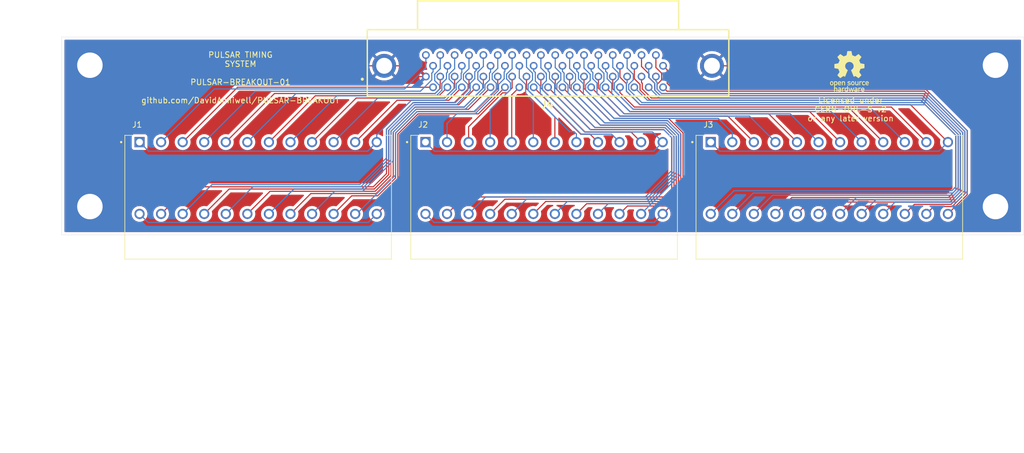
<source format=kicad_pcb>
(kicad_pcb (version 20240108) (generator "pcbnew") (generator_version "8.0")
  (layers (0 "F.Cu" signal) (31 "B.Cu" signal) (34 "B.Paste" user) (35 "F.Paste" user) (36 "B.SilkS" user "B.Silkscreen") (37 "F.SilkS" user "F.Silkscreen") (38 "B.Mask" user) (39 "F.Mask" user) (44 "Edge.Cuts" user))
  (net 0 "")
  (net 1 "GPIO2_1")
  (net 2 "GPIO1_8")
  (net 3 "GPIO1_9")
  (net 4 "GPIO1_7")
  (net 5 "GPIO2_2")
  (net 6 "GPIO2_8")
  (net 7 "GPIO1_2")
  (net 8 "GPIO2_7")
  (net 9 "GPIO2_3")
  (net 10 "GPIO2_GND")
  (net 11 "GPIO1_GND")
  (net 12 "GPIO2_10")
  (net 13 "GPIO1_6")
  (net 14 "GPIO2_6")
  (net 15 "GPIO2_4")
  (net 16 "GPIO1_10")
  (net 17 "GPIO1_3")
  (net 18 "GPIO1_1")
  (net 19 "GPIO2_5")
  (net 20 "GPIO2_9")
  (net 21 "GPIO1_4")
  (net 22 "GPIO1_5")
  (net 23 "GPIO3_1")
  (net 24 "GPIO4_GND")
  (net 25 "GPIO4_8")
  (net 26 "GPIO4_7")
  (net 27 "GPIO4_5")
  (net 28 "GPIO4_10")
  (net 29 "GPIO3_6")
  (net 30 "GPIO3_GND")
  (net 31 "GPIO3_9")
  (net 32 "GPIO3_2")
  (net 33 "GPIO4_6")
  (net 34 "GPIO3_4")
  (net 35 "GPIO4_3")
  (net 36 "GPIO3_5")
  (net 37 "GPIO3_8")
  (net 38 "GPIO4_1")
  (net 39 "GPIO3_3")
  (net 40 "GPIO4_4")
  (net 41 "GPIO4_2")
  (net 42 "GPIO3_10")
  (net 43 "GPIO4_9")
  (net 44 "GPIO3_7")
  (net 45 "GPIO5_1")
  (net 46 "GPIO5_4")
  (net 47 "GPIO5_GND")
  (net 48 "RS485_2_2_GND")
  (net 49 "GPIO5_9")
  (net 50 "GPIO5_5")
  (net 51 "RS485_2_1_GND")
  (net 52 "GPIO5_2")
  (net 53 "RS485_1_1_GND")
  (net 54 "GPIO5_6")
  (net 55 "GPIO5_7")
  (net 56 "GPIO5_8")
  (net 57 "RS485_1_2_B")
  (net 58 "RS485_1_2_A")
  (net 59 "RS485_1_1_B")
  (net 60 "GPIO5_3")
  (net 61 "RS485_1_2_GND")
  (net 62 "RS485_2_2_A")
  (net 63 "RS485_1_1_A")
  (net 64 "RS485_2_2_B")
  (net 65 "GPIO5_10")
  (net 66 "RS485_2_1_A")
  (net 67 "RS485_2_1_B")
  (net 68 "CHASSIS")
  (footprint "1761028-4:1761028-4" (layer "F.Cu") (at 168.55 26.7 180)
    (property "Reference" "J4")
    (property "Value" "1761028-4" (hide yes))
  )
  (footprint "1843172:PHOENIX_1843172" (layer "F.Cu") (at 144.29 67.3)
    (property "Reference" "J2")
    (property "Value" "1843172")
  )
  (footprint "1843172:PHOENIX_1843172" (layer "F.Cu") (at 194.69 67.3)
    (property "Reference" "J3")
    (property "Value" "1843172")
  )
  (footprint "1843172:PHOENIX_1843172" (layer "F.Cu") (at 93.77 67.3)
    (property "Reference" "J1")
    (property "Value" "1843172")
  )
  (gr_poly (pts (xy 218.679049 35.828187) (xy 218.689064 35.828596) (xy 218.698824 35.829267) (xy 218.70833 35.830188) (xy 218.717586 35.831353) (xy 218.726595 35.832749) (xy 218.735362 35.834369) (xy 218.743888 35.836202) (xy 218.752178 35.838239) (xy 218.760235 35.84047) (xy 218.768062 35.842886) (xy 218.775662 35.845478) (xy 218.783039 35.848235) (xy 218.790196 35.851149) (xy 218.797137 35.85421) (xy 218.803864 35.857407) (xy 218.816693 35.864176) (xy 218.828708 35.871379) (xy 218.839938 35.87894) (xy 218.850408 35.886783) (xy 218.860146 35.894832) (xy 218.869177 35.90301) (xy 218.877529 35.911241) (xy 218.885228 35.919448) (xy 218.895129 35.930788) (xy 218.904286 35.942235) (xy 218.912716 35.953928) (xy 218.920431 35.966008) (xy 218.927446 35.978615) (xy 218.933776 35.991889) (xy 218.939435 36.00597) (xy 218.944437 36.020999) (xy 218.948797 36.037115) (xy 218.952529 36.054458) (xy 218.955648 36.073169) (xy 218.958167 36.093388) (xy 218.960102 36.115254) (xy 218.961466 36.138909) (xy 218.962274 36.164491) (xy 218.96254 36.192142) (xy 218.962274 36.220024) (xy 218.961466 36.24581) (xy 218.960102 36.269644) (xy 218.958167 36.291665) (xy 218.955648 36.312017) (xy 218.952529 36.33084) (xy 218.948797 36.348277) (xy 218.944437 36.36447) (xy 218.939435 36.37956) (xy 218.933776 36.393689) (xy 218.927446 36.406999) (xy 218.920431 36.419631) (xy 218.912716 36.431728) (xy 218.904286 36.443431) (xy 218.895129 36.454883) (xy 218.885228 36.466224) (xy 218.877529 36.47443) (xy 218.869177 36.482659) (xy 218.860146 36.490833) (xy 218.850408 36.498876) (xy 218.839938 36.506713) (xy 218.828708 36.514268) (xy 218.816693 36.521464) (xy 218.803864 36.528225) (xy 218.790196 36.534476) (xy 218.775662 36.54014) (xy 218.760235 36.545141) (xy 218.743888 36.549403) (xy 218.726595 36.552851) (xy 218.70833 36.555407) (xy 218.689064 36.556997) (xy 218.668773 36.557544) (xy 218.658494 36.557406) (xy 218.648474 36.556997) (xy 218.638712 36.556328) (xy 218.629203 36.555407) (xy 218.619944 36.554245) (xy 218.610932 36.552851) (xy 218.602163 36.551234) (xy 218.593635 36.549403) (xy 218.585343 36.547369) (xy 218.577284 36.545141) (xy 218.569456 36.542728) (xy 218.561854 36.54014) (xy 218.554475 36.537386) (xy 218.547317 36.534476) (xy 218.540375 36.531419) (xy 218.533647 36.528225) (xy 218.520817 36.521464) (xy 218.5088 36.514268) (xy 218.497569 36.506713) (xy 218.487098 36.498876) (xy 218.477361 36.490833) (xy 218.468329 36.482659) (xy 218.459977 36.47443) (xy 218.452278 36.466224) (xy 218.442378 36.454883) (xy 218.433221 36.443433) (xy 218.424794 36.431731) (xy 218.417082 36.419637) (xy 218.410069 36.407007) (xy 218.403743 36.393699) (xy 218.398087 36.379572) (xy 218.393089 36.364485) (xy 218.388732 36.348294) (xy 218.385004 36.330857) (xy 218.381889 36.312034) (xy 218.379372 36.291682) (xy 218.37744 36.269658) (xy 218.376078 36.245822) (xy 218.375272 36.22003) (xy 218.375006 36.192142) (xy 218.518357 36.192142) (xy 218.518459 36.210776) (xy 218.518773 36.227757) (xy 218.519313 36.243208) (xy 218.520095 36.257256) (xy 218.521133 36.270028) (xy 218.52244 36.281648) (xy 218.524032 36.292242) (xy 218.525923 36.301937) (xy 218.528126 36.310858) (xy 218.530657 36.319131) (xy 218.533529 36.326881) (xy 218.536758 36.334235) (xy 218.540357 36.341319) (xy 218.544341 36.348257) (xy 218.548724 36.355176) (xy 218.55352 36.362203) (xy 218.557747 36.36766) (xy 218.562505 36.372927) (xy 218.567765 36.377984) (xy 218.573499 36.382806) (xy 218.579677 36.387372) (xy 218.586272 36.391659) (xy 218.593254 36.395644) (xy 218.600595 36.399306) (xy 218.608265 36.402621) (xy 218.616236 36.405566) (xy 218.62448 36.408121) (xy 218.632967 36.410261) (xy 218.641668 36.411965) (xy 218.650556 36.41321) (xy 218.6596 36.413974) (xy 218.668773 36.414233) (xy 218.677939 36.413973) (xy 218.686977 36.413209) (xy 218.695859 36.411962) (xy 218.704557 36.410256) (xy 218.71304 36.408113) (xy 218.721282 36.405556) (xy 218.729251 36.402608) (xy 218.736921 36.399291) (xy 218.744262 36.395628) (xy 218.751246 36.391641) (xy 218.757843 36.387354) (xy 218.764025 36.382789) (xy 218.769763 36.377969) (xy 218.775028 36.372916) (xy 218.779792 36.367653) (xy 218.781977 36.36495) (xy 218.784025 36.362203) (xy 218.788821 36.355177) (xy 218.793203 36.34826) (xy 218.797185 36.341328) (xy 218.800782 36.334257) (xy 218.804007 36.326924) (xy 218.806876 36.319204) (xy 218.809403 36.310974) (xy 218.811603 36.302111) (xy 218.81349 36.29249) (xy 218.815078 36.281987) (xy 218.816382 36.270479) (xy 218.817417 36.257843) (xy 218.818196 36.243953) (xy 218.818735 36.228687) (xy 218.819149 36.193531) (xy 218.819048 36.174895) (xy 218.818735 36.157913) (xy 218.818196 36.142458) (xy 218.817417 36.128405) (xy 218.816382 36.115629) (xy 218.815078 36.104004) (xy 218.81349 36.093404) (xy 218.811603 36.083705) (xy 218.809403 36.074781) (xy 218.806876 36.066507) (xy 218.804007 36.058756) (xy 218.800782 36.051403) (xy 218.797185 36.044324) (xy 218.793203 36.037392) (xy 218.788821 36.030483) (xy 218.784025 36.02347) (xy 218.779792 36.018013) (xy 218.775028 36.012745) (xy 218.769763 36.007688) (xy 218.764025 36.002866) (xy 218.757843 35.9983) (xy 218.751246 35.994013) (xy 218.744262 35.990028) (xy 218.736921 35.986366) (xy 218.729251 35.983052) (xy 218.721281 35.980106) (xy 218.71304 35.977551) (xy 218.704557 35.975411) (xy 218.695859 35.973707) (xy 218.686977 35.972462) (xy 218.677939 35.971698) (xy 218.668773 35.971439) (xy 218.6596 35.971699) (xy 218.650556 35.972464) (xy 218.641668 35.97371) (xy 218.632967 35.975416) (xy 218.62448 35.977559) (xy 218.616236 35.980116) (xy 218.608265 35.983064) (xy 218.600595 35.986381) (xy 218.593254 35.990044) (xy 218.586272 35.994031) (xy 218.579677 35.998318) (xy 218.573499 36.002883) (xy 218.567765 36.007703) (xy 218.562505 36.012756) (xy 218.557747 36.018019) (xy 218.555565 36.020722) (xy 218.55352 36.02347) (xy 218.548724 36.030482) (xy 218.544341 36.03739) (xy 218.540357 36.044315) (xy 218.536758 36.051382) (xy 218.533529 36.058713) (xy 218.530657 36.066433) (xy 218.528126 36.074665) (xy 218.525923 36.083532) (xy 218.524032 36.093157) (xy 218.52244 36.103665) (xy 218.521133 36.115177) (xy 218.520095 36.127819) (xy 218.519313 36.141713) (xy 218.518773 36.156982) (xy 218.518357 36.192142) (xy 218.375006 36.192142) (xy 218.375272 36.164491) (xy 218.376078 36.13891) (xy 218.37744 36.115258) (xy 218.379372 36.093393) (xy 218.381889 36.073177) (xy 218.385004 36.054468) (xy 218.388732 36.037127) (xy 218.393089 36.021014) (xy 218.398087 36.005987) (xy 218.403743 35.991907) (xy 218.410069 35.978633) (xy 218.417082 35.966025) (xy 218.424794 35.953943) (xy 218.433221 35.942246) (xy 218.442378 35.930795) (xy 218.452278 35.919448) (xy 218.459977 35.911241) (xy 218.468329 35.90301) (xy 218.477361 35.894832) (xy 218.487098 35.886783) (xy 218.497569 35.87894) (xy 218.5088 35.871379) (xy 218.520817 35.864176) (xy 218.533647 35.857407) (xy 218.547317 35.851149) (xy 218.561854 35.845478) (xy 218.577284 35.84047) (xy 218.593635 35.836202) (xy 218.610932 35.832749) (xy 218.629203 35.830189) (xy 218.648474 35.828596) (xy 218.668773 35.828048)) (stroke (width -0.000001)) (fill solid) (layer "F.SilkS"))
  (gr_poly (pts (xy 223.88643 35.828293) (xy 223.896901 35.82902) (xy 223.907155 35.830216) (xy 223.917201 35.831868) (xy 223.927048 35.833966) (xy 223.936704 35.836495) (xy 223.946179 35.839445) (xy 223.95548 35.842802) (xy 223.964618 35.846555) (xy 223.9736 35.85069) (xy 223.982435 35.855197) (xy 223.991133 35.860061) (xy 223.999701 35.865272) (xy 224.008149 35.870816) (xy 224.016486 35.876682) (xy 224.02472 35.882857) (xy 223.920699 36.006563) (xy 223.914484 36.002003) (xy 223.908468 35.997796) (xy 223.902617 35.993934) (xy 223.896898 35.99041) (xy 223.891278 35.987215) (xy 223.885724 35.98434) (xy 223.880203 35.981778) (xy 223.874681 35.979521) (xy 223.869126 35.97756) (xy 223.863505 35.975887) (xy 223.857783 35.974494) (xy 223.851929 35.973372) (xy 223.845909 35.972515) (xy 223.839689 35.971912) (xy 223.833238 35.971556) (xy 223.82652 35.97144) (xy 223.813368 35.97197) (xy 223.80035 35.973575) (xy 223.787565 35.976275) (xy 223.77511 35.980091) (xy 223.769038 35.982424) (xy 223.763086 35.985043) (xy 223.757265 35.987952) (xy 223.751589 35.991153) (xy 223.74607 35.994648) (xy 223.74072 35.99844) (xy 223.735551 36.002531) (xy 223.730576 36.006925) (xy 223.725807 36.011624) (xy 223.721256 36.01663) (xy 223.716936 36.021946) (xy 223.712859 36.027574) (xy 223.709038 36.033517) (xy 223.705484 36.039778) (xy 223.70221 36.04636) (xy 223.699228 36.053264) (xy 223.696551 36.060493) (xy 223.694191 36.06805) (xy 223.69216 36.075938) (xy 223.690471 36.084159) (xy 223.689135 36.092716) (xy 223.688166 36.101611) (xy 223.687576 36.110847) (xy 223.687376 36.120427) (xy 223.687376 36.549091) (xy 223.543985 36.549091) (xy 223.543985 35.836502) (xy 223.687376 35.836502) (xy 223.687376 35.912385) (xy 223.690155 35.912385) (xy 223.698815 35.902176) (xy 223.707927 35.892626) (xy 223.717476 35.883733) (xy 223.72745 35.875499) (xy 223.737838 35.867922) (xy 223.748625 35.861004) (xy 223.7598 35.854744) (xy 223.77135 35.849143) (xy 223.783262 35.8442) (xy 223.795524 35.839915) (xy 223.808123 35.83629) (xy 223.821047 35.833323) (xy 223.834282 35.831016) (xy 223.847817 35.829367) (xy 223.861638 35.828378) (xy 223.875733 35.828048)) (stroke (width -0.000001)) (fill solid) (layer "F.SilkS"))
  (gr_poly (pts (xy 222.944597 36.954371) (xy 222.975495 36.956546) (xy 223.004917 36.960273) (xy 223.019044 36.962745) (xy 223.032765 36.965637) (xy 223.046069 36.96896) (xy 223.058943 36.972723) (xy 223.071375 36.976937) (xy 223.083353 36.981614) (xy 223.094865 36.986763) (xy 223.105898 36.992395) (xy 223.116442 36.998521) (xy 223.126482 37.00515) (xy 223.136009 37.012294) (xy 223.145008 37.019964) (xy 223.153468 37.028169) (xy 223.161378 37.03692) (xy 223.168724 37.046228) (xy 223.175496 37.056104) (xy 223.181679 37.066557) (xy 223.187264 37.077598) (xy 223.192237 37.089239) (xy 223.196586 37.101489) (xy 223.200299 37.114359) (xy 223.203364 37.127859) (xy 223.205769 37.142001) (xy 223.207502 37.156794) (xy 223.208551 37.172249) (xy 223.208903 37.188377) (xy 223.208903 37.674708) (xy 223.065473 37.674708) (xy 223.065473 37.611446) (xy 223.062695 37.611446) (xy 223.05692 37.620368) (xy 223.050643 37.628669) (xy 223.043821 37.636354) (xy 223.036414 37.64343) (xy 223.02838 37.649904) (xy 223.019679 37.655782) (xy 223.010271 37.661069) (xy 223.000112 37.665774) (xy 222.989164 37.669901) (xy 222.977385 37.673457) (xy 222.964733 37.676449) (xy 222.951169 37.678882) (xy 222.93665 37.680764) (xy 222.921136 37.6821) (xy 222.904586 37.682897) (xy 222.886958 37.683162) (xy 222.872263 37.682888) (xy 222.857958 37.682074) (xy 222.844051 37.680732) (xy 222.830545 37.678873) (xy 222.817446 37.67651) (xy 222.804758 37.673655) (xy 222.792487 37.670319) (xy 222.780637 37.666513) (xy 222.769213 37.662251) (xy 222.75822 37.657543) (xy 222.747663 37.652402) (xy 222.737546 37.646839) (xy 222.727876 37.640867) (xy 222.718656 37.634497) (xy 222.709892 37.62774) (xy 222.701588 37.620609) (xy 222.693749 37.613116) (xy 222.686381 37.605272) (xy 222.679488 37.59709) (xy 222.673074 37.58858) (xy 222.667146 37.579756) (xy 222.661708 37.570628) (xy 222.656764 37.561209) (xy 222.65232 37.55151) (xy 222.64838 37.541544) (xy 222.64495 37.531322) (xy 222.642034 37.520855) (xy 222.639637 37.510157) (xy 222.637764 37.499238) (xy 222.63642 37.488111) (xy 222.635611 37.476786) (xy 222.63534 37.465277) (xy 222.635492 37.458252) (xy 222.770356 37.458252) (xy 222.770807 37.46713) (xy 222.772178 37.475824) (xy 222.774501 37.484281) (xy 222.777806 37.492446) (xy 222.779836 37.496403) (xy 222.782124 37.500266) (xy 222.784673 37.504031) (xy 222.787487 37.507688) (xy 222.790569 37.511233) (xy 222.793924 37.514658) (xy 222.797555 37.517957) (xy 222.801466 37.521122) (xy 222.805662 37.524148) (xy 222.810145 37.527027) (xy 222.81492 37.529752) (xy 222.819991 37.532318) (xy 222.825361 37.534717) (xy 222.831034 37.536942) (xy 222.837015 37.538988) (xy 222.843306 37.540846) (xy 222.856838 37.543976) (xy 222.871659 37.546278) (xy 222.887801 37.547699) (xy 222.905294 37.548184) (xy 222.92678 37.548015) (xy 222.946476 37.547425) (xy 222.96444 37.546287) (xy 222.980725 37.544476) (xy 222.988256 37.543279) (xy 222.995388 37.541867) (xy 223.002129 37.540223) (xy 223.008485 37.538333) (xy 223.014463 37.53618) (xy 223.020071 37.533748) (xy 223.025314 37.531023) (xy 223.030201 37.527988) (xy 223.034737 37.524627) (xy 223.038931 37.520926) (xy 223.042788 37.516867) (xy 223.046317 37.512436) (xy 223.049523 37.507616) (xy 223.052414 37.502393) (xy 223.054996 37.49675) (xy 223.057277 37.490671) (xy 223.059264 37.484141) (xy 223.060964 37.477144) (xy 223.062383 37.469665) (xy 223.063528 37.461687) (xy 223.064407 37.453195) (xy 223.065026 37.444173) (xy 223.065392 37.434606) (xy 223.065513 37.424478) (xy 223.065512 37.424478) (xy 223.065512 37.372448) (xy 222.894062 37.372448) (xy 222.886287 37.372546) (xy 222.878775 37.37284) (xy 222.871524 37.373325) (xy 222.864533 37.374) (xy 222.857802 37.374862) (xy 222.851329 37.375907) (xy 222.845113 37.377134) (xy 222.839154 37.378538) (xy 222.83345 37.380117) (xy 222.828 37.381869) (xy 222.822804 37.38379) (xy 222.817859 37.385878) (xy 222.813166 37.388129) (xy 222.808723 37.390542) (xy 222.804529 37.393112) (xy 222.800583 37.395838) (xy 222.796885 37.398717) (xy 222.793432 37.401745) (xy 222.790224 37.404919) (xy 222.787261 37.408238) (xy 222.78454 37.411698) (xy 222.782061 37.415295) (xy 222.779824 37.419029) (xy 222.777826 37.422895) (xy 222.776067 37.42689) (xy 222.774546 37.431013) (xy 222.773261 37.435259) (xy 222.772213 37.439627) (xy 222.771399 37.444112) (xy 222.770819 37.448714) (xy 222.770472 37.453428) (xy 222.770356 37.458252) (xy 222.635492 37.458252) (xy 222.63557 37.454658) (xy 222.636262 37.444152) (xy 222.637413 37.433773) (xy 222.639024 37.423537) (xy 222.641093 37.413458) (xy 222.643619 37.403551) (xy 222.646603 37.39383) (xy 222.650042 37.384311) (xy 222.653936 37.375008) (xy 222.658285 37.365935) (xy 222.663087 37.357107) (xy 222.668342 37.34854) (xy 222.674049 37.340247) (xy 222.680207 37.332243) (xy 222.686816 37.324544) (xy 222.693874 37.317163) (xy 222.70138 37.310116) (xy 222.709335 37.303417) (xy 222.717736 37.297081) (xy 222.726584 37.291122) (xy 222.735877 37.285556) (xy 222.745615 37.280397) (xy 222.755797 37.275659) (xy 222.766422 37.271358) (xy 222.777489 37.267507) (xy 222.788997 37.264122) (xy 222.800946 37.261218) (xy 222.813335 37.258809) (xy 222.826163 37.25691) (xy 222.83943 37.255535) (xy 222.853133 37.254699) (xy 222.867273 37.254417) (xy 223.065473 37.254417) (xy 223.065473 37.179924) (xy 223.064958 37.167786) (xy 223.064311 37.16209) (xy 223.0634 37.156637) (xy 223.062222 37.151426) (xy 223.060775 37.14645) (xy 223.059055 37.141709) (xy 223.05706 37.137196) (xy 223.054788 37.13291) (xy 223.052234 37.128847) (xy 223.049397 37.125002) (xy 223.046273 37.121373) (xy 223.042859 37.117955) (xy 223.039154 37.114746) (xy 223.035154 37.111742) (xy 223.030856 37.108938) (xy 223.026257 37.106332) (xy 223.021354 37.10392) (xy 223.010627 37.099664) (xy 222.998653 37.096141) (xy 222.985407 37.093323) (xy 222.970868 37.09118) (xy 222.955013 37.089685) (xy 222.937819 37.088809) (xy 222.919264 37.088524) (xy 222.905751 37.088692) (xy 222.893119 37.08921) (xy 222.881323 37.090096) (xy 222.870321 37.091368) (xy 222.865104 37.092155) (xy 222.860069 37.093044) (xy 222.855211 37.09404) (xy 222.850524 37.095144) (xy 222.846003 37.096357) (xy 222.841642 37.097684) (xy 222.837436 37.099125) (xy 222.83338 37.100683) (xy 222.829469 37.102361) (xy 222.825695 37.10416) (xy 222.822056 37.106083) (xy 222.818544 37.108133) (xy 222.815155 37.110311) (xy 222.811882 37.11262) (xy 222.808722 37.115063) (xy 222.805667 37.11764) (xy 222.802714 37.120356) (xy 222.799856 37.123211) (xy 222.797087 37.126209) (xy 222.794404 37.129351) (xy 222.791799 37.13264) (xy 222.789268 37.136078) (xy 222.786806 37.139668) (xy 222.784406 37.143412) (xy 222.671932 37.057686) (xy 222.68249 37.044) (xy 222.693616 37.031407) (xy 222.705316 37.019879) (xy 222.717596 37.009387) (xy 222.730461 36.999901) (xy 222.743917 36.991392) (xy 222.757971 36.983831) (xy 222.772629 36.97719) (xy 222.787895 36.971439) (xy 222.803777 36.966549) (xy 222.82028 36.962491) (xy 222.83741 36.959236) (xy 222.855173 36.956755) (xy 222.873574 36.955019) (xy 222.892621 36.953999) (xy 222.912319 36.953665)) (stroke (width -0.000001)) (fill solid) (layer "F.SilkS"))
  (gr_poly (pts (xy 220.802823 35.828299) (xy 220.813339 35.829051) (xy 220.83446 35.832048) (xy 220.855527 35.837025) (xy 220.876333 35.843969) (xy 220.886572 35.848174) (xy 220.896668 35.852865) (xy 220.906595 35.858041) (xy 220.916327 35.863699) (xy 220.925837 35.869838) (xy 220.935099 35.876456) (xy 220.944088 35.883551) (xy 220.952778 35.891122) (xy 220.961143 35.899166) (xy 220.969156 35.907682) (xy 220.976792 35.916669) (xy 220.984025 35.926124) (xy 220.990828 35.936045) (xy 220.997176 35.946431) (xy 221.003043 35.95728) (xy 221.008403 35.96859) (xy 221.013229 35.98036) (xy 221.017497 35.992587) (xy 221.021179 36.00527) (xy 221.024249 36.018407) (xy 221.026683 36.031997) (xy 221.028454 36.046036) (xy 221.029535 36.060525) (xy 221.029901 36.07546) (xy 221.029901 36.549091) (xy 220.88655 36.549091) (xy 220.88655 36.124713) (xy 220.886374 36.115736) (xy 220.885851 36.107001) (xy 220.88499 36.098511) (xy 220.883796 36.090269) (xy 220.882278 36.082277) (xy 220.880444 36.074539) (xy 220.878299 36.067057) (xy 220.875853 36.059833) (xy 220.873113 36.052872) (xy 220.870086 36.046175) (xy 220.866779 36.039746) (xy 220.863199 36.033586) (xy 220.859356 36.0277) (xy 220.855255 36.02209) (xy 220.850904 36.016758) (xy 220.846312 36.011708) (xy 220.841484 36.006942) (xy 220.836429 36.002463) (xy 220.831155 35.998274) (xy 220.825668 35.994378) (xy 220.819976 35.990777) (xy 220.814087 35.987475) (xy 220.808008 35.984474) (xy 220.801746 35.981777) (xy 220.795309 35.979386) (xy 220.788705 35.977305) (xy 220.78194 35.975537) (xy 220.775023 35.974084) (xy 220.76796 35.972949) (xy 220.76076 35.972134) (xy 220.75343 35.971644) (xy 220.745977 35.97148) (xy 220.738397 35.971644) (xy 220.730949 35.972134) (xy 220.723638 35.972949) (xy 220.716472 35.974084) (xy 220.709459 35.975537) (xy 220.702605 35.977305) (xy 220.695918 35.979386) (xy 220.689405 35.981777) (xy 220.683073 35.984474) (xy 220.676929 35.987475) (xy 220.670981 35.990777) (xy 220.665236 35.994378) (xy 220.6597 35.998274) (xy 220.654382 36.002463) (xy 220.649288 36.006942) (xy 220.644426 36.011708) (xy 220.639803 36.016758) (xy 220.635426 36.022089) (xy 220.631302 36.0277) (xy 220.627438 36.033586) (xy 220.623842 36.039745) (xy 220.620521 36.046175) (xy 220.617482 36.052872) (xy 220.614733 36.059833) (xy 220.612279 36.067056) (xy 220.61013 36.074538) (xy 220.608291 36.082277) (xy 220.606771 36.090269) (xy 220.605576 36.098511) (xy 220.604713 36.107001) (xy 220.60419 36.115736) (xy 220.604015 36.124713) (xy 220.604015 36.549091) (xy 220.460663 36.549091) (xy 220.460663 35.836502) (xy 220.604015 35.836502) (xy 220.604015 35.912385) (xy 220.606872 35.912385) (xy 220.615525 35.902176) (xy 220.624629 35.892626) (xy 220.634171 35.883733) (xy 220.644139 35.875499) (xy 220.654519 35.867922) (xy 220.6653 35.861004) (xy 220.676469 35.854744) (xy 220.688013 35.849143) (xy 220.69992 35.8442) (xy 220.712177 35.839915) (xy 220.724772 35.83629) (xy 220.737692 35.833323) (xy 220.750924 35.831016) (xy 220.764457 35.829367) (xy 220.778277 35.828378) (xy 220.792371 35.828048)) (stroke (width -0.000001)) (fill solid) (layer "F.SilkS"))
  (gr_poly (pts (xy 224.931619 35.828388) (xy 224.94616 35.829403) (xy 224.960536 35.831083) (xy 224.974726 35.83342) (xy 224.988709 35.836404) (xy 225.002464 35.840026) (xy 225.01597 35.844278) (xy 225.029206 35.849151) (xy 225.04215 35.854635) (xy 225.054781 35.860722) (xy 225.067078 35.867402) (xy 225.07902 35.874667) (xy 225.090586 35.882508) (xy 225.101754 35.890915) (xy 225.112504 35.899879) (xy 225.122814 35.909392) (xy 225.132663 35.919445) (xy 225.14203 35.930029) (xy 225.150894 35.941134) (xy 225.159233 35.952752) (xy 225.167027 35.964873) (xy 225.174254 35.977489) (xy 225.180894 35.990591) (xy 225.186924 36.004169) (xy 225.192324 36.018216) (xy 225.197073 36.03272) (xy 225.201149 36.047675) (xy 225.204531 36.06307) (xy 225.207199 36.078897) (xy 225.209131 36.095147) (xy 225.210305 36.111811) (xy 225.210702 36.128879) (xy 225.210702 36.246949) (xy 224.766559 36.246949) (xy 224.766767 36.257719) (xy 224.767387 36.268151) (xy 224.768411 36.278245) (xy 224.769829 36.288) (xy 224.771634 36.297417) (xy 224.773819 36.306495) (xy 224.776373 36.315233) (xy 224.77929 36.323633) (xy 224.782561 36.331692) (xy 224.786177 36.339411) (xy 224.790132 36.34679) (xy 224.794415 36.353829) (xy 224.79902 36.360527) (xy 224.803938 36.366883) (xy 224.809161 36.372899) (xy 224.81468 36.378572) (xy 224.820488 36.383904) (xy 224.826575 36.388894) (xy 224.832935 36.393542) (xy 224.839559 36.397847) (xy 224.846437 36.401809) (xy 224.853564 36.405427) (xy 224.860929 36.408703) (xy 224.868525 36.411635) (xy 224.876344 36.414222) (xy 224.884377 36.416466) (xy 224.892617 36.418365) (xy 224.901054 36.41992) (xy 224.909682 36.421129) (xy 224.91849 36.421993) (xy 224.927473 36.422512) (xy 224.93662 36.422685) (xy 224.94694 36.42239) (xy 224.957328 36.421512) (xy 224.967751 36.420061) (xy 224.97818 36.418048) (xy 224.988584 36.415483) (xy 224.998932 36.412376) (xy 225.009194 36.408737) (xy 225.019338 36.404578) (xy 225.029335 36.399908) (xy 225.039153 36.394738) (xy 225.048762 36.389077) (xy 225.05813 36.382937) (xy 225.067229 36.376328) (xy 225.076025 36.36926) (xy 225.08449 36.361743) (xy 225.092592 36.353788) (xy 225.196613 36.442291) (xy 225.183205 36.457019) (xy 225.169325 36.470648) (xy 225.154998 36.483198) (xy 225.14025 36.49469) (xy 225.125104 36.505144) (xy 225.109587 36.514581) (xy 225.093722 36.523022) (xy 225.077536 36.530487) (xy 225.061052 36.536996) (xy 225.044296 36.542571) (xy 225.027292 36.547232) (xy 225.010066 36.550999) (xy 224.992643 36.553893) (xy 224.975047 36.555935) (xy 224.957304 36.557145) (xy 224.939438 36.557544) (xy 224.911791 36.556682) (xy 224.88387 36.553951) (xy 224.855958 36.549127) (xy 224.828339 36.541988) (xy 224.801297 36.532312) (xy 224.788081 36.526454) (xy 224.775116 36.519878) (xy 224.762438 36.512557) (xy 224.750081 36.504462) (xy 224.738081 36.495567) (xy 224.726475 36.485843) (xy 224.715297 36.475263) (xy 224.704582 36.463799) (xy 224.694367 36.451423) (xy 224.684687 36.438107) (xy 224.675577 36.423824) (xy 224.667073 36.408546) (xy 224.65921 36.392245) (xy 224.652025 36.374893) (xy 224.645552 36.356462) (xy 224.639826 36.336926) (xy 224.634884 36.316255) (xy 224.630761 36.294422) (xy 224.627493 36.2714) (xy 224.625114 36.247161) (xy 224.623661 36.221676) (xy 224.623168 36.194919) (xy 224.62362 36.169508) (xy 224.624953 36.145174) (xy 224.626478 36.128919) (xy 224.766558 36.128919) (xy 225.067311 36.128919) (xy 225.066745 36.118914) (xy 225.065848 36.109208) (xy 225.064628 36.099801) (xy 225.063089 36.090695) (xy 225.061239 36.081892) (xy 225.059083 36.073391) (xy 225.056629 36.065196) (xy 225.053882 36.057307) (xy 225.05085 36.049724) (xy 225.047538 36.042451) (xy 225.043953 36.035487) (xy 225.040101 36.028834) (xy 225.035989 36.022493) (xy 225.031623 36.016466) (xy 225.02701 36.010754) (xy 225.022156 36.005358) (xy 225.017067 36.000279) (xy 225.01175 35.995518) (xy 225.006211 35.991078) (xy 225.000456 35.986958) (xy 224.994493 35.983161) (xy 224.988327 35.979687) (xy 224.981964 35.976539) (xy 224.975412 35.973716) (xy 224.968677 35.971221) (xy 224.961765 35.969054) (xy 224.954682 35.967217) (xy 224.947435 35.965712) (xy 224.94003 35.964539) (xy 224.932474 35.963699) (xy 224.924773 35.963194) (xy 224.916934 35.963026) (xy 224.909091 35.963194) (xy 224.901378 35.963699) (xy 224.893803 35.964539) (xy 224.886373 35.965712) (xy 224.879096 35.967217) (xy 224.871978 35.969054) (xy 224.865027 35.971221) (xy 224.85825 35.973716) (xy 224.851654 35.976539) (xy 224.845246 35.979687) (xy 224.839034 35.983161) (xy 224.833025 35.986958) (xy 224.827226 35.991077) (xy 224.821645 35.995518) (xy 224.816288 36.000278) (xy 224.811162 36.005357) (xy 224.806276 36.010754) (xy 224.801636 36.016466) (xy 224.797249 36.022493) (xy 224.793122 36.028834) (xy 224.789264 36.035486) (xy 224.78568 36.04245) (xy 224.782379 36.049724) (xy 224.779367 36.057306) (xy 224.776652 36.065196) (xy 224.77424 36.073391) (xy 224.77214 36.081891) (xy 224.770358 36.090695) (xy 224.768902 36.099801) (xy 224.767778 36.109208) (xy 224.766995 36.118914) (xy 224.766558 36.128919) (xy 224.626478 36.128919) (xy 224.627136 36.121899) (xy 224.630138 36.099666) (xy 224.633925 36.078457) (xy 224.638467 36.058254) (xy 224.643731 36.039039) (xy 224.649686 36.020795) (xy 224.6563 36.003504) (xy 224.66354 35.987149) (xy 224.671376 35.971711) (xy 224.679775 35.957172) (xy 224.688705 35.943516) (xy 224.698134 35.930723) (xy 224.708031 35.918778) (xy 224.718363 35.907661) (xy 224.7291 35.897356) (xy 224.740208 35.887843) (xy 224.751657 35.879107) (xy 224.763413 35.871128) (xy 224.775446 35.86389) (xy 224.787724 35.857374) (xy 224.800214 35.851562) (xy 224.812885 35.846438) (xy 224.825704 35.841983) (xy 224.838641 35.83818) (xy 224.851663 35.83501) (xy 224.864738 35.832456) (xy 224.890921 35.829126) (xy 224.916935 35.828048)) (stroke (width -0.000001)) (fill solid) (layer "F.SilkS"))
  (gr_poly (pts (xy 221.538378 37.674708) (xy 221.395026 37.674708) (xy 221.395026 37.600214) (xy 221.386351 37.609243) (xy 221.377202 37.617885) (xy 221.367599 37.626114) (xy 221.357563 37.633903) (xy 221.347115 37.641224) (xy 221.336275 37.648051) (xy 221.325065 37.654356) (xy 221.313503 37.660112) (xy 221.301612 37.665293) (xy 221.289412 37.669871) (xy 221.276924 37.673819) (xy 221.264167 37.67711) (xy 221.251164 37.679717) (xy 221.237934 37.681612) (xy 221.224498 37.682769) (xy 221.210876 37.683161) (xy 221.202776 37.683046) (xy 221.194815 37.682706) (xy 221.186994 37.682144) (xy 221.179313 37.681365) (xy 221.17177 37.680374) (xy 221.164367 37.679176) (xy 221.157102 37.677774) (xy 221.149975 37.676175) (xy 221.142987 37.674382) (xy 221.136136 37.672399) (xy 221.129423 37.670233) (xy 221.122847 37.667887) (xy 221.116408 37.665366) (xy 221.110106 37.662674) (xy 221.097911 37.656799) (xy 221.086259 37.650297) (xy 221.075149 37.643206) (xy 221.064579 37.635564) (xy 221.054545 37.627406) (xy 221.045047 37.618771) (xy 221.036082 37.609696) (xy 221.027647 37.600217) (xy 221.019741 37.590372) (xy 221.012685 37.580901) (xy 221.006263 37.571334) (xy 221.000452 37.561476) (xy 220.995225 37.55113) (xy 220.990559 37.540101) (xy 220.986429 37.528194) (xy 220.98281 37.515212) (xy 220.979677 37.500961) (xy 220.977005 37.485244) (xy 220.974769 37.467866) (xy 220.972946 37.448631) (xy 220.97151 37.427344) (xy 220.969699 37.37783) (xy 220.96914 37.317759) (xy 221.112491 37.317759) (xy 221.112603 37.338545) (xy 221.113056 37.359169) (xy 221.114029 37.379467) (xy 221.115697 37.399278) (xy 221.118238 37.418439) (xy 221.119891 37.427724) (xy 221.121829 37.436786) (xy 221.124074 37.445604) (xy 221.126648 37.454158) (xy 221.129572 37.462427) (xy 221.13287 37.470391) (xy 221.136564 37.47803) (xy 221.140674 37.485324) (xy 221.145225 37.492252) (xy 221.150237 37.498793) (xy 221.155732 37.504928) (xy 221.161734 37.510636) (xy 221.168264 37.515897) (xy 221.175345 37.520691) (xy 221.182997 37.524996) (xy 221.191245 37.528794) (xy 221.200109 37.532063) (xy 221.209611 37.534783) (xy 221.219775 37.536934) (xy 221.230622 37.538496) (xy 221.242174 37.539448) (xy 221.254453 37.53977) (xy 221.266606 37.539428) (xy 221.27804 37.538419) (xy 221.288776 37.536768) (xy 221.298836 37.534497) (xy 221.308243 37.531631) (xy 221.317017 37.528195) (xy 221.325182 37.524213) (xy 221.332758 37.519709) (xy 221.339768 37.514706) (xy 221.346234 37.50923) (xy 221.352177 37.503303) (xy 221.35762 37.496952) (xy 221.362583 37.490198) (xy 221.36709 37.483068) (xy 221.371162 37.475584) (xy 221.37482 37.467772) (xy 221.378088 37.459655) (xy 221.380986 37.451257) (xy 221.385761 37.433717) (xy 221.389321 37.415344) (xy 221.391842 37.396332) (xy 221.393498 37.376874) (xy 221.394464 37.357163) (xy 221.395026 37.317759) (xy 221.394915 37.298366) (xy 221.394464 37.278805) (xy 221.393498 37.259273) (xy 221.391842 37.239964) (xy 221.389321 37.221074) (xy 221.387682 37.211848) (xy 221.385761 37.2028) (xy 221.383536 37.193955) (xy 221.380986 37.185337) (xy 221.378088 37.176971) (xy 221.37482 37.168881) (xy 221.371162 37.161091) (xy 221.36709 37.153627) (xy 221.362583 37.146513) (xy 221.35762 37.139772) (xy 221.352177 37.133431) (xy 221.346234 37.127512) (xy 221.339768 37.122041) (xy 221.332758 37.117041) (xy 221.325182 37.112539) (xy 221.317017 37.108557) (xy 221.308243 37.10512) (xy 221.298836 37.102254) (xy 221.288776 37.099982) (xy 221.27804 37.098329) (xy 221.266606 37.097319) (xy 221.254453 37.096977) (xy 221.242174 37.097299) (xy 221.230622 37.098251) (xy 221.219775 37.099813) (xy 221.209611 37.101964) (xy 221.200109 37.104684) (xy 221.191245 37.107951) (xy 221.182997 37.111746) (xy 221.175345 37.116048) (xy 221.168264 37.120836) (xy 221.161734 37.126089) (xy 221.155732 37.131787) (xy 221.150237 37.13791) (xy 221.145225 37.144436) (xy 221.140674 37.151345) (xy 221.136564 37.158617) (xy 221.13287 37.166231) (xy 221.129572 37.174167) (xy 221.126648 37.182403) (xy 221.121829 37.199695) (xy 221.118238 37.217944) (xy 221.115697 37.236983) (xy 221.114029 37.256649) (xy 221.113056 37.276777) (xy 221.112491 37.317759) (xy 220.96914 37.317759) (xy 220.969275 37.286522) (xy 220.969699 37.258094) (xy 220.970436 37.232279) (xy 220.97151 37.208886) (xy 220.972946 37.187719) (xy 220.97477 37.168585) (xy 220.977005 37.151291) (xy 220.979677 37.135642) (xy 220.98281 37.121446) (xy 220.984557 37.114831) (xy 220.986429 37.108508) (xy 220.988429 37.10245) (xy 220.99056 37.096634) (xy 220.992824 37.091036) (xy 220.995225 37.085631) (xy 221.000452 37.075306) (xy 221.006263 37.065463) (xy 221.012685 37.055911) (xy 221.019741 37.046455) (xy 221.027647 37.036596) (xy 221.036082 37.027108) (xy 221.045047 37.018026) (xy 221.054545 37.009387) (xy 221.064579 37.001228) (xy 221.075149 36.993585) (xy 221.086259 36.986497) (xy 221.097911 36.979998) (xy 221.110106 36.974126) (xy 221.122847 36.968918) (xy 221.136136 36.964411) (xy 221.149975 36.96064) (xy 221.164367 36.957644) (xy 221.179313 36.955458) (xy 221.194815 36.95412) (xy 221.210876 36.953665) (xy 221.224405 36.954057) (xy 221.237587 36.955214) (xy 221.250439 36.957112) (xy 221.262979 36.959727) (xy 221.275221 36.963034) (xy 221.287183 36.967008) (xy 221.298882 36.971624) (xy 221.310333 36.976858) (xy 221.321554 36.982685) (xy 221.33256 36.98908) (xy 221.343369 36.996019) (xy 221.353997 37.003477) (xy 221.36446 37.011428) (xy 221.374775 37.01985) (xy 221.384958 37.028715) (xy 221.395026 37.038001) (xy 221.395026 36.673908) (xy 221.538378 36.673908)) (stroke (width -0.000001)) (fill solid) (layer "F.SilkS"))
  (gr_poly (pts (xy 222.411705 35.828187) (xy 222.421727 35.828596) (xy 222.431492 35.829267) (xy 222.441003 35.830188) (xy 222.450264 35.831353) (xy 222.459278 35.832749) (xy 222.468047 35.834369) (xy 222.476577 35.836202) (xy 222.484869 35.838239) (xy 222.492928 35.84047) (xy 222.500757 35.842886) (xy 222.508358 35.845478) (xy 222.515736 35.848235) (xy 222.522894 35.851149) (xy 222.529835 35.85421) (xy 222.536563 35.857407) (xy 222.549391 35.864176) (xy 222.561406 35.871379) (xy 222.572634 35.87894) (xy 222.583102 35.886783) (xy 222.592838 35.894832) (xy 222.601868 35.90301) (xy 222.610218 35.911241) (xy 222.617917 35.919448) (xy 222.627817 35.930788) (xy 222.636973 35.942235) (xy 222.645401 35.953928) (xy 222.653113 35.966008) (xy 222.660125 35.978615) (xy 222.666452 35.991889) (xy 222.672107 36.00597) (xy 222.677106 36.020999) (xy 222.681462 36.037115) (xy 222.685191 36.054458) (xy 222.688306 36.073169) (xy 222.690822 36.093388) (xy 222.692754 36.115254) (xy 222.694116 36.138909) (xy 222.694923 36.164491) (xy 222.695189 36.192142) (xy 222.694923 36.220024) (xy 222.694116 36.24581) (xy 222.692754 36.269644) (xy 222.690822 36.291665) (xy 222.688306 36.312017) (xy 222.685191 36.33084) (xy 222.681462 36.348277) (xy 222.677106 36.36447) (xy 222.672107 36.37956) (xy 222.666452 36.393689) (xy 222.660125 36.406999) (xy 222.653113 36.419631) (xy 222.645401 36.431728) (xy 222.636973 36.443431) (xy 222.627817 36.454883) (xy 222.617917 36.466224) (xy 222.610218 36.47443) (xy 222.601867 36.482659) (xy 222.592838 36.490833) (xy 222.583102 36.498876) (xy 222.572634 36.506713) (xy 222.561406 36.514268) (xy 222.549391 36.521464) (xy 222.536563 36.528225) (xy 222.522894 36.534476) (xy 222.508358 36.54014) (xy 222.492928 36.545141) (xy 222.476577 36.549403) (xy 222.459278 36.552851) (xy 222.441003 36.555407) (xy 222.421727 36.556997) (xy 222.401422 36.557544) (xy 222.391146 36.557406) (xy 222.381131 36.556997) (xy 222.371372 36.556328) (xy 222.361867 36.555407) (xy 222.352611 36.554245) (xy 222.343603 36.552851) (xy 222.334838 36.551234) (xy 222.326312 36.549403) (xy 222.318024 36.547369) (xy 222.309969 36.545141) (xy 222.302144 36.542728) (xy 222.294545 36.54014) (xy 222.28717 36.537386) (xy 222.280015 36.534476) (xy 222.273076 36.531419) (xy 222.26635 36.528225) (xy 222.253525 36.521464) (xy 222.241513 36.514268) (xy 222.230287 36.506713) (xy 222.21982 36.498876) (xy 222.210085 36.490833) (xy 222.201055 36.482659) (xy 222.192705 36.47443) (xy 222.185006 36.466224) (xy 222.175105 36.454883) (xy 222.165946 36.443433) (xy 222.157515 36.431731) (xy 222.149797 36.419637) (xy 222.142779 36.407007) (xy 222.136446 36.393699) (xy 222.130783 36.379572) (xy 222.125777 36.364485) (xy 222.121414 36.348294) (xy 222.117678 36.330857) (xy 222.114556 36.312034) (xy 222.112034 36.291682) (xy 222.110097 36.269658) (xy 222.108731 36.245822) (xy 222.107922 36.22003) (xy 222.107655 36.192142) (xy 222.251046 36.192142) (xy 222.251147 36.210776) (xy 222.251461 36.227757) (xy 222.252002 36.243208) (xy 222.252784 36.257256) (xy 222.253822 36.270028) (xy 222.255131 36.281648) (xy 222.256724 36.292242) (xy 222.258616 36.301937) (xy 222.260821 36.310858) (xy 222.263355 36.319131) (xy 222.266231 36.326881) (xy 222.269463 36.334235) (xy 222.273067 36.341319) (xy 222.277056 36.348257) (xy 222.281445 36.355176) (xy 222.286248 36.362203) (xy 222.290462 36.36766) (xy 222.29521 36.372927) (xy 222.300463 36.377984) (xy 222.306192 36.382806) (xy 222.312368 36.387372) (xy 222.318961 36.391659) (xy 222.325943 36.395644) (xy 222.333283 36.399306) (xy 222.340953 36.402621) (xy 222.348924 36.405566) (xy 222.357166 36.408121) (xy 222.36565 36.410261) (xy 222.374347 36.411965) (xy 222.383227 36.41321) (xy 222.392262 36.413974) (xy 222.401421 36.414233) (xy 222.410594 36.413973) (xy 222.419639 36.413209) (xy 222.428526 36.411962) (xy 222.437228 36.410256) (xy 222.445715 36.408113) (xy 222.453958 36.405556) (xy 222.461929 36.402608) (xy 222.4696 36.399291) (xy 222.47694 36.395628) (xy 222.483922 36.391641) (xy 222.490517 36.387354) (xy 222.496696 36.382789) (xy 222.50243 36.377969) (xy 222.50769 36.372916) (xy 222.512447 36.367653) (xy 222.514629 36.36495) (xy 222.516674 36.362203) (xy 222.521477 36.355177) (xy 222.525863 36.34826) (xy 222.529848 36.341328) (xy 222.533447 36.334257) (xy 222.536673 36.326924) (xy 222.539542 36.319204) (xy 222.542069 36.310974) (xy 222.544267 36.302111) (xy 222.546152 36.29249) (xy 222.547737 36.281987) (xy 222.549039 36.270479) (xy 222.550071 36.257843) (xy 222.550849 36.243953) (xy 222.551386 36.228687) (xy 222.551798 36.193531) (xy 222.551697 36.174895) (xy 222.551386 36.157913) (xy 222.550849 36.142458) (xy 222.550071 36.128405) (xy 222.549039 36.115629) (xy 222.547737 36.104004) (xy 222.546152 36.093404) (xy 222.544267 36.083705) (xy 222.542069 36.074781) (xy 222.539542 36.066507) (xy 222.536673 36.058756) (xy 222.533447 36.051403) (xy 222.529848 36.044324) (xy 222.525863 36.037392) (xy 222.521477 36.030483) (xy 222.516674 36.02347) (xy 222.512447 36.018013) (xy 222.50769 36.012745) (xy 222.50243 36.007688) (xy 222.496696 36.002866) (xy 222.490517 35.9983) (xy 222.483922 35.994013) (xy 222.47694 35.990028) (xy 222.4696 35.986366) (xy 222.461929 35.983052) (xy 222.453958 35.980106) (xy 222.445715 35.977551) (xy 222.437228 35.975411) (xy 222.428526 35.973707) (xy 222.419639 35.972462) (xy 222.410594 35.971698) (xy 222.401421 35.971439) (xy 222.392262 35.971699) (xy 222.383227 35.972464) (xy 222.374347 35.97371) (xy 222.36565 35.975416) (xy 222.357166 35.977559) (xy 222.348924 35.980116) (xy 222.340953 35.983064) (xy 222.333283 35.986381) (xy 222.325943 35.990044) (xy 222.318961 35.994031) (xy 222.312368 35.998318) (xy 222.306192 36.002883) (xy 222.300463 36.007703) (xy 222.29521 36.012756) (xy 222.290462 36.018019) (xy 222.288286 36.020722) (xy 222.286248 36.02347) (xy 222.281445 36.030482) (xy 222.277056 36.03739) (xy 222.273067 36.044315) (xy 222.269463 36.051382) (xy 222.266231 36.058713) (xy 222.263355 36.066433) (xy 222.260821 36.074665) (xy 222.258616 36.083532) (xy 222.256724 36.093157) (xy 222.255131 36.103665) (xy 222.253822 36.115177) (xy 222.252784 36.127819) (xy 222.252002 36.141713) (xy 222.251461 36.156982) (xy 222.251046 36.192142) (xy 222.107655 36.192142) (xy 222.107922 36.164491) (xy 222.108731 36.13891) (xy 222.110097 36.115258) (xy 222.112034 36.093393) (xy 222.114556 36.073177) (xy 222.117678 36.054468) (xy 222.121414 36.037127) (xy 222.125777 36.021014) (xy 222.130783 36.005987) (xy 222.136446 35.991907) (xy 222.142779 35.978633) (xy 222.149797 35.966025) (xy 222.157515 35.953943) (xy 222.165946 35.942246) (xy 222.175105 35.930795) (xy 222.185006 35.919448) (xy 222.192705 35.911241) (xy 222.201055 35.90301) (xy 222.210085 35.894832) (xy 222.21982 35.886783) (xy 222.230287 35.87894) (xy 222.241513 35.871379) (xy 222.253526 35.864176) (xy 222.26635 35.857407) (xy 222.280015 35.851149) (xy 222.294545 35.845478) (xy 222.309969 35.84047) (xy 222.326313 35.836202) (xy 222.343603 35.832749) (xy 222.361867 35.830189) (xy 222.381131 35.828596) (xy 222.401422 35.828048)) (stroke (width -0.000001)) (fill solid) (layer "F.SilkS"))
  (gr_poly (pts (xy 224.158196 36.953965) (xy 224.172742 36.95498) (xy 224.187122 36.95666) (xy 224.201315 36.958997) (xy 224.2153 36.961981) (xy 224.229056 36.965603) (xy 224.242562 36.969855) (xy 224.255797 36.974727) (xy 224.268739 36.980211) (xy 224.281367 36.986297) (xy 224.293661 36.992976) (xy 224.305599 37.00024) (xy 224.317161 37.00808) (xy 224.328324 37.016485) (xy 224.339069 37.025448) (xy 224.349373 37.03496) (xy 224.359217 37.045011) (xy 224.368578 37.055592) (xy 224.377436 37.066695) (xy 224.38577 37.07831) (xy 224.393558 37.090428) (xy 224.400779 37.103041) (xy 224.407413 37.116139) (xy 224.413438 37.129713) (xy 224.418833 37.143755) (xy 224.423577 37.158255) (xy 224.427649 37.173205) (xy 224.431029 37.188594) (xy 224.433693 37.204416) (xy 224.435623 37.220659) (xy 224.436796 37.237316) (xy 224.437192 37.254377) (xy 224.437192 37.372527) (xy 223.993129 37.372527) (xy 223.993337 37.38329) (xy 223.993957 37.393715) (xy 223.994981 37.403803) (xy 223.996399 37.413552) (xy 223.998204 37.422964) (xy 224.000388 37.432036) (xy 224.002943 37.44077) (xy 224.00586 37.449165) (xy 224.009131 37.45722) (xy 224.012747 37.464936) (xy 224.016702 37.472312) (xy 224.020985 37.479347) (xy 224.02559 37.486042) (xy 224.030508 37.492396) (xy 224.035731 37.498409) (xy 224.04125 37.504081) (xy 224.047058 37.509411) (xy 224.053145 37.5144) (xy 224.059505 37.519046) (xy 224.066128 37.52335) (xy 224.073007 37.527311) (xy 224.080133 37.530929) (xy 224.087499 37.534204) (xy 224.095095 37.537135) (xy 224.102914 37.539722) (xy 224.110947 37.541966) (xy 224.119186 37.543865) (xy 224.127624 37.545419) (xy 224.136251 37.546628) (xy 224.14506 37.547492) (xy 224.154042 37.548011) (xy 224.16319 37.548184) (xy 224.173497 37.54789) (xy 224.183874 37.547014) (xy 224.194291 37.545567) (xy 224.204716 37.543558) (xy 224.215119 37.540998) (xy 224.225467 37.537896) (xy 224.235731 37.534262) (xy 224.245878 37.530107) (xy 224.255879 37.52544) (xy 224.265702 37.520271) (xy 224.275315 37.514611) (xy 224.284689 37.508469) (xy 224.293791 37.501856) (xy 224.302592 37.494781) (xy 224.311058 37.487255) (xy 224.319161 37.479287) (xy 224.423182 37.567869) (xy 224.409761 37.582597) (xy 224.395872 37.596226) (xy 224.381538 37.608776) (xy 224.366786 37.620268) (xy 224.351639 37.630722) (xy 224.336122 37.640159) (xy 224.320259 37.6486) (xy 224.304075 37.656065) (xy 224.287596 37.662574) (xy 224.270844 37.668149) (xy 224.253846 37.67281) (xy 224.236625 37.676577) (xy 224.219206 37.679471) (xy 224.201614 37.681513) (xy 224.183873 37.682723) (xy 224.166008 37.683122) (xy 224.138361 37.682261) (xy 224.11044 37.679529) (xy 224.082528 37.674705) (xy 224.054909 37.667565) (xy 224.027867 37.657888) (xy 224.014651 37.652029) (xy 224.001686 37.645452) (xy 223.989008 37.638129) (xy 223.976651 37.630034) (xy 223.964651 37.621137) (xy 223.953045 37.611411) (xy 223.941866 37.600829) (xy 223.931152 37.589363) (xy 223.920937 37.576984) (xy 223.911257 37.563666) (xy 223.902147 37.54938) (xy 223.893643 37.534098) (xy 223.88578 37.517793) (xy 223.878595 37.500437) (xy 223.872121 37.482002) (xy 223.866396 37.462461) (xy 223.861454 37.441785) (xy 223.857331 37.419947) (xy 223.854062 37.396919) (xy 223.851684 37.372673) (xy 223.850231 37.347182) (xy 223.849738 37.320418) (xy 223.85019 37.295007) (xy 223.851524 37.270673) (xy 223.85305 37.254417) (xy 223.993129 37.254417) (xy 224.293881 37.254417) (xy 224.293322 37.244419) (xy 224.292432 37.234718) (xy 224.291216 37.225317) (xy 224.289682 37.216215) (xy 224.287835 37.207415) (xy 224.285683 37.198918) (xy 224.283231 37.190725) (xy 224.280486 37.182837) (xy 224.277455 37.175256) (xy 224.274144 37.167983) (xy 224.270559 37.161019) (xy 224.266707 37.154366) (xy 224.262594 37.148025) (xy 224.258227 37.141996) (xy 224.253612 37.136283) (xy 224.248756 37.130885) (xy 224.243665 37.125804) (xy 224.238346 37.121041) (xy 224.232804 37.116598) (xy 224.227048 37.112476) (xy 224.221082 37.108677) (xy 224.214913 37.105201) (xy 224.208549 37.102049) (xy 224.201994 37.099224) (xy 224.195257 37.096727) (xy 224.188342 37.094558) (xy 224.181257 37.09272) (xy 224.174009 37.091212) (xy 224.166603 37.090038) (xy 224.159046 37.089197) (xy 224.151344 37.088692) (xy 224.143505 37.088523) (xy 224.135661 37.088692) (xy 224.127948 37.089197) (xy 224.120373 37.090038) (xy 224.112943 37.091212) (xy 224.105666 37.09272) (xy 224.098548 37.094558) (xy 224.091597 37.096727) (xy 224.08482 37.099224) (xy 224.078224 37.102049) (xy 224.071816 37.105201) (xy 224.065605 37.108677) (xy 224.059596 37.112476) (xy 224.053797 37.116598) (xy 224.048215 37.121041) (xy 224.042858 37.125803) (xy 224.037733 37.130884) (xy 224.032846 37.136282) (xy 224.028206 37.141996) (xy 224.023819 37.148024) (xy 224.019693 37.154366) (xy 224.015834 37.161019) (xy 224.012251 37.167983) (xy 224.008949 37.175256) (xy 224.005937 37.182837) (xy 224.003222 37.190725) (xy 224.000811 37.198918) (xy 223.998711 37.207415) (xy 223.996929 37.216215) (xy 223.995472 37.225317) (xy 223.994349 37.234718) (xy 223.993565 37.244419) (xy 223.993129 37.254417) (xy 223.85305 37.254417) (xy 223.853708 37.2474) (xy 223.856711 37.225168) (xy 223.8605 37.20396) (xy 223.865044 37.183759) (xy 223.87031 37.164547) (xy 223.876267 37.146306) (xy 223.882883 37.129018) (xy 223.890126 37.112665) (xy 223.897965 37.09723) (xy 223.906366 37.082695) (xy 223.915298 37.069042) (xy 223.92473 37.056254) (xy 223.934629 37.044312) (xy 223.944963 37.033199) (xy 223.955701 37.022897) (xy 223.966811 37.013388) (xy 223.978261 37.004656) (xy 223.990018 36.99668) (xy 224.002052 36.989445) (xy 224.014329 36.982933) (xy 224.026819 36.977124) (xy 224.039488 36.972003) (xy 224.052306 36.967551) (xy 224.065241 36.96375) (xy 224.07826 36.960582) (xy 224.091331 36.95803) (xy 224.117504 36.954703) (xy 224.143505 36.953625)) (stroke (width -0.000001)) (fill solid) (layer "F.SilkS"))
  (gr_poly (pts (xy 223.708776 36.95391) (xy 223.71924 36.954637) (xy 223.729491 36.955832) (xy 223.739537 36.957485) (xy 223.749387 36.959583) (xy 223.759049 36.962112) (xy 223.76853 36.965062) (xy 223.777839 36.968419) (xy 223.786983 36.972172) (xy 223.795972 36.976307) (xy 223.804813 36.980814) (xy 223.813513 36.985678) (xy 223.822082 36.990889) (xy 223.830527 36.996433) (xy 223.838857 37.002299) (xy 223.847079 37.008474) (xy 223.743058 37.13218) (xy 223.736843 37.127605) (xy 223.730826 37.123386) (xy 223.724975 37.119514) (xy 223.719256 37.115981) (xy 223.713636 37.112778) (xy 223.708082 37.109897) (xy 223.702561 37.10733) (xy 223.69704 37.105069) (xy 223.691485 37.103104) (xy 223.685863 37.101429) (xy 223.680142 37.100034) (xy 223.674288 37.098912) (xy 223.668267 37.098053) (xy 223.662048 37.09745) (xy 223.655596 37.097094) (xy 223.648879 37.096977) (xy 223.635727 37.097509) (xy 223.622709 37.099116) (xy 223.609923 37.10182) (xy 223.597469 37.10564) (xy 223.591397 37.107975) (xy 223.585444 37.110597) (xy 223.579624 37.113508) (xy 223.573948 37.116711) (xy 223.568429 37.120209) (xy 223.563078 37.124003) (xy 223.55791 37.128097) (xy 223.552935 37.132493) (xy 223.548166 37.137193) (xy 223.543615 37.1422) (xy 223.539295 37.147517) (xy 223.535218 37.153146) (xy 223.531396 37.15909) (xy 223.527842 37.165351) (xy 223.524568 37.171932) (xy 223.521586 37.178835) (xy 223.518909 37.186062) (xy 223.516549 37.193617) (xy 223.514518 37.201502) (xy 223.512829 37.20972) (xy 223.511494 37.218272) (xy 223.510525 37.227162) (xy 223.509934 37.236392) (xy 223.509735 37.245964) (xy 223.509735 37.674708) (xy 223.366423 37.674708) (xy 223.366423 36.962118) (xy 223.509735 36.962118) (xy 223.509735 37.038001) (xy 223.512592 37.038001) (xy 223.521252 37.027793) (xy 223.530361 37.018243) (xy 223.539906 37.00935) (xy 223.549876 37.001116) (xy 223.560257 36.993539) (xy 223.571038 36.986621) (xy 223.582206 36.980361) (xy 223.593748 36.974759) (xy 223.605653 36.969816) (xy 223.617908 36.965532) (xy 223.6305 36.961907) (xy 223.643418 36.95894) (xy 223.656648 36.956633) (xy 223.670179 36.954984) (xy 223.683997 36.953995) (xy 223.698091 36.953665)) (stroke (width -0.000001)) (fill solid) (layer "F.SilkS"))
  (gr_poly (pts (xy 220.059271 35.828388) (xy 220.073817 35.829403) (xy 220.088198 35.831083) (xy 220.102392 35.83342) (xy 220.116378 35.836404) (xy 220.130135 35.840026) (xy 220.143642 35.844278) (xy 220.156878 35.849151) (xy 220.169821 35.854635) (xy 220.182452 35.860722) (xy 220.194747 35.867402) (xy 220.206687 35.874667) (xy 220.21825 35.882508) (xy 220.229416 35.890915) (xy 220.240162 35.899879) (xy 220.250469 35.909392) (xy 220.260314 35.919445) (xy 220.269677 35.930029) (xy 220.278537 35.941134) (xy 220.286872 35.952752) (xy 220.294662 35.964873) (xy 220.301885 35.977489) (xy 220.30852 35.990591) (xy 220.314546 36.004169) (xy 220.319943 36.018216) (xy 220.324688 36.03272) (xy 220.328762 36.047675) (xy 220.332142 36.06307) (xy 220.334807 36.078897) (xy 220.336737 36.095147) (xy 220.337911 36.111811) (xy 220.338307 36.128879) (xy 220.338307 36.246949) (xy 219.894164 36.246949) (xy 219.894373 36.257719) (xy 219.894993 36.268151) (xy 219.896017 36.278245) (xy 219.897436 36.288) (xy 219.899242 36.297417) (xy 219.901427 36.306495) (xy 219.903983 36.315233) (xy 219.906901 36.323633) (xy 219.910173 36.331692) (xy 219.913792 36.339411) (xy 219.917748 36.34679) (xy 219.922033 36.353829) (xy 219.92664 36.360527) (xy 219.931559 36.366883) (xy 219.936784 36.372899) (xy 219.942305 36.378572) (xy 219.948114 36.383904) (xy 219.954204 36.388894) (xy 219.960565 36.393542) (xy 219.967191 36.397847) (xy 219.974071 36.401809) (xy 219.981199 36.405427) (xy 219.988566 36.408703) (xy 219.996163 36.411635) (xy 220.003984 36.414222) (xy 220.012018 36.416466) (xy 220.020258 36.418365) (xy 220.028697 36.41992) (xy 220.037325 36.421129) (xy 220.046134 36.421993) (xy 220.055117 36.422512) (xy 220.064265 36.422685) (xy 220.074585 36.42239) (xy 220.084974 36.421512) (xy 220.095399 36.420061) (xy 220.105831 36.418048) (xy 220.116237 36.415483) (xy 220.126588 36.412376) (xy 220.136852 36.408737) (xy 220.146998 36.404578) (xy 220.156996 36.399908) (xy 220.166815 36.394738) (xy 220.176424 36.389077) (xy 220.185792 36.382937) (xy 220.194888 36.376328) (xy 220.203681 36.36926) (xy 220.212141 36.361743) (xy 220.220236 36.353788) (xy 220.324257 36.442291) (xy 220.310836 36.457019) (xy 220.296947 36.470648) (xy 220.282613 36.483198) (xy 220.26786 36.49469) (xy 220.252712 36.505144) (xy 220.237194 36.514581) (xy 220.22133 36.523022) (xy 220.205145 36.530487) (xy 220.188663 36.536996) (xy 220.171909 36.542571) (xy 220.154908 36.547232) (xy 220.137683 36.550999) (xy 220.120259 36.553893) (xy 220.102662 36.555935) (xy 220.084915 36.557145) (xy 220.067043 36.557544) (xy 220.039403 36.556682) (xy 220.011488 36.553951) (xy 219.983581 36.549127) (xy 219.955967 36.541988) (xy 219.928929 36.532312) (xy 219.915715 36.526454) (xy 219.902751 36.519878) (xy 219.890074 36.512557) (xy 219.877718 36.504462) (xy 219.86572 36.495567) (xy 219.854114 36.485843) (xy 219.842937 36.475263) (xy 219.832223 36.463799) (xy 219.822009 36.451423) (xy 219.812329 36.438107) (xy 219.80322 36.423824) (xy 219.794716 36.408546) (xy 219.786854 36.392245) (xy 219.779669 36.374893) (xy 219.773196 36.356462) (xy 219.76747 36.336926) (xy 219.762529 36.316255) (xy 219.758406 36.294422) (xy 219.755137 36.2714) (xy 219.752758 36.247161) (xy 219.751305 36.221676) (xy 219.750813 36.194919) (xy 219.751264 36.169508) (xy 219.752598 36.145174) (xy 219.754123 36.128919) (xy 219.894164 36.128919) (xy 220.194956 36.128919) (xy 220.194393 36.118914) (xy 220.1935 36.109208) (xy 220.192282 36.099801) (xy 220.190745 36.090695) (xy 220.188897 36.081892) (xy 220.186743 36.073391) (xy 220.18429 36.065196) (xy 220.181544 36.057307) (xy 220.178512 36.049724) (xy 220.175201 36.042451) (xy 220.171616 36.035487) (xy 220.167764 36.028834) (xy 220.163652 36.022493) (xy 220.159285 36.016466) (xy 220.154671 36.010754) (xy 220.149816 36.005358) (xy 220.144726 36.000279) (xy 220.139408 35.995518) (xy 220.133868 35.991078) (xy 220.128112 35.986958) (xy 220.122147 35.983161) (xy 220.11598 35.979687) (xy 220.109617 35.976539) (xy 220.103064 35.973716) (xy 220.096327 35.971221) (xy 220.089414 35.969054) (xy 220.08233 35.967217) (xy 220.075082 35.965712) (xy 220.067677 35.964539) (xy 220.06012 35.963699) (xy 220.052419 35.963194) (xy 220.04458 35.963026) (xy 220.036736 35.963194) (xy 220.029023 35.963699) (xy 220.021448 35.964539) (xy 220.014018 35.965712) (xy 220.006741 35.967217) (xy 219.999623 35.969054) (xy 219.992672 35.971221) (xy 219.985894 35.973716) (xy 219.979298 35.976539) (xy 219.97289 35.979687) (xy 219.966678 35.983161) (xy 219.960669 35.986958) (xy 219.954869 35.991077) (xy 219.949287 35.995518) (xy 219.943929 36.000278) (xy 219.938803 36.005357) (xy 219.933915 36.010754) (xy 219.929274 36.016466) (xy 219.924885 36.022493) (xy 219.920758 36.028834) (xy 219.916898 36.035486) (xy 219.913312 36.04245) (xy 219.910009 36.049724) (xy 219.906995 36.057306) (xy 219.904278 36.065196) (xy 219.901864 36.073391) (xy 219.899762 36.081891) (xy 219.897977 36.090695) (xy 219.896518 36.099801) (xy 219.895391 36.109208) (xy 219.894604 36.118914) (xy 219.894164 36.128919) (xy 219.754123 36.128919) (xy 219.754782 36.121899) (xy 219.757784 36.099666) (xy 219.761572 36.078457) (xy 219.766115 36.058254) (xy 219.77138 36.039039) (xy 219.777336 36.020795) (xy 219.783951 36.003504) (xy 219.791193 35.987149) (xy 219.79903 35.971711) (xy 219.80743 35.957172) (xy 219.816361 35.943516) (xy 219.825792 35.930723) (xy 219.83569 35.918778) (xy 219.846023 35.907661) (xy 219.85676 35.897356) (xy 219.86787 35.887843) (xy 219.879319 35.879107) (xy 219.891076 35.871128) (xy 219.903109 35.86389) (xy 219.915386 35.857374) (xy 219.927876 35.851562) (xy 219.940546 35.846438) (xy 219.953365 35.841983) (xy 219.966301 35.83818) (xy 219.979321 35.83501) (xy 219.992395 35.832456) (xy 220.018573 35.829126) (xy 220.04458 35.828048)) (stroke (width -0.000001)) (fill solid) (layer "F.SilkS"))
  (gr_poly (pts (xy 221.903225 37.461069) (xy 221.906042 37.461069) (xy 222.06765 36.962118) (xy 222.171671 36.962118) (xy 222.333278 37.461069) (xy 222.336176 37.461069) (xy 222.472423 36.962118) (xy 222.624267 36.962118) (xy 222.39662 37.674708) (xy 222.270056 37.674708) (xy 222.121069 37.175716) (xy 222.118251 37.175716) (xy 221.969265 37.674708) (xy 221.84278 37.674708) (xy 221.615093 36.962118) (xy 221.766858 36.962118)) (stroke (width -0.000001)) (fill solid) (layer "F.SilkS"))
  (gr_poly (pts (xy 220.827913 36.95391) (xy 220.838387 36.954637) (xy 220.848645 36.955832) (xy 220.858695 36.957485) (xy 220.868547 36.959583) (xy 220.878208 36.962112) (xy 220.887687 36.965062) (xy 220.896993 36.968419) (xy 220.906133 36.972172) (xy 220.915117 36.976307) (xy 220.923953 36.980814) (xy 220.932649 36.985678) (xy 220.941213 36.990889) (xy 220.949655 36.996433) (xy 220.957982 37.002299) (xy 220.966203 37.008474) (xy 220.862222 37.13218) (xy 220.856006 37.127605) (xy 220.849989 37.123386) (xy 220.844136 37.119514) (xy 220.838415 37.115981) (xy 220.832792 37.112778) (xy 220.827236 37.109897) (xy 220.821713 37.10733) (xy 220.816189 37.105069) (xy 220.810632 37.103104) (xy 220.80501 37.101429) (xy 220.799288 37.100034) (xy 220.793435 37.098912) (xy 220.787417 37.098053) (xy 220.781201 37.09745) (xy 220.774754 37.097094) (xy 220.768043 37.096977) (xy 220.754897 37.097509) (xy 220.741883 37.099116) (xy 220.729098 37.10182) (xy 220.716643 37.10564) (xy 220.71057 37.107975) (xy 220.704617 37.110597) (xy 220.698795 37.113508) (xy 220.693117 37.116711) (xy 220.687595 37.120209) (xy 220.682243 37.124003) (xy 220.677071 37.128097) (xy 220.672094 37.132493) (xy 220.667322 37.137193) (xy 220.662768 37.1422) (xy 220.658445 37.147517) (xy 220.654365 37.153146) (xy 220.650541 37.15909) (xy 220.646984 37.165351) (xy 220.643707 37.171932) (xy 220.640723 37.178835) (xy 220.638043 37.186062) (xy 220.635681 37.193617) (xy 220.633648 37.201502) (xy 220.631957 37.20972) (xy 220.63062 37.218272) (xy 220.62965 37.227162) (xy 220.629059 37.236392) (xy 220.628859 37.245964) (xy 220.628859 37.674708) (xy 220.485508 37.674708) (xy 220.485508 36.962118) (xy 220.628859 36.962118) (xy 220.628859 37.038001) (xy 220.631677 37.038001) (xy 220.640337 37.027793) (xy 220.649447 37.018243) (xy 220.658994 37.00935) (xy 220.668966 37.001116) (xy 220.679351 36.993539) (xy 220.690135 36.986621) (xy 220.701306 36.980361) (xy 220.712853 36.974759) (xy 220.724761 36.969816) (xy 220.73702 36.965532) (xy 220.749615 36.961907) (xy 220.762536 36.95894) (xy 220.775769 36.956633) (xy 220.789301 36.954984) (xy 220.803121 36.953995) (xy 220.817216 36.953665)) (stroke (width -0.000001)) (fill solid) (layer "F.SilkS"))
  (gr_poly (pts (xy 224.340986 35.828199) (xy 224.350931 35.828649) (xy 224.360745 35.829392) (xy 224.370427 35.830422) (xy 224.389393 35.833319) (xy 224.407827 35.837292) (xy 224.425728 35.842295) (xy 224.443091 35.84828) (xy 224.459916 35.8552) (xy 224.4762 35.863008) (xy 224.49194 35.871656) (xy 224.507133 35.881097) (xy 224.521779 35.891284) (xy 224.535873 35.90217) (xy 224.549414 35.913707) (xy 224.5624 35.925848) (xy 224.574828 35.938546) (xy 224.586695 35.951754) (xy 224.481284 36.045933) (xy 224.474526 36.037915) (xy 224.467413 36.03022) (xy 224.459957 36.022876) (xy 224.452168 36.015909) (xy 224.444056 36.009345) (xy 224.435633 36.003212) (xy 224.426909 35.997536) (xy 224.417894 35.992344) (xy 224.408599 35.987663) (xy 224.399035 35.983519) (xy 224.389212 35.979939) (xy 224.37914 35.976951) (xy 224.368831 35.974579) (xy 224.358295 35.972853) (xy 224.347543 35.971797) (xy 224.336584 35.971439) (xy 224.315271 35.972219) (xy 224.29511 35.974581) (xy 224.28547 35.976367) (xy 224.27613 35.978562) (xy 224.267093 35.981169) (xy 224.258362 35.984195) (xy 224.249943 35.987642) (xy 224.241839 35.991516) (xy 224.234053 35.99582) (xy 224.22659 36.00056) (xy 224.219453 36.005738) (xy 224.212646 36.011361) (xy 224.206174 36.017432) (xy 224.200039 36.023956) (xy 224.194247 36.030936) (xy 224.1888 36.038378) (xy 224.183702 36.046285) (xy 224.178958 36.054663) (xy 224.174571 36.063515) (xy 224.170546 36.072845) (xy 224.166886 36.082659) (xy 224.163594 36.092961) (xy 224.160675 36.103755) (xy 224.158133 36.115044) (xy 224.155971 36.126835) (xy 224.154194 36.13913) (xy 224.151808 36.165254) (xy 224.151006 36.193451) (xy 224.151207 36.207692) (xy 224.151808 36.221418) (xy 224.152806 36.234634) (xy 224.154196 36.247343) (xy 224.155974 36.259549) (xy 224.158136 36.271258) (xy 224.16068 36.282472) (xy 224.1636 36.293196) (xy 224.166892 36.303434) (xy 224.170554 36.313191) (xy 224.174581 36.322469) (xy 224.178969 36.331274) (xy 224.183714 36.33961) (xy 224.188813 36.34748) (xy 224.194261 36.354889) (xy 224.200054 36.36184) (xy 224.20619 36.368338) (xy 224.212663 36.374388) (xy 224.21947 36.379992) (xy 224.226607 36.385156) (xy 224.234071 36.389883) (xy 224.241857 36.394177) (xy 224.249961 36.398043) (xy 224.258379 36.401485) (xy 224.267109 36.404506) (xy 224.276145 36.407111) (xy 224.285483 36.409304) (xy 224.295121 36.411089) (xy 224.305054 36.412471) (xy 224.315278 36.413452) (xy 224.325789 36.414038) (xy 224.336584 36.414233) (xy 224.342088 36.414143) (xy 224.347542 36.413875) (xy 224.352944 36.413432) (xy 224.358294 36.412819) (xy 224.368828 36.411092) (xy 224.379135 36.408721) (xy 224.389204 36.405732) (xy 224.399024 36.402152) (xy 224.408586 36.398009) (xy 224.417879 36.393327) (xy 224.426892 36.388135) (xy 224.435616 36.382459) (xy 224.444039 36.376326) (xy 224.452151 36.369763) (xy 224.459942 36.362796) (xy 224.467402 36.355451) (xy 224.474519 36.347757) (xy 224.481284 36.339739) (xy 224.586695 36.433917) (xy 224.574834 36.447104) (xy 224.562413 36.459785) (xy 224.549432 36.471912) (xy 224.535895 36.483438) (xy 224.521804 36.494315) (xy 224.507161 36.504496) (xy 224.491968 36.513933) (xy 224.476229 36.522579) (xy 224.459945 36.530385) (xy 224.443119 36.537305) (xy 224.425753 36.543291) (xy 224.40785 36.548295) (xy 224.389411 36.55227) (xy 224.37044 36.555168) (xy 224.350938 36.556942) (xy 224.330908 36.557544) (xy 224.300182 36.556313) (xy 224.269811 36.552569) (xy 224.24002 36.546236) (xy 224.211033 36.537238) (xy 224.196912 36.531715) (xy 224.183075 36.525497) (xy 224.169553 36.518574) (xy 224.156371 36.510937) (xy 224.14356 36.502576) (xy 224.131145 36.493481) (xy 224.119157 36.483644) (xy 224.107622 36.473054) (xy 224.096568 36.461702) (xy 224.086025 36.449578) (xy 224.076019 36.436672) (xy 224.066579 36.422976) (xy 224.057733 36.40848) (xy 224.049509 36.393173) (xy 224.041935 36.377047) (xy 224.03504 36.360092) (xy 224.02885 36.342298) (xy 224.023395 36.323655) (xy 224.018702 36.304155) (xy 224.014799 36.283787) (xy 224.011715 36.262543) (xy 224.009477 36.240411) (xy 224.008114 36.217384) (xy 224.007654 36.193451) (xy 224.008114 36.169406) (xy 224.009477 36.146273) (xy 224.011715 36.124042) (xy 224.014799 36.102705) (xy 224.018702 36.08225) (xy 224.023395 36.062669) (xy 224.02885 36.043951) (xy 224.03504 36.026086) (xy 224.041935 36.009066) (xy 224.049509 35.992879) (xy 224.057733 35.977517) (xy 224.066579 35.96297) (xy 224.076019 35.949227) (xy 224.086025 35.93628) (xy 224.096568 35.924118) (xy 224.107622 35.912731) (xy 224.119157 35.90211) (xy 224.131145 35.892245) (xy 224.14356 35.883127) (xy 224.156371 35.874745) (xy 224.169553 35.867089) (xy 224.183075 35.860151) (xy 224.196912 35.853919) (xy 224.211033 35.848385) (xy 224.225412 35.843539) (xy 224.24002 35.83937) (xy 224.254829 35.83587) (xy 224.269811 35.833028) (xy 224.284938 35.830835) (xy 224.300182 35.82928) (xy 224.330908 35.828048)) (stroke (width -0.000001)) (fill solid) (layer "F.SilkS"))
  (gr_poly (pts (xy 221.75251 35.828569) (xy 221.774589 35.829875) (xy 221.795789 35.832022) (xy 221.816149 35.834985) (xy 221.835708 35.838739) (xy 221.854505 35.84326) (xy 221.872581 35.848522) (xy 221.889974 35.8545) (xy 221.906724 35.861171) (xy 221.92287 35.868509) (xy 221.938452 35.87649) (xy 221.953508 35.885088) (xy 221.968079 35.89428) (xy 221.982203 35.904039) (xy 221.99592 35.914342) (xy 222.00927 35.925164) (xy 221.920766 36.029106) (xy 221.910208 36.021889) (xy 221.899588 36.014987) (xy 221.88888 36.008421) (xy 221.878058 36.002211) (xy 221.867095 35.996378) (xy 221.855964 35.990944) (xy 221.844639 35.985928) (xy 221.833092 35.981352) (xy 221.821297 35.977236) (xy 221.809228 35.973601) (xy 221.796857 35.970469) (xy 221.784159 35.967859) (xy 221.771106 35.965793) (xy 221.757672 35.964292) (xy 221.743829 35.963376) (xy 221.729552 35.963066) (xy 221.721167 35.963172) (xy 221.71313 35.963489) (xy 221.705437 35.964011) (xy 221.698081 35.964734) (xy 221.691057 35.965654) (xy 221.68436 35.966767) (xy 221.677985 35.968067) (xy 221.671926 35.969551) (xy 221.666178 35.971214) (xy 221.660735 35.973052) (xy 221.655592 35.97506) (xy 221.650744 35.977235) (xy 221.646185 35.979571) (xy 221.641909 35.982064) (xy 221.637912 35.984709) (xy 221.634188 35.987503) (xy 221.630731 35.990441) (xy 221.627537 35.993519) (xy 221.624599 35.996732) (xy 221.621912 36.000075) (xy 221.619472 36.003545) (xy 221.617272 36.007137) (xy 221.615307 36.010846) (xy 221.613572 36.014668) (xy 221.612061 36.018599) (xy 221.61077 36.022635) (xy 221.609691 36.02677) (xy 221.608821 36.031001) (xy 221.608154 36.035323) (xy 221.607684 36.039731) (xy 221.607406 36.044222) (xy 221.607314 36.048791) (xy 221.607584 36.054581) (xy 221.60842 36.060335) (xy 221.60986 36.066015) (xy 221.611944 36.071584) (xy 221.614712 36.077005) (xy 221.618202 36.082241) (xy 221.622453 36.087255) (xy 221.624877 36.089667) (xy 221.627506 36.09201) (xy 221.630344 36.09428) (xy 221.633398 36.09647) (xy 221.636671 36.098577) (xy 221.640169 36.100597) (xy 221.643897 36.102524) (xy 221.647859 36.104354) (xy 221.656506 36.107704) (xy 221.66615 36.110611) (xy 221.67683 36.113037) (xy 221.688584 36.114946) (xy 221.701453 36.116299) (xy 221.819524 36.124674) (xy 221.833106 36.125829) (xy 221.846174 36.127445) (xy 221.858733 36.129509) (xy 221.87079 36.132012) (xy 221.882348 36.134944) (xy 221.893414 36.138294) (xy 221.903994 36.142051) (xy 221.914092 36.146206) (xy 221.923713 36.150748) (xy 221.932865 36.155667) (xy 221.941551 36.160952) (xy 221.949777 36.166593) (xy 221.957549 36.172581) (xy 221.964872 36.178903) (xy 221.971752 36.185551) (xy 221.978194 36.192514) (xy 221.984204 36.199781) (xy 221.989786 36.207343) (xy 221.994947 36.215188) (xy 221.999691 36.223307) (xy 222.004025 36.231689) (xy 222.007953 36.240324) (xy 222.011481 36.249202) (xy 222.014615 36.258312) (xy 222.01736 36.267643) (xy 222.019721 36.277187) (xy 222.023314 36.296867) (xy 222.025438 36.317269) (xy 222.026137 36.338311) (xy 222.025761 36.351186) (xy 222.024644 36.363711) (xy 222.022804 36.375881) (xy 222.020257 36.387694) (xy 222.01702 36.399145) (xy 222.013111 36.410231) (xy 222.008546 36.420948) (xy 222.003342 36.431291) (xy 221.997516 36.441257) (xy 221.991086 36.450842) (xy 221.984068 36.460043) (xy 221.976479 36.468855) (xy 221.968336 36.477275) (xy 221.959656 36.485299) (xy 221.950457 36.492922) (xy 221.940754 36.500142) (xy 221.930566 36.506953) (xy 221.919909 36.513354) (xy 221.897255 36.524904) (xy 221.87293 36.534761) (xy 221.847069 36.542895) (xy 221.819807 36.549276) (xy 221.791282 36.553871) (xy 221.761628 36.556651) (xy 221.730981 36.557584) (xy 221.709472 36.557089) (xy 221.68817 36.555604) (xy 221.667085 36.553126) (xy 221.64623 36.549653) (xy 221.625612 36.545183) (xy 221.605244 36.539715) (xy 221.585135 36.533246) (xy 221.565296 36.525775) (xy 221.545736 36.517298) (xy 221.526467 36.507816) (xy 221.507499 36.497325) (xy 221.488841 36.485823) (xy 221.470505 36.473309) (xy 221.452501 36.45978) (xy 221.434839 36.445235) (xy 221.417529 36.429671) (xy 221.517304 36.331326) (xy 221.528969 36.342319) (xy 221.540799 36.352615) (xy 221.552827 36.362213) (xy 221.565086 36.371111) (xy 221.577609 36.379307) (xy 221.590428 36.3868) (xy 221.603577 36.393587) (xy 221.617088 36.399667) (xy 221.630995 36.405039) (xy 221.645329 36.4097) (xy 221.660125 36.413648) (xy 221.675415 36.416883) (xy 221.691232 36.419402) (xy 221.707609 36.421203) (xy 221.724578 36.422285) (xy 221.742173 36.422646) (xy 221.749745 36.422556) (xy 221.757179 36.422285) (xy 221.764468 36.421833) (xy 221.771607 36.421201) (xy 221.778587 36.42039) (xy 221.785402 36.419398) (xy 221.792046 36.418227) (xy 221.798511 36.416877) (xy 221.804792 36.415348) (xy 221.810881 36.41364) (xy 221.816772 36.411754) (xy 221.822457 36.409689) (xy 221.827931 36.407447) (xy 221.833186 36.405026) (xy 221.838216 36.402428) (xy 221.843014 36.399652) (xy 221.847573 36.3967) (xy 221.851887 36.393571) (xy 221.855949 36.390265) (xy 221.859752 36.386782) (xy 221.863289 36.383124) (xy 221.866554 36.37929) (xy 221.86954 36.37528) (xy 221.87224 36.371094) (xy 221.874647 36.366734) (xy 221.876756 36.362198) (xy 221.878558 36.357488) (xy 221.880048 36.352604) (xy 221.881218 36.347545) (xy 221.882063 36.342312) (xy 221.882574 36.336906) (xy 221.882746 36.331326) (xy 221.882636 36.326684) (xy 221.882309 36.322243) (xy 221.881769 36.318) (xy 221.881022 36.313949) (xy 221.880072 36.310086) (xy 221.878924 36.306406) (xy 221.877583 36.302907) (xy 221.876055 36.299582) (xy 221.874343 36.296428) (xy 221.872453 36.293441) (xy 221.870389 36.290616) (xy 221.868157 36.287949) (xy 221.865761 36.285435) (xy 221.863206 36.28307) (xy 221.860497 36.28085) (xy 221.857639 36.27877) (xy 221.854637 36.276826) (xy 221.851495 36.275014) (xy 221.844812 36.271768) (xy 221.837631 36.268996) (xy 221.829988 36.266664) (xy 221.821925 36.264737) (xy 221.813478 36.26318) (xy 221.804688 36.261959) (xy 221.795592 36.261039) (xy 221.669069 36.249807) (xy 221.647313 36.247255) (xy 221.626364 36.243298) (xy 221.616218 36.240796) (xy 221.606304 36.237948) (xy 221.596633 36.234755) (xy 221.587214 36.231219) (xy 221.57806 36.22734) (xy 221.569178 36.223122) (xy 221.560581 36.218564) (xy 221.552278 36.21367) (xy 221.54428 36.20844) (xy 221.536596 36.202876) (xy 221.529238 36.19698) (xy 221.522215 36.190752) (xy 221.515538 36.184196) (xy 221.509217 36.177311) (xy 221.503262 36.170101) (xy 221.497685 36.162566) (xy 221.492494 36.154708) (xy 221.4877 36.146529) (xy 221.483314 36.138029) (xy 221.479346 36.129212) (xy 221.475807 36.120077) (xy 221.472705 36.110628) (xy 221.470053 36.100865) (xy 221.46786 36.09079) (xy 221.466136 36.080404) (xy 221.464892 36.06971) (xy 221.464138 36.058708) (xy 221.463884 36.047401) (xy 221.464219 36.034034) (xy 221.465215 36.021079) (xy 221.466857 36.008538) (xy 221.46913 35.996411) (xy 221.47202 35.984699) (xy 221.475512 35.973403) (xy 221.479591 35.962523) (xy 221.484242 35.95206) (xy 221.489452 35.942016) (xy 221.495204 35.93239) (xy 221.501486 35.923184) (xy 221.508281 35.914398) (xy 221.515575 35.906033) (xy 221.523354 35.89809) (xy 221.531603 35.890569) (xy 221.540308 35.883472) (xy 221.549452 35.876799) (xy 221.559023 35.870551) (xy 221.569005 35.864729) (xy 221.579383 35.859333) (xy 221.590143 35.854364) (xy 221.601271 35.849824) (xy 221.624568 35.84203) (xy 221.649159 35.835957) (xy 221.674925 35.831612) (xy 221.701748 35.829) (xy 221.729513 35.828128)) (stroke (width -0.000001)) (fill solid) (layer "F.SilkS"))
  (gr_poly (pts (xy 220.063728 36.954371) (xy 220.094631 36.956546) (xy 220.124056 36.960273) (xy 220.138184 36.962745) (xy 220.151906 36.965637) (xy 220.165211 36.96896) (xy 220.178085 36.972723) (xy 220.190517 36.976937) (xy 220.202495 36.981614) (xy 220.214006 36.986763) (xy 220.225039 36.992395) (xy 220.235582 36.998521) (xy 220.245622 37.00515) (xy 220.255147 37.012294) (xy 220.264145 37.019964) (xy 220.272604 37.028169) (xy 220.280513 37.03692) (xy 220.287858 37.046228) (xy 220.294628 37.056104) (xy 220.30081 37.066557) (xy 220.306394 37.077598) (xy 220.311365 37.089239) (xy 220.315713 37.101489) (xy 220.319426 37.114359) (xy 220.32249 37.127859) (xy 220.324895 37.142001) (xy 220.326627 37.156794) (xy 220.327676 37.172249) (xy 220.328028 37.188377) (xy 220.328028 37.674708) (xy 220.184637 37.674708) (xy 220.184637 37.611446) (xy 220.181819 37.611446) (xy 220.176052 37.620368) (xy 220.169782 37.628669) (xy 220.162967 37.636354) (xy 220.155566 37.64343) (xy 220.147539 37.649904) (xy 220.138844 37.655782) (xy 220.12944 37.661069) (xy 220.119287 37.665774) (xy 220.108341 37.669901) (xy 220.096564 37.673457) (xy 220.083914 37.676449) (xy 220.070349 37.678882) (xy 220.055828 37.680764) (xy 220.040311 37.6821) (xy 220.023756 37.682897) (xy 220.006123 37.683162) (xy 219.991427 37.682888) (xy 219.977123 37.682074) (xy 219.963216 37.680732) (xy 219.949711 37.678873) (xy 219.936613 37.67651) (xy 219.923926 37.673655) (xy 219.911656 37.670319) (xy 219.899807 37.666513) (xy 219.888385 37.662251) (xy 219.877393 37.657543) (xy 219.866838 37.652402) (xy 219.856723 37.646839) (xy 219.847055 37.640867) (xy 219.837837 37.634497) (xy 219.829074 37.62774) (xy 219.820772 37.620609) (xy 219.812935 37.613116) (xy 219.805569 37.605272) (xy 219.798677 37.59709) (xy 219.792266 37.58858) (xy 219.786339 37.579756) (xy 219.780902 37.570628) (xy 219.77596 37.561209) (xy 219.771517 37.55151) (xy 219.767579 37.541544) (xy 219.76415 37.531322) (xy 219.761235 37.520855) (xy 219.758839 37.510157) (xy 219.756967 37.499238) (xy 219.755624 37.488111) (xy 219.754814 37.476786) (xy 219.754543 37.465277) (xy 219.754696 37.458252) (xy 219.889441 37.458252) (xy 219.889892 37.46713) (xy 219.891263 37.475824) (xy 219.893586 37.484281) (xy 219.896891 37.492446) (xy 219.898922 37.496403) (xy 219.90121 37.500266) (xy 219.90376 37.504031) (xy 219.906574 37.507688) (xy 219.909657 37.511233) (xy 219.913012 37.514658) (xy 219.916644 37.517957) (xy 219.920556 37.521122) (xy 219.924753 37.524148) (xy 219.929237 37.527027) (xy 219.934014 37.529752) (xy 219.939086 37.532318) (xy 219.944457 37.534717) (xy 219.950132 37.536942) (xy 219.956115 37.538988) (xy 219.962408 37.540846) (xy 219.975944 37.543976) (xy 219.99077 37.546278) (xy 220.006918 37.547699) (xy 220.024418 37.548184) (xy 220.045904 37.548015) (xy 220.065601 37.547425) (xy 220.083564 37.546287) (xy 220.09985 37.544476) (xy 220.10738 37.543279) (xy 220.114513 37.541867) (xy 220.121253 37.540223) (xy 220.127609 37.538333) (xy 220.133588 37.53618) (xy 220.139195 37.533748) (xy 220.144438 37.531023) (xy 220.149325 37.527988) (xy 220.153862 37.524627) (xy 220.158055 37.520926) (xy 220.161913 37.516867) (xy 220.165441 37.512436) (xy 220.168647 37.507616) (xy 220.171538 37.502393) (xy 220.17412 37.49675) (xy 220.176402 37.490671) (xy 220.178389 37.484141) (xy 220.180088 37.477144) (xy 220.181507 37.469665) (xy 220.182652 37.461687) (xy 220.183531 37.453195) (xy 220.18415 37.444173) (xy 220.184516 37.434606) (xy 220.184637 37.424478) (xy 220.184637 37.372448) (xy 220.013187 37.372448) (xy 220.005408 37.372546) (xy 219.997892 37.37284) (xy 219.990638 37.373325) (xy 219.983645 37.374) (xy 219.976911 37.374862) (xy 219.970435 37.375907) (xy 219.964217 37.377134) (xy 219.958256 37.378538) (xy 219.95255 37.380117) (xy 219.947098 37.381869) (xy 219.9419 37.38379) (xy 219.936954 37.385878) (xy 219.932259 37.388129) (xy 219.927815 37.390542) (xy 219.92362 37.393112) (xy 219.919673 37.395838) (xy 219.915974 37.398717) (xy 219.91252 37.401745) (xy 219.909312 37.404919) (xy 219.906348 37.408238) (xy 219.903627 37.411698) (xy 219.901147 37.415295) (xy 219.898909 37.419029) (xy 219.896911 37.422895) (xy 219.895152 37.42689) (xy 219.893631 37.431013) (xy 219.892346 37.435259) (xy 219.891298 37.439627) (xy 219.890484 37.444112) (xy 219.889904 37.448714) (xy 219.889557 37.453428) (xy 219.889441 37.458252) (xy 219.754696 37.458252) (xy 219.754774 37.454658) (xy 219.755465 37.444152) (xy 219.756615 37.433773) (xy 219.758224 37.423537) (xy 219.760292 37.413458) (xy 219.762816 37.403551) (xy 219.765797 37.39383) (xy 219.769234 37.384311) (xy 219.773126 37.375008) (xy 219.777472 37.365935) (xy 219.782271 37.357107) (xy 219.787523 37.34854) (xy 219.793227 37.340247) (xy 219.799382 37.332243) (xy 219.805988 37.324544) (xy 219.813043 37.317163) (xy 219.820547 37.310116) (xy 219.828499 37.303417) (xy 219.836898 37.297081) (xy 219.845743 37.291122) (xy 219.855035 37.285556) (xy 219.864771 37.280397) (xy 219.874952 37.275659) (xy 219.885575 37.271358) (xy 219.896642 37.267507) (xy 219.908151 37.264122) (xy 219.9201 37.261218) (xy 219.93249 37.258809) (xy 219.945319 37.25691) (xy 219.958588 37.255535) (xy 219.972294 37.254699) (xy 219.986438 37.254417) (xy 220.184637 37.254417) (xy 220.184637 37.179924) (xy 220.184122 37.167786) (xy 220.183475 37.16209) (xy 220.182564 37.156637) (xy 220.181386 37.151426) (xy 220.179939 37.14645) (xy 220.17822 37.141709) (xy 220.176225 37.137196) (xy 220.173952 37.13291) (xy 220.171399 37.128847) (xy 220.168562 37.125002) (xy 220.165439 37.121373) (xy 220.162026 37.117955) (xy 220.158321 37.114746) (xy 220.154322 37.111742) (xy 220.150024 37.108938) (xy 220.145426 37.106332) (xy 220.140525 37.10392) (xy 220.129801 37.099664) (xy 220.117829 37.096141) (xy 220.104588 37.093323) (xy 220.090053 37.09118) (xy 220.074204 37.089685) (xy 220.057016 37.088809) (xy 220.038468 37.088524) (xy 220.024954 37.088692) (xy 220.012319 37.08921) (xy 220.000519 37.090096) (xy 219.989512 37.091368) (xy 219.984292 37.092155) (xy 219.979254 37.093044) (xy 219.974393 37.09404) (xy 219.969702 37.095144) (xy 219.965178 37.096357) (xy 219.960813 37.097684) (xy 219.956604 37.099125) (xy 219.952544 37.100683) (xy 219.948629 37.102361) (xy 219.944852 37.10416) (xy 219.941209 37.106083) (xy 219.937693 37.108133) (xy 219.934301 37.110311) (xy 219.931025 37.11262) (xy 219.927861 37.115063) (xy 219.924804 37.11764) (xy 219.921848 37.120356) (xy 219.918987 37.123211) (xy 219.916217 37.126209) (xy 219.913531 37.129351) (xy 219.910925 37.13264) (xy 219.908393 37.136078) (xy 219.90593 37.139668) (xy 219.90353 37.143412) (xy 219.791096 37.057686) (xy 219.801653 37.044) (xy 219.812777 37.031407) (xy 219.824473 37.019879) (xy 219.836748 37.009387) (xy 219.849608 36.999901) (xy 219.863058 36.991392) (xy 219.877106 36.983831) (xy 219.891758 36.97719) (xy 219.907019 36.971439) (xy 219.922896 36.966549) (xy 219.939396 36.962491) (xy 219.956524 36.959236) (xy 219.974286 36.956755) (xy 219.992689 36.955019) (xy 220.011739 36.953999) (xy 220.031443 36.953665)) (stroke (width -0.000001)) (fill solid) (layer "F.SilkS"))
  (gr_poly (pts (xy 219.428453 35.828543) (xy 219.443951 35.829884) (xy 219.458896 35.832073) (xy 219.473288 35.835074) (xy 219.487129 35.838849) (xy 219.500422 35.843362) (xy 219.513167 35.848575) (xy 219.525368 35.85445) (xy 219.537025 35.860952) (xy 219.548141 35.868043) (xy 219.558717 35.875685) (xy 219.568756 35.883843) (xy 219.578259 35.892478) (xy 219.587228 35.901553) (xy 219.595665 35.911032) (xy 219.603572 35.920877) (xy 219.610621 35.930348) (xy 219.617037 35.939915) (xy 219.622843 35.949773) (xy 219.628065 35.96012) (xy 219.630464 35.965537) (xy 219.632727 35.97115) (xy 219.634856 35.976982) (xy 219.636854 35.983059) (xy 219.638725 35.989404) (xy 219.640471 35.996043) (xy 219.643602 36.010298) (xy 219.646272 36.026019) (xy 219.648506 36.043402) (xy 219.650329 36.062644) (xy 219.651764 36.083939) (xy 219.652838 36.107483) (xy 219.653574 36.133472) (xy 219.653998 36.162103) (xy 219.654134 36.19357) (xy 219.653574 36.253186) (xy 219.651764 36.302364) (xy 219.650329 36.323521) (xy 219.648506 36.342649) (xy 219.646272 36.35994) (xy 219.643602 36.375587) (xy 219.640471 36.389784) (xy 219.636854 36.402725) (xy 219.632727 36.414602) (xy 219.628065 36.425608) (xy 219.622843 36.435937) (xy 219.617037 36.445783) (xy 219.610621 36.455337) (xy 219.603572 36.464794) (xy 219.595665 36.47464) (xy 219.587228 36.484119) (xy 219.578259 36.493194) (xy 219.568756 36.501829) (xy 219.558717 36.509986) (xy 219.548141 36.517629) (xy 219.537025 36.524719) (xy 219.525368 36.531221) (xy 219.513167 36.537097) (xy 219.506863 36.539789) (xy 219.500422 36.54231) (xy 219.493844 36.544656) (xy 219.487129 36.546822) (xy 219.480277 36.548804) (xy 219.473288 36.550597) (xy 219.466161 36.552197) (xy 219.458896 36.553598) (xy 219.451493 36.554797) (xy 219.443951 36.555788) (xy 219.436271 36.556566) (xy 219.428452 36.557128) (xy 219.420495 36.557469) (xy 219.412397 36.557584) (xy 219.398869 36.557192) (xy 219.385687 36.556035) (xy 219.372834 36.554137) (xy 219.360295 36.551522) (xy 219.348053 36.548215) (xy 219.33609 36.544241) (xy 219.324392 36.539625) (xy 219.31294 36.534391) (xy 219.30172 36.528564) (xy 219.290713 36.522169) (xy 219.279904 36.51523) (xy 219.269277 36.507773) (xy 219.258814 36.499821) (xy 219.248499 36.4914) (xy 219.238316 36.482534) (xy 219.228247 36.473247) (xy 219.227731 37.038001) (xy 219.236887 37.027793) (xy 219.24643 37.018242) (xy 219.256352 37.009349) (xy 219.266644 37.001115) (xy 219.277298 36.993538) (xy 219.288307 36.98662) (xy 219.299661 36.98036) (xy 219.311353 36.974759) (xy 219.323374 36.969816) (xy 219.335716 36.965531) (xy 219.348371 36.961906) (xy 219.361331 36.958939) (xy 219.374586 36.956632) (xy 219.38813 36.954984) (xy 219.401954 36.953994) (xy 219.416049 36.953665) (xy 219.4265 36.953916) (xy 219.437016 36.954667) (xy 219.44757 36.955917) (xy 219.458137 36.957664) (xy 219.468691 36.959906) (xy 219.479204 36.962641) (xy 219.489653 36.965868) (xy 219.50001 36.969584) (xy 219.51025 36.973789) (xy 219.520346 36.978479) (xy 219.530272 36.983654) (xy 219.540004 36.989311) (xy 219.549514 36.995449) (xy 219.558776 37.002066) (xy 219.567766 37.009159) (xy 219.576456 37.016728) (xy 219.58482 37.024771) (xy 219.592833 37.033285) (xy 219.600469 37.042269) (xy 219.607702 37.051721) (xy 219.614505 37.061639) (xy 219.620854 37.072022) (xy 219.62672 37.082867) (xy 219.63208 37.094174) (xy 219.636906 37.105939) (xy 219.641174 37.118161) (xy 219.644856 37.130839) (xy 219.647927 37.143971) (xy 219.65036 37.157554) (xy 219.652131 37.171588) (xy 219.653212 37.186069) (xy 219.653578 37.200997) (xy 219.653578 37.674707) (xy 219.510227 37.674707) (xy 219.510227 37.25025) (xy 219.510051 37.241273) (xy 219.509529 37.232538) (xy 219.508667 37.224048) (xy 219.507473 37.215806) (xy 219.505956 37.207814) (xy 219.504121 37.200075) (xy 219.501977 37.192593) (xy 219.499531 37.18537) (xy 219.49679 37.178409) (xy 219.493763 37.171712) (xy 219.490456 37.165282) (xy 219.486877 37.159123) (xy 219.483033 37.153237) (xy 219.478932 37.147627) (xy 219.474582 37.142295) (xy 219.469989 37.137245) (xy 219.465161 37.132479) (xy 219.460107 37.128) (xy 219.454832 37.123811) (xy 219.449345 37.119915) (xy 219.443653 37.116314) (xy 219.437764 37.113012) (xy 219.431685 37.110011) (xy 219.425423 37.107314) (xy 219.418986 37.104923) (xy 219.412382 37.102843) (xy 219.405617 37.101074) (xy 219.3987 37.099621) (xy 219.391638 37.098486) (xy 219.384437 37.097672) (xy 219.377107 37.097181) (xy 219.369654 37.097017) (xy 219.362075 37.097181) (xy 219.354626 37.097672) (xy 219.347316 37.098486) (xy 219.340151 37.099621) (xy 219.333139 37.101074) (xy 219.326286 37.102843) (xy 219.3196 37.104923) (xy 219.313088 37.107314) (xy 219.306758 37.110011) (xy 219.300615 37.113012) (xy 219.294669 37.116315) (xy 219.288925 37.119915) (xy 219.283392 37.123811) (xy 219.278076 37.128) (xy 219.272984 37.132479) (xy 219.268123 37.137245) (xy 219.263502 37.142295) (xy 219.259127 37.147627) (xy 219.255004 37.153237) (xy 219.251143 37.159123) (xy 219.247548 37.165283) (xy 219.244229 37.171712) (xy 219.241192 37.178409) (xy 219.238443 37.18537) (xy 219.235992 37.192594) (xy 219.233843 37.200076) (xy 219.232006 37.207814) (xy 219.230486 37.215806) (xy 219.229292 37.224048) (xy 219.22843 37.232538) (xy 219.227907 37.241273) (xy 219.227731 37.25025) (xy 219.227731 37.674708) (xy 219.084341 37.674708) (xy 219.084341 36.19353) (xy 219.228248 36.19353) (xy 219.22881 36.23248) (xy 219.229776 36.252009) (xy 219.231432 36.271313) (xy 219.233952 36.290196) (xy 219.237513 36.308464) (xy 219.242288 36.32592) (xy 219.245186 36.334282) (xy 219.248453 36.342369) (xy 219.252112 36.350154) (xy 219.256184 36.357615) (xy 219.260691 36.364725) (xy 219.265654 36.371462) (xy 219.271097 36.377801) (xy 219.27704 36.383716) (xy 219.283505 36.389184) (xy 219.290515 36.394181) (xy 219.298092 36.398681) (xy 219.306256 36.40266) (xy 219.315031 36.406094) (xy 219.324437 36.408959) (xy 219.334498 36.411229) (xy 219.345234 36.412882) (xy 219.356668 36.413891) (xy 219.368821 36.414233) (xy 219.3811 36.413911) (xy 219.392652 36.412958) (xy 219.403499 36.411396) (xy 219.413662 36.409245) (xy 219.423165 36.406526) (xy 219.432029 36.403258) (xy 219.440276 36.399464) (xy 219.447929 36.395163) (xy 219.455009 36.390375) (xy 219.461539 36.385123) (xy 219.467541 36.379425) (xy 219.473037 36.373304) (xy 219.478049 36.366779) (xy 219.482599 36.35987) (xy 219.48671 36.3526) (xy 219.490403 36.344988) (xy 219.493701 36.337054) (xy 219.496626 36.32882) (xy 219.4992 36.320306) (xy 219.501444 36.311533) (xy 219.503382 36.302521) (xy 219.505036 36.293291) (xy 219.507577 36.274259) (xy 219.509245 36.254602) (xy 219.510217 36.234485) (xy 219.510671 36.214073) (xy 219.510783 36.19353) (xy 219.510217 36.152093) (xy 219.509245 36.131784) (xy 219.507577 36.111964) (xy 219.505036 36.092796) (xy 219.501444 36.074442) (xy 219.496626 36.057065) (xy 219.493701 36.048794) (xy 219.490403 36.040828) (xy 219.48671 36.033187) (xy 219.482599 36.025892) (xy 219.478049 36.018963) (xy 219.473037 36.01242) (xy 219.467541 36.006284) (xy 219.461539 36.000575) (xy 219.455009 35.995313) (xy 219.447929 35.990519) (xy 219.440276 35.986213) (xy 219.432029 35.982415) (xy 219.423165 35.979146) (xy 219.413662 35.976426) (xy 219.403499 35.974274) (xy 219.392652 35.972713) (xy 219.3811 35.971761) (xy 219.368821 35.971439) (xy 219.356671 35.971781) (xy 219.34524 35.97279) (xy 219.334507 35.974443) (xy 219.324449 35.976715) (xy 219.315044 35.979583) (xy 219.306271 35.983021) (xy 219.298108 35.987006) (xy 219.290532 35.991513) (xy 219.283523 35.996518) (xy 219.277057 36.001998) (xy 219.271114 36.007928) (xy 219.265672 36.014283) (xy 219.260708 36.02104) (xy 219.2562 36.028174) (xy 219.252128 36.035661) (xy 219.248468 36.043477) (xy 219.2452 36.051598) (xy 219.242301 36.059999) (xy 219.239749 36.068657) (xy 219.237523 36.077547) (xy 219.235601 36.086645) (xy 219.23396 36.095927) (xy 219.231437 36.114945) (xy 219.22978 36.134408) (xy 219.228812 36.154122) (xy 219.228359 36.173894) (xy 219.228248 36.19353) (xy 219.084341 36.19353) (xy 219.084341 35.836541) (xy 219.228247 35.836541) (xy 219.228247 35.911035) (xy 219.236929 35.901993) (xy 219.246083 35.893341) (xy 219.25569 35.885105) (xy 219.265727 35.877313) (xy 219.276176 35.86999) (xy 219.287016 35.863163) (xy 219.298226 35.85686) (xy 219.309785 35.851106) (xy 219.321674 35.84593) (xy 219.333872 35.841357) (xy 219.346358 35.837414) (xy 219.359112 35.834128) (xy 219.372113 35.831525) (xy 219.385342 35.829634) (xy 219.398777 35.828479) (xy 219.412397 35.828088)) (stroke (width -0.000001)) (fill solid) (layer "F.SilkS"))
  (gr_poly (pts (xy 222.960897 36.26096) (xy 222.961073 36.26993) (xy 222.961595 36.278658) (xy 222.962458 36.287143) (xy 222.963653 36.295381) (xy 222.965173 36.303369) (xy 222.967012 36.311104) (xy 222.969161 36.318584) (xy 222.971614 36.325806) (xy 222.974364 36.332766) (xy 222.977402 36.339462) (xy 222.980723 36.345892) (xy 222.984318 36.352051) (xy 222.988181 36.357938) (xy 222.992305 36.36355) (xy 222.996681 36.368883) (xy 223.001304 36.373935) (xy 223.006165 36.378702) (xy 223.011257 36.383183) (xy 223.016574 36.387375) (xy 223.022108 36.391273) (xy 223.027852 36.394876) (xy 223.033798 36.398181) (xy 223.03994 36.401185) (xy 223.04627 36.403884) (xy 223.052781 36.406277) (xy 223.059466 36.40836) (xy 223.066317 36.41013) (xy 223.073328 36.411585) (xy 223.080491 36.412722) (xy 223.087798 36.413537) (xy 223.095243 36.414028) (xy 223.102819 36.414193) (xy 223.110276 36.414028) (xy 223.11761 36.413537) (xy 223.124813 36.412722) (xy 223.131878 36.411585) (xy 223.138798 36.41013) (xy 223.145565 36.40836) (xy 223.152172 36.406277) (xy 223.158611 36.403884) (xy 223.164875 36.401185) (xy 223.170956 36.398181) (xy 223.176847 36.394876) (xy 223.18254 36.391273) (xy 223.188029 36.387375) (xy 223.193304 36.383183) (xy 223.19836 36.378702) (xy 223.203189 36.373935) (xy 223.207782 36.368883) (xy 223.212134 36.36355) (xy 223.216235 36.357938) (xy 223.220079 36.352051) (xy 223.223659 36.345892) (xy 223.226966 36.339462) (xy 223.229994 36.332766) (xy 223.232735 36.325806) (xy 223.235181 36.318584) (xy 223.237325 36.311104) (xy 223.23916 36.303369) (xy 223.240678 36.295381) (xy 223.241872 36.287143) (xy 223.242734 36.278658) (xy 223.243256 36.26993) (xy 223.243432 36.26096) (xy 223.243432 35.836501) (xy 223.386743 35.836501) (xy 223.386743 36.54917) (xy 223.243432 36.54917) (xy 223.243432 36.473208) (xy 223.240654 36.473208) (xy 223.231994 36.483416) (xy 223.222885 36.492967) (xy 223.213342 36.501859) (xy 223.203381 36.510094) (xy 223.193016 36.51767) (xy 223.182261 36.524588) (xy 223.171131 36.530848) (xy 223.159642 36.53645) (xy 223.147807 36.541393) (xy 223.135642 36.545677) (xy 223.123162 36.549302) (xy 223.110381 36.552269) (xy 223.097314 36.554576) (xy 223.083975 36.556225) (xy 223.07038 36.557214) (xy 223.056544 36.557544) (xy 223.045966 36.557293) (xy 223.035331 36.556541) (xy 223.013995 36.553544) (xy 222.99274 36.548567) (xy 222.982208 36.54534) (xy 222.971773 36.541624) (xy 222.961462 36.53742) (xy 222.9513 36.532729) (xy 222.941312 36.527555) (xy 222.931526 36.521898) (xy 222.921966 36.51576) (xy 222.912658 36.509143) (xy 222.903628 36.502049) (xy 222.894901 36.49448) (xy 222.886504 36.486438) (xy 222.878462 36.477924) (xy 222.870801 36.46894) (xy 222.863547 36.459488) (xy 222.856725 36.44957) (xy 222.850361 36.439187) (xy 222.844481 36.428342) (xy 222.839111 36.417035) (xy 222.834276 36.40527) (xy 222.830002 36.393048) (xy 222.826315 36.38037) (xy 222.823241 36.367238) (xy 222.820805 36.353655) (xy 222.819033 36.339621) (xy 222.817951 36.32514) (xy 222.817585 36.310212) (xy 222.817585 35.836501) (xy 222.960897 35.836501)) (stroke (width -0.000001)) (fill solid) (layer "F.SilkS"))
  (gr_poly (pts (xy 222.130166 30.5) (xy 222.131677 30.500112) (xy 222.13318 30.500297) (xy 222.134674 30.500552) (xy 222.136155 30.500877) (xy 222.137623 30.501268) (xy 222.139074 30.501725) (xy 222.140506 30.502245) (xy 222.141918 30.502826) (xy 222.143306 30.503467) (xy 222.144669 30.504166) (xy 222.146004 30.50492) (xy 222.147309 30.505729) (xy 222.148582 30.506589) (xy 222.149821 30.507501) (xy 222.151023 30.50846) (xy 222.152187 30.509466) (xy 222.153309 30.510517) (xy 222.154388 30.511611) (xy 222.155422 30.512746) (xy 222.156407 30.51392) (xy 222.157343 30.515132) (xy 222.158226 30.516379) (xy 222.159055 30.51766) (xy 222.159827 30.518972) (xy 222.160541 30.520314) (xy 222.161192 30.521685) (xy 222.161781 30.523082) (xy 222.162304 30.524503) (xy 222.162759 30.525947) (xy 222.163143 30.527411) (xy 222.163456 30.528894) (xy 222.289067 31.203701) (xy 222.289384 31.205196) (xy 222.289769 31.206696) (xy 222.290735 31.209702) (xy 222.291947 31.212699) (xy 222.293388 31.215666) (xy 222.295042 31.218585) (xy 222.296891 31.221435) (xy 222.298918 31.224198) (xy 222.301107 31.226853) (xy 222.30344 31.229382) (xy 222.305902 31.231764) (xy 222.308474 31.233979) (xy 222.31114 31.236009) (xy 222.313883 31.237834) (xy 222.316686 31.239434) (xy 222.318105 31.240143) (xy 222.319532 31.240789) (xy 222.320966 31.241369) (xy 222.322404 31.24188) (xy 222.774683 31.427022) (xy 222.777493 31.428259) (xy 222.780473 31.429292) (xy 222.783596 31.430124) (xy 222.786838 31.430755) (xy 222.79017 31.431187) (xy 222.793568 31.431424) (xy 222.797005 31.431465) (xy 222.800455 31.431314) (xy 222.803891 31.430971) (xy 222.807287 31.430439) (xy 222.810618 31.429719) (xy 222.813856 31.428814) (xy 222.816976 31.427725) (xy 222.819951 31.426453) (xy 222.822756 31.425001) (xy 222.825364 31.423371) (xy 223.389124 31.036497) (xy 223.390394 31.03567) (xy 223.391702 31.034907) (xy 223.393044 31.034209) (xy 223.394418 31.033574) (xy 223.395821 31.033002) (xy 223.39725 31.032495) (xy 223.398703 31.03205) (xy 223.400176 31.031668) (xy 223.401666 31.031348) (xy 223.403171 31.031091) (xy 223.406213 31.030763) (xy 223.409279 31.03068) (xy 223.412347 31.030842) (xy 223.415392 31.031245) (xy 223.418393 31.031888) (xy 223.421326 31.032769) (xy 223.42276 31.033298) (xy 223.424168 31.033885) (xy 223.425548 31.034531) (xy 223.426897 31.035235) (xy 223.428211 31.035997) (xy 223.429488 31.036816) (xy 223.430726 31.037693) (xy 223.43192 31.038627) (xy 223.43307 31.039617) (xy 223.43417 31.040664) (xy 223.908952 31.515446) (xy 223.909999 31.516547) (xy 223.910988 31.517696) (xy 223.911921 31.518891) (xy 223.912797 31.520129) (xy 223.913614 31.521408) (xy 223.914374 31.522723) (xy 223.91572 31.525454) (xy 223.916831 31.528299) (xy 223.917707 31.531235) (xy 223.918345 31.53424) (xy 223.918745 31.537289) (xy 223.918903 31.54036) (xy 223.918818 31.54343) (xy 223.91849 31.546475) (xy 223.917915 31.549474) (xy 223.917092 31.552401) (xy 223.916587 31.553832) (xy 223.916019 31.555236) (xy 223.915389 31.55661) (xy 223.914695 31.557953) (xy 223.913939 31.559261) (xy 223.913118 31.560531) (xy 223.532991 32.114568) (xy 223.531357 32.117187) (xy 223.529906 32.119996) (xy 223.52864 32.12297) (xy 223.527562 32.126083) (xy 223.526672 32.12931) (xy 223.525973 32.132625) (xy 223.525466 32.136003) (xy 223.525153 32.139418) (xy 223.525035 32.142844) (xy 223.525114 32.146257) (xy 223.525392 32.14963) (xy 223.52587 32.152938) (xy 223.52655 32.156156) (xy 223.527433 32.159258) (xy 223.528521 32.162218) (xy 223.529816 32.165011) (xy 223.729802 32.631577) (xy 223.730944 32.634442) (xy 223.732348 32.637281) (xy 223.733995 32.640077) (xy 223.735864 32.642812) (xy 223.737935 32.645471) (xy 223.740189 32.648035) (xy 223.742606 32.650489) (xy 223.745166 32.652815) (xy 223.74785 32.654997) (xy 223.750636 32.657017) (xy 223.753507 32.658858) (xy 223.756441 32.660504) (xy 223.759419 32.661938) (xy 223.762421 32.663142) (xy 223.765427 32.664101) (xy 223.768418 32.664796) (xy 224.420841 32.786121) (xy 224.42232 32.78644) (xy 224.423781 32.786831) (xy 224.425222 32.787292) (xy 224.42664 32.78782) (xy 224.428034 32.788413) (xy 224.429402 32.789069) (xy 224.430742 32.789786) (xy 224.432052 32.790561) (xy 224.434575 32.792279) (xy 224.436957 32.794204) (xy 224.439182 32.796319) (xy 224.441235 32.798607) (xy 224.443102 32.80105) (xy 224.444767 32.80363) (xy 224.446217 32.80633) (xy 224.446855 32.807719) (xy 224.447434 32.809131) (xy 224.447952 32.810565) (xy 224.448406 32.812017) (xy 224.448795 32.813486) (xy 224.449116 32.81497) (xy 224.449369 32.816466) (xy 224.44955 32.817972) (xy 224.449659 32.819486) (xy 224.449694 32.821006) (xy 224.449614 33.492478) (xy 224.449576 33.493995) (xy 224.449464 33.495506) (xy 224.449278 33.497011) (xy 224.449022 33.498506) (xy 224.448697 33.499989) (xy 224.448304 33.501459) (xy 224.447847 33.502912) (xy 224.447326 33.504347) (xy 224.446743 33.505761) (xy 224.446101 33.507152) (xy 224.445401 33.508518) (xy 224.444646 33.509856) (xy 224.443836 33.511164) (xy 224.442974 33.51244) (xy 224.442062 33.513682) (xy 224.441101 33.514887) (xy 224.440094 33.516053) (xy 224.439042 33.517178) (xy 224.437948 33.518259) (xy 224.436813 33.519295) (xy 224.435638 33.520283) (xy 224.434427 33.52122) (xy 224.43318 33.522104) (xy 224.4319 33.522934) (xy 224.430588 33.523707) (xy 224.429247 33.52442) (xy 224.427878 33.525072) (xy 224.426483 33.525659) (xy 224.425064 33.52618) (xy 224.423623 33.526633) (xy 224.422162 33.527015) (xy 224.420682 33.527324) (xy 223.784293 33.645751) (xy 223.782795 33.646059) (xy 223.781293 33.646435) (xy 223.779791 33.646879) (xy 223.778291 33.647388) (xy 223.775303 33.648592) (xy 223.772351 33.65003) (xy 223.769452 33.651686) (xy 223.766626 33.65354) (xy 223.763892 33.655576) (xy 223.761269 33.657777) (xy 223.758775 33.660125) (xy 223.75643 33.662602) (xy 223.754253 33.665191) (xy 223.752263 33.667875) (xy 223.750478 33.670636) (xy 223.748919 33.673457) (xy 223.747603 33.67632) (xy 223.747042 33.677762) (xy 223.74655 33.679208) (xy 223.547875 34.1755) (xy 223.546645 34.178323) (xy 223.545621 34.181313) (xy 223.544798 34.184443) (xy 223.544177 34.187689) (xy 223.543753 34.191023) (xy 223.543526 34.194421) (xy 223.543493 34.197856) (xy 223.543653 34.201302) (xy 223.544002 34.204734) (xy 223.54454 34.208126) (xy 223.545264 34.211451) (xy 223.546172 34.214685) (xy 223.547262 34.2178) (xy 223.548532 34.220772) (xy 223.549981 34.223574) (xy 223.551605 34.226181) (xy 223.913118 34.752954) (xy 223.913945 34.754224) (xy 223.914708 34.755532) (xy 223.915407 34.756875) (xy 223.916041 34.758251) (xy 223.916613 34.759656) (xy 223.917121 34.761087) (xy 223.917565 34.762542) (xy 223.917947 34.764017) (xy 223.918267 34.76551) (xy 223.918524 34.767018) (xy 223.918852 34.770067) (xy 223.918935 34.773141) (xy 223.918773 34.776215) (xy 223.91837 34.779268) (xy 223.917727 34.782276) (xy 223.916846 34.785216) (xy 223.916317 34.786653) (xy 223.91573 34.788064) (xy 223.915084 34.789446) (xy 223.91438 34.790797) (xy 223.913618 34.792114) (xy 223.912799 34.793393) (xy 223.911922 34.794632) (xy 223.910989 34.795828) (xy 223.909998 34.796977) (xy 223.908951 34.798078) (xy 223.43409 35.27286) (xy 223.432996 35.273899) (xy 223.431853 35.274883) (xy 223.430664 35.275811) (xy 223.429431 35.276682) (xy 223.428157 35.277496) (xy 223.426846 35.278253) (xy 223.424122 35.279594) (xy 223.421281 35.280704) (xy 223.418348 35.28158) (xy 223.415345 35.28222) (xy 223.412297 35.282623) (xy 223.409225 35.282785) (xy 223.406154 35.282706) (xy 223.403107 35.282382) (xy 223.400107 35.281812) (xy 223.397177 35.280993) (xy 223.395746 35.28049) (xy 223.394342 35.279924) (xy 223.392966 35.279295) (xy 223.391623 35.278603) (xy 223.390315 35.277847) (xy 223.389045 35.277027) (xy 222.871559 34.921864) (xy 222.868958 34.920244) (xy 222.866172 34.918824) (xy 222.863226 34.917604) (xy 222.860147 34.916585) (xy 222.856958 34.915767) (xy 222.853686 34.915149) (xy 222.850356 34.914734) (xy 222.846993 34.914521) (xy 222.843622 34.914511) (xy 222.84027 34.914704) (xy 222.83696 34.915101) (xy 222.83372 34.915702) (xy 222.830573 34.916508) (xy 222.827546 34.917519) (xy 222.824663 34.918735) (xy 222.82195 34.920157) (xy 222.593747 35.041998) (xy 222.592382 35.042646) (xy 222.591006 35.043217) (xy 222.589622 35.04371) (xy 222.58823 35.044126) (xy 222.586835 35.044466) (xy 222.585437 35.044732) (xy 222.58404 35.044923) (xy 222.582646 35.045041) (xy 222.581257 35.045087) (xy 222.579876 35.045061) (xy 222.578505 35.044965) (xy 222.577147 35.044799) (xy 222.575803 35.044565) (xy 222.574476 35.044262) (xy 222.573169 35.043892) (xy 222.571884 35.043456) (xy 222.570623 35.042955) (xy 222.569389 35.042389) (xy 222.568184 35.04176) (xy 222.56701 35.041067) (xy 222.56587 35.040314) (xy 222.564767 35.039499) (xy 222.563701 35.038623) (xy 222.562677 35.037689) (xy 222.561696 35.036696) (xy 222.560761 35.035646) (xy 222.559874 35.034539) (xy 222.559037 35.033377) (xy 222.558253 35.032159) (xy 222.557525 35.030888) (xy 222.556853 35.029563) (xy 222.556242 35.028187) (xy 222.085747 33.891219) (xy 222.085203 33.889805) (xy 222.084731 33.888369) (xy 222.08433 33.886914) (xy 222.083999 33.885443) (xy 222.083738 33.883959) (xy 222.083546 33.882465) (xy 222.08342 33.880962) (xy 222.083362 33.879454) (xy 222.083369 33.877944) (xy 222.083441 33.876433) (xy 222.083577 33.874926) (xy 222.083775 33.873424) (xy 222.084036 33.87193) (xy 222.084358 33.870447) (xy 222.08474 33.868978) (xy 222.085181 33.867526) (xy 222.085681 33.866092) (xy 222.086238 33.86468) (xy 222.086852 33.863293) (xy 222.087521 33.861932) (xy 222.088245 33.860602) (xy 222.089023 33.859304) (xy 222.089854 33.858042) (xy 222.090736 33.856817) (xy 222.09167 33.855633) (xy 222.092654 33.854493) (xy 222.093687 33.853399) (xy 222.094768 33.852353) (xy 222.095897 33.851359) (xy 222.097072 33.85042) (xy 222.098293 33.849537) (xy 222.099558 33.848714) (xy 222.156668 33.813749) (xy 222.160779 33.811131) (xy 222.165168 33.808143) (xy 222.169752 33.80485) (xy 222.174448 33.801317) (xy 222.179175 33.797609) (xy 222.183848 33.793791) (xy 222.188386 33.789929) (xy 222.192705 33.786087) (xy 222.230511 33.760209) (xy 222.266591 33.732113) (xy 222.300848 33.701895) (xy 222.333182 33.669654) (xy 222.363496 33.635487) (xy 222.39169 33.599493) (xy 222.417667 33.561769) (xy 222.441327 33.522413) (xy 222.462573 33.481524) (xy 222.481305 33.439198) (xy 222.497426 33.395534) (xy 222.510836 33.350631) (xy 222.521438 33.304585) (xy 222.529132 33.257494) (xy 222.533821 33.209458) (xy 222.535406 33.160572) (xy 222.53444 33.122358) (xy 222.531572 33.084645) (xy 222.52685 33.047481) (xy 222.52032 33.010912) (xy 222.512028 32.974984) (xy 222.502022 32.939745) (xy 222.490347 32.905241) (xy 222.477051 32.871518) (xy 222.462181 32.838624) (xy 222.445782 32.806605) (xy 222.427902 32.775507) (xy 222.408587 32.745378) (xy 222.387884 32.716264) (xy 222.36584 32.688211) (xy 222.342501 32.661267) (xy 222.317914 32.635477) (xy 222.292125 32.610889) (xy 222.265182 32.587549) (xy 222.23713 32.565504) (xy 222.208017 32.544801) (xy 222.17789 32.525485) (xy 222.146794 32.507605) (xy 222.114776 32.491206) (xy 222.081884 32.476335) (xy 222.048164 32.463039) (xy 222.013662 32.451364) (xy 221.978425 32.441358) (xy 221.942501 32.433066) (xy 221.905934 32.426536) (xy 221.868773 32.421813) (xy 221.831064 32.418946) (xy 221.792853 32.417979) (xy 221.754642 32.418946) (xy 221.716933 32.421813) (xy 221.679771 32.426536) (xy 221.643204 32.433066) (xy 221.607278 32.441358) (xy 221.572041 32.451364) (xy 221.537538 32.463039) (xy 221.503816 32.476335) (xy 221.470922 32.491206) (xy 221.438903 32.507605) (xy 221.407806 32.525485) (xy 221.377676 32.544801) (xy 221.348562 32.565504) (xy 221.320508 32.587549) (xy 221.293563 32.610889) (xy 221.267773 32.635477) (xy 221.243184 32.661267) (xy 221.219843 32.688211) (xy 221.197797 32.716264) (xy 221.177092 32.745378) (xy 221.157775 32.775507) (xy 221.139894 32.806605) (xy 221.123494 32.838624) (xy 221.108622 32.871518) (xy 221.095324 32.905241) (xy 221.083649 32.939745) (xy 221.073641 32.974984) (xy 221.065349 33.010912) (xy 221.058818 33.047481) (xy 221.054095 33.084645) (xy 221.051227 33.122358) (xy 221.05026 33.160572) (xy 221.050659 33.185115) (xy 221.051846 33.209458) (xy 221.053809 33.233588) (xy 221.056536 33.257494) (xy 221.060015 33.281164) (xy 221.064232 33.304585) (xy 221.069177 33.327744) (xy 221.074836 33.350631) (xy 221.081198 33.373232) (xy 221.088249 33.395535) (xy 221.095978 33.417527) (xy 221.104372 33.439198) (xy 221.113419 33.460534) (xy 221.123107 33.481524) (xy 221.144355 33.522413) (xy 221.168016 33.561769) (xy 221.193994 33.599493) (xy 221.222188 33.635487) (xy 221.252501 33.669654) (xy 221.284834 33.701895) (xy 221.319087 33.732113) (xy 221.355163 33.760209) (xy 221.392962 33.786087) (xy 221.397306 33.789929) (xy 221.401859 33.793791) (xy 221.406542 33.797609) (xy 221.411273 33.801317) (xy 221.415973 33.80485) (xy 221.420561 33.808143) (xy 221.424956 33.811131) (xy 221.429078 33.813749) (xy 221.486188 33.848714) (xy 221.487461 33.849537) (xy 221.488688 33.85042) (xy 221.489869 33.851359) (xy 221.491003 33.852353) (xy 221.492088 33.853399) (xy 221.493125 33.854493) (xy 221.495049 33.856817) (xy 221.496766 33.859304) (xy 221.49827 33.861932) (xy 221.499554 33.86468) (xy 221.50061 33.867526) (xy 221.50143 33.870447) (xy 221.502009 33.873424) (xy 221.502339 33.876433) (xy 221.502412 33.879454) (xy 221.502222 33.882465) (xy 221.502026 33.883959) (xy 221.501761 33.885443) (xy 221.501427 33.886914) (xy 221.501023 33.888369) (xy 221.500547 33.889805) (xy 221.5 33.891219) (xy 221.029465 35.028147) (xy 221.028853 35.029524) (xy 221.028182 35.030849) (xy 221.027453 35.032121) (xy 221.026668 35.033339) (xy 221.025831 35.034503) (xy 221.024943 35.03561) (xy 221.024006 35.036662) (xy 221.023024 35.037655) (xy 221.021999 35.038591) (xy 221.020932 35.039467) (xy 221.019827 35.040283) (xy 221.018686 35.041039) (xy 221.017511 35.041732) (xy 221.016305 35.042363) (xy 221.01507 35.042929) (xy 221.013808 35.043432) (xy 221.012522 35.043869) (xy 221.011214 35.044239) (xy 221.009887 35.044542) (xy 221.008543 35.044777) (xy 221.007184 35.044944) (xy 221.005813 35.04504) (xy 221.004432 35.045065) (xy 221.003044 35.045019) (xy 221.001651 35.0449) (xy 221.000255 35.044707) (xy 220.998859 35.04444) (xy 220.997465 35.044098) (xy 220.996076 35.04368) (xy 220.994694 35.043184) (xy 220.993321 35.042611) (xy 220.99196 35.041958) (xy 220.763757 34.920118) (xy 220.761051 34.918696) (xy 220.758173 34.917481) (xy 220.755149 34.916472) (xy 220.752004 34.915668) (xy 220.748764 34.91507) (xy 220.745455 34.914675) (xy 220.742101 34.914485) (xy 220.738729 34.914497) (xy 220.735364 34.914711) (xy 220.732031 34.915128) (xy 220.728757 34.915745) (xy 220.725566 34.916563) (xy 220.722484 34.91758) (xy 220.719536 34.918796) (xy 220.716749 34.920211) (xy 220.714148 34.921824) (xy 220.196702 35.276988) (xy 220.195428 35.277808) (xy 220.194117 35.278564) (xy 220.192771 35.279256) (xy 220.191393 35.279885) (xy 220.189987 35.280451) (xy 220.188554 35.280954) (xy 220.187098 35.281394) (xy 220.185622 35.281772) (xy 220.184129 35.282088) (xy 220.182621 35.282342) (xy 220.179573 35.282666) (xy 220.176502 35.282746) (xy 220.17343 35.282583) (xy 220.170381 35.282181) (xy 220.167378 35.281541) (xy 220.164444 35.280665) (xy 220.163011 35.280139) (xy 220.161603 35.279555) (xy 220.160223 35.278913) (xy 220.158876 35.278213) (xy 220.157563 35.277456) (xy 220.156287 35.276642) (xy 220.155052 35.275772) (xy 220.15386 35.274844) (xy 220.152714 35.27386) (xy 220.151617 35.27282) (xy 219.676756 34.798039) (xy 219.675712 34.796938) (xy 219.674725 34.795788) (xy 219.673795 34.794593) (xy 219.672921 34.793354) (xy 219.672104 34.792075) (xy 219.671345 34.790758) (xy 219.669999 34.788025) (xy 219.668886 34.785176) (xy 219.668008 34.782237) (xy 219.667366 34.779229) (xy 219.666963 34.776176) (xy 219.666801 34.773101) (xy 219.666882 34.770028) (xy 219.667208 34.766979) (xy 219.667782 34.763978) (xy 219.668604 34.761047) (xy 219.66911 34.759616) (xy 219.669678 34.758211) (xy 219.67031 34.756836) (xy 219.671006 34.755492) (xy 219.671765 34.754184) (xy 219.672589 34.752914) (xy 220.034062 34.226142) (xy 220.0357 34.223535) (xy 220.037159 34.220733) (xy 220.038438 34.217761) (xy 220.039535 34.214645) (xy 220.040448 34.211412) (xy 220.041175 34.208086) (xy 220.041714 34.204695) (xy 220.042064 34.201263) (xy 220.042223 34.197816) (xy 220.042189 34.194381) (xy 220.041961 34.190984) (xy 220.041535 34.187649) (xy 220.040912 34.184404) (xy 220.040088 34.181274) (xy 220.039062 34.178284) (xy 220.037833 34.175461) (xy 219.839157 33.679169) (xy 219.838668 33.677723) (xy 219.83811 33.676281) (xy 219.836796 33.673417) (xy 219.835236 33.670597) (xy 219.833449 33.667836) (xy 219.831454 33.665152) (xy 219.829271 33.662562) (xy 219.826919 33.660085) (xy 219.824418 33.657738) (xy 219.821787 33.655537) (xy 219.819046 33.653501) (xy 219.816214 33.651646) (xy 219.813311 33.649991) (xy 219.810356 33.648553) (xy 219.807369 33.647348) (xy 219.804368 33.646396) (xy 219.802869 33.646019) (xy 219.801375 33.645712) (xy 219.164986 33.527285) (xy 219.163502 33.526976) (xy 219.162038 33.526594) (xy 219.160594 33.526141) (xy 219.159173 33.52562) (xy 219.157776 33.525032) (xy 219.156406 33.524381) (xy 219.155063 33.523667) (xy 219.153751 33.522895) (xy 219.15247 33.522065) (xy 219.151223 33.52118) (xy 219.148837 33.519256) (xy 219.146609 33.517139) (xy 219.144551 33.514848) (xy 219.142681 33.512401) (xy 219.141011 33.509816) (xy 219.139558 33.507112) (xy 219.138336 33.504307) (xy 219.137816 33.502873) (xy 219.13736 33.501419) (xy 219.136968 33.49995) (xy 219.136644 33.498466) (xy 219.136388 33.496971) (xy 219.136203 33.495467) (xy 219.136091 33.493955) (xy 219.136053 33.492439) (xy 219.136014 32.820966) (xy 219.136051 32.81945) (xy 219.136163 32.81794) (xy 219.136348 32.816437) (xy 219.136603 32.814944) (xy 219.136926 32.813463) (xy 219.137317 32.811996) (xy 219.137772 32.810546) (xy 219.138291 32.809115) (xy 219.138871 32.807704) (xy 219.139511 32.806317) (xy 219.140208 32.804955) (xy 219.140961 32.80362) (xy 219.141769 32.802316) (xy 219.142628 32.801043) (xy 219.143538 32.799804) (xy 219.144497 32.798602) (xy 219.145502 32.797439) (xy 219.146553 32.796316) (xy 219.147646 32.795236) (xy 219.14878 32.794202) (xy 219.149954 32.793215) (xy 219.151166 32.792278) (xy 219.152413 32.791392) (xy 219.153695 32.790561) (xy 219.155008 32.789785) (xy 219.156351 32.789069) (xy 219.157723 32.788413) (xy 219.159122 32.78782) (xy 219.160545 32.787292) (xy 219.161992 32.786831) (xy 219.163459 32.78644) (xy 219.164946 32.786121) (xy 219.817329 32.664796) (xy 219.818828 32.664482) (xy 219.820334 32.664101) (xy 219.823351 32.663142) (xy 219.826361 32.661938) (xy 219.829346 32.660504) (xy 219.832284 32.658858) (xy 219.835156 32.657017) (xy 219.837943 32.654997) (xy 219.840626 32.652815) (xy 219.843183 32.650489) (xy 219.845596 32.648035) (xy 219.847846 32.645471) (xy 219.849911 32.642812) (xy 219.851774 32.640077) (xy 219.853413 32.637281) (xy 219.85481 32.634442) (xy 219.855411 32.633012) (xy 219.855945 32.631577) (xy 220.05597 32.165011) (xy 220.057258 32.162218) (xy 220.05834 32.159258) (xy 220.059219 32.156156) (xy 220.059895 32.152938) (xy 220.06037 32.14963) (xy 220.060646 32.146257) (xy 220.060725 32.142844) (xy 220.060608 32.139418) (xy 220.060298 32.136003) (xy 220.059795 32.132625) (xy 220.059102 32.12931) (xy 220.058219 32.126083) (xy 220.05715 32.12297) (xy 220.055895 32.119996) (xy 220.054456 32.117187) (xy 220.052835 32.114568) (xy 219.672668 31.560531) (xy 219.671841 31.559261) (xy 219.671078 31.557953) (xy 219.67038 31.55661) (xy 219.669746 31.555236) (xy 219.669176 31.553832) (xy 219.668669 31.552401) (xy 219.668225 31.550948) (xy 219.667844 31.549474) (xy 219.667526 31.547982) (xy 219.66727 31.546475) (xy 219.666944 31.54343) (xy 219.666864 31.54036) (xy 219.667028 31.537289) (xy 219.667432 31.53424) (xy 219.668077 31.531235) (xy 219.668957 31.528299) (xy 219.669486 31.526864) (xy 219.670073 31.525454) (xy 219.670718 31.524073) (xy 219.671421 31.522723) (xy 219.672181 31.521408) (xy 219.672999 31.520129) (xy 219.673873 31.518891) (xy 219.674804 31.517696) (xy 219.675792 31.516547) (xy 219.676835 31.515446) (xy 220.151657 31.040665) (xy 220.152754 31.039617) (xy 220.1539 31.038627) (xy 220.155092 31.037693) (xy 220.156327 31.036816) (xy 220.157603 31.035997) (xy 220.158916 31.035235) (xy 220.161643 31.033885) (xy 220.164484 31.032769) (xy 220.167418 31.031888) (xy 220.170421 31.031245) (xy 220.17347 31.030842) (xy 220.176542 31.03068) (xy 220.179613 31.030763) (xy 220.182661 31.031091) (xy 220.185662 31.031668) (xy 220.188594 31.032495) (xy 220.190027 31.033003) (xy 220.191433 31.033574) (xy 220.192811 31.034209) (xy 220.194157 31.034907) (xy 220.195468 31.03567) (xy 220.196742 31.036497) (xy 220.760463 31.423371) (xy 220.763064 31.425001) (xy 220.765862 31.426453) (xy 220.768832 31.427725) (xy 220.771948 31.428814) (xy 220.775183 31.429719) (xy 220.778511 31.430439) (xy 220.781906 31.430971) (xy 220.785342 31.431314) (xy 220.788792 31.431465) (xy 220.79223 31.431424) (xy 220.795631 31.431188) (xy 220.798967 31.430755) (xy 220.802212 31.430124) (xy 220.805341 31.429293) (xy 220.808327 31.428259) (xy 220.811144 31.427022) (xy 221.263462 31.24188) (xy 221.266341 31.240789) (xy 221.269192 31.239434) (xy 221.271998 31.237834) (xy 221.274743 31.236009) (xy 221.27741 31.233979) (xy 221.279982 31.231764) (xy 221.282442 31.229382) (xy 221.284774 31.226853) (xy 221.286961 31.224198) (xy 221.288986 31.221435) (xy 221.290833 31.218585) (xy 221.292484 31.215666) (xy 221.293923 31.212699) (xy 221.295133 31.209702) (xy 221.296097 31.206696) (xy 221.2968 31.203701) (xy 221.422371 30.528894) (xy 221.422683 30.527411) (xy 221.423068 30.525947) (xy 221.423523 30.524503) (xy 221.424046 30.523082) (xy 221.424634 30.521685) (xy 221.425286 30.520314) (xy 221.425999 30.518972) (xy 221.426771 30.51766) (xy 221.427599 30.516379) (xy 221.428482 30.515132) (xy 221.430403 30.512746) (xy 221.432514 30.510517) (xy 221.434798 30.50846) (xy 221.437237 30.506589) (xy 221.439813 30.50492) (xy 221.442508 30.503467) (xy 221.443894 30.502826) (xy 221.445304 30.502245) (xy 221.446734 30.501725) (xy 221.448182 30.501268) (xy 221.449647 30.500877) (xy 221.451126 30.500552) (xy 221.452617 30.500297) (xy 221.454117 30.500112) (xy 221.455625 30.5) (xy 221.457137 30.499962) (xy 222.12865 30.499962)) (stroke (width -0.000001)) (fill solid) (layer "F.SilkS"))
  (gr_rect (start 82.6 28) (end 252.6 63) (stroke (width 0.05)) (fill none) (layer "Edge.Cuts"))
  (gr_text "Licensed under\nCERN-OHL-S v2\nor any later version" (at 222 43 0) (layer "F.SilkS") (effects (font (size 1 1)) (justify bottom)))
  (gr_text "PULSAR TIMING\nSYSTEM\n\nPULSAR-BREAKOUT-01\n\ngithub.com/DavidAnniwell/PULSAR-BREAKOUT" (at 114.2 39.8 0) (layer "F.SilkS") (effects (font (size 1 1)) (justify bottom)))
  (segment (start 140 44.337256) (end 140 52.17) (width 0.2) (layer "F.Cu") (net 1))
  (segment (start 151.99593 39.6) (end 144.737256 39.6) (width 0.2) (layer "F.Cu") (net 1))
  (segment (start 137.67 54.5) (end 104.98 54.5) (width 0.2) (layer "F.Cu") (net 1))
  (segment (start 144.737256 39.6) (end 140 44.337256) (width 0.2) (layer "F.Cu") (net 1))
  (segment (start 154.58 35) (end 154.58 37.01593) (width 0.2) (layer "F.Cu") (net 1))
  (segment (start 104.98 54.5) (end 100.18 59.3) (width 0.2) (layer "F.Cu") (net 1))
  (segment (start 140 52.17) (end 137.67 54.5) (width 0.2) (layer "F.Cu") (net 1))
  (segment (start 154.58 37.01593) (end 151.99593 39.6) (width 0.2) (layer "F.Cu") (net 1))
  (segment (start 150.25593 38.8) (end 134.65 38.8) (width 0.2) (layer "F.Cu") (net 2))
  (segment (start 152.04 37.01593) (end 150.25593 38.8) (width 0.2) (layer "F.Cu") (net 2))
  (segment (start 152.04 35) (end 152.04 37.01593) (width 0.2) (layer "F.Cu") (net 2))
  (segment (start 134.65 38.8) (end 126.85 46.6) (width 0.2) (layer "F.Cu") (net 2))
  (segment (start 152.04 31.2) (end 152.04 33.61407) (width 0.2) (layer "B.Cu") (net 3))
  (segment (start 151.06 34.59407) (end 151.06 35.46) (width 0.2) (layer "B.Cu") (net 3))
  (segment (start 150.25593 38.8) (end 138.46 38.8) (width 0.2) (layer "B.Cu") (net 3))
  (segment (start 151.93 37.12593) (end 150.25593 38.8) (width 0.2) (layer "B.Cu") (net 3))
  (segment (start 151.93 36.33) (end 151.93 37.12593) (width 0.2) (layer "B.Cu") (net 3))
  (segment (start 138.46 38.8) (end 130.66 46.6) (width 0.2) (layer "B.Cu") (net 3))
  (segment (start 152.04 33.61407) (end 151.06 34.59407) (width 0.2) (layer "B.Cu") (net 3))
  (segment (start 151.06 35.46) (end 151.93 36.33) (width 0.2) (layer "B.Cu") (net 3))
  (segment (start 148.8 38.4) (end 131.24 38.4) (width 0.2) (layer "B.Cu") (net 4))
  (segment (start 150.77 33.1) (end 150.77 34.23) (width 0.2) (layer "B.Cu") (net 4))
  (segment (start 149.79 36.21) (end 149.79 37.41) (width 0.2) (layer "B.Cu") (net 4))
  (segment (start 150.6 34.4) (end 150.6 35.4) (width 0.2) (layer "B.Cu") (net 4))
  (segment (start 149.79 37.41) (end 148.8 38.4) (width 0.2) (layer "B.Cu") (net 4))
  (segment (start 150.77 34.23) (end 150.6 34.4) (width 0.2) (layer "B.Cu") (net 4))
  (segment (start 150.6 35.4) (end 149.79 36.21) (width 0.2) (layer "B.Cu") (net 4))
  (segment (start 131.24 38.4) (end 123.04 46.6) (width 0.2) (layer "B.Cu") (net 4))
  (segment (start 153.6 34.59407) (end 153.6 35.6) (width 0.2) (layer "B.Cu") (net 5))
  (segment (start 109.19 54.1) (end 103.99 59.3) (width 0.2) (layer "B.Cu") (net 5))
  (segment (start 144.737256 39.6) (end 140 44.337256) (width 0.2) (layer "B.Cu") (net 5))
  (segment (start 152.2 39.6) (end 144.737256 39.6) (width 0.2) (layer "B.Cu") (net 5))
  (segment (start 154.4 36.4) (end 154.4 37.4) (width 0.2) (layer "B.Cu") (net 5))
  (segment (start 140 49.4) (end 135.3 54.1) (width 0.2) (layer "B.Cu") (net 5))
  (segment (start 154.58 33.61407) (end 153.6 34.59407) (width 0.2) (layer "B.Cu") (net 5))
  (segment (start 153.6 35.6) (end 154.4 36.4) (width 0.2) (layer "B.Cu") (net 5))
  (segment (start 140 44.337256) (end 140 49.4) (width 0.2) (layer "B.Cu") (net 5))
  (segment (start 154.4 37.4) (end 152.2 39.6) (width 0.2) (layer "B.Cu") (net 5))
  (segment (start 135.3 54.1) (end 109.19 54.1) (width 0.2) (layer "B.Cu") (net 5))
  (segment (start 154.58 31.2) (end 154.58 33.61407) (width 0.2) (layer "B.Cu") (net 5))
  (segment (start 130.85 55.3) (end 135.797058 55.3) (width 0.2) (layer "B.Cu") (net 6))
  (segment (start 157.4 37.301616) (end 157.4 36.4) (width 0.2) (layer "B.Cu") (net 6))
  (segment (start 158.2 34.4) (end 158.39 34.21) (width 0.2) (layer "B.Cu") (net 6))
  (segment (start 141.2 49.897058) (end 141.2 44.834314) (width 0.2) (layer "B.Cu") (net 6))
  (segment (start 158.2 35.6) (end 158.2 34.4) (width 0.2) (layer "B.Cu") (net 6))
  (segment (start 135.797058 55.3) (end 141.2 49.897058) (width 0.2) (layer "B.Cu") (net 6))
  (segment (start 141.2 44.834314) (end 145.234314 40.8) (width 0.2) (layer "B.Cu") (net 6))
  (segment (start 126.85 59.3) (end 130.85 55.3) (width 0.2) (layer "B.Cu") (net 6))
  (segment (start 153.901616 40.8) (end 157.4 37.301616) (width 0.2) (layer "B.Cu") (net 6))
  (segment (start 157.4 36.4) (end 158.2 35.6) (width 0.2) (layer "B.Cu") (net 6))
  (segment (start 145.234314 40.8) (end 153.901616 40.8) (width 0.2) (layer "B.Cu") (net 6))
  (segment (start 158.39 34.21) (end 158.39 33.1) (width 0.2) (layer "B.Cu") (net 6))
  (segment (start 148.23 36.9) (end 113.69 36.9) (width 0.2) (layer "F.Cu") (net 7))
  (segment (start 113.69 36.9) (end 103.99 46.6) (width 0.2) (layer "F.Cu") (net 7))
  (segment (start 158.39 36.9) (end 154.49 40.8) (width 0.2) (layer "F.Cu") (net 8))
  (segment (start 138.27 55.7) (end 126.64 55.7) (width 0.2) (layer "F.Cu") (net 8))
  (segment (start 154.49 40.8) (end 145.234314 40.8) (width 0.2) (layer "F.Cu") (net 8))
  (segment (start 141.2 52.667058) (end 138.27 55.597058) (width 0.2) (layer "F.Cu") (net 8))
  (segment (start 138.27 55.597058) (end 138.27 55.7) (width 0.2) (layer "F.Cu") (net 8))
  (segment (start 126.64 55.7) (end 123.04 59.3) (width 0.2) (layer "F.Cu") (net 8))
  (segment (start 141.2 44.834314) (end 141.2 52.667058) (width 0.2) (layer "F.Cu") (net 8))
  (segment (start 145.234314 40.8) (end 141.2 44.834314) (width 0.2) (layer "F.Cu") (net 8))
  (segment (start 137.835686 54.9) (end 112.2 54.9) (width 0.2) (layer "F.Cu") (net 9))
  (segment (start 140.4 52.335686) (end 137.835686 54.9) (width 0.2) (layer "F.Cu") (net 9))
  (segment (start 155.85 36.9) (end 152.75 40) (width 0.2) (layer "F.Cu") (net 9))
  (segment (start 144.902942 40) (end 140.4 44.502942) (width 0.2) (layer "F.Cu") (net 9))
  (segment (start 140.4 44.502942) (end 140.4 52.335686) (width 0.2) (layer "F.Cu") (net 9))
  (segment (start 112.2 54.9) (end 107.8 59.3) (width 0.2) (layer "F.Cu") (net 9))
  (segment (start 152.75 40) (end 144.902942 40) (width 0.2) (layer "F.Cu") (net 9))
  (segment (start 156.23 41.6) (end 145.565686 41.6) (width 0.2) (layer "F.Cu") (net 10))
  (segment (start 142 55.58) (end 138.28 59.3) (width 0.2) (layer "F.Cu") (net 10))
  (segment (start 142 45.165686) (end 142 55.58) (width 0.2) (layer "F.Cu") (net 10))
  (segment (start 160.93 36.9) (end 156.23 41.6) (width 0.2) (layer "F.Cu") (net 10))
  (segment (start 145.565686 41.6) (end 142 45.165686) (width 0.2) (layer "F.Cu") (net 10))
  (segment (start 136.78 60.8) (end 138.28 59.3) (width 0.2) (layer "B.Cu") (net 10))
  (segment (start 96.37 59.3) (end 97.87 60.8) (width 0.2) (layer "B.Cu") (net 10))
  (segment (start 97.87 60.8) (end 136.78 60.8) (width 0.2) (layer "B.Cu") (net 10))
  (segment (start 144.4 39.2) (end 150.421616 39.2) (width 0.2) (layer "B.Cu") (net 11))
  (segment (start 153.2 35.4) (end 153.2 34.4) (width 0.2) (layer "B.Cu") (net 11))
  (segment (start 138.28 46.6) (end 138.28 45.32) (width 0.2) (layer "B.Cu") (net 11))
  (segment (start 153.2 34.4) (end 153.31 34.29) (width 0.2) (layer "B.Cu") (net 11))
  (segment (start 136.68 48.2) (end 138.28 46.6) (width 0.2) (layer "B.Cu") (net 11))
  (segment (start 138.28 45.32) (end 144.4 39.2) (width 0.2) (layer "B.Cu") (net 11))
  (segment (start 152.33 36.27) (end 153.2 35.4) (width 0.2) (layer "B.Cu") (net 11))
  (segment (start 97.97 48.2) (end 136.68 48.2) (width 0.2) (layer "B.Cu") (net 11))
  (segment (start 152.33 37.291616) (end 152.33 36.27) (width 0.2) (layer "B.Cu") (net 11))
  (segment (start 153.31 34.29) (end 153.31 33.1) (width 0.2) (layer "B.Cu") (net 11))
  (segment (start 96.37 46.6) (end 97.97 48.2) (width 0.2) (layer "B.Cu") (net 11))
  (segment (start 150.421616 39.2) (end 152.33 37.291616) (width 0.2) (layer "B.Cu") (net 11))
  (segment (start 155.837965 40.837965) (end 155.47593 41.2) (width 0.2) (layer "B.Cu") (net 12))
  (segment (start 159.4 36.2) (end 159.4 37.27593) (width 0.2) (layer "B.Cu") (net 12))
  (segment (start 155.47593 41.2) (end 152.8 41.2) (width 0.2) (layer "B.Cu") (net 12))
  (segment (start 145.4 41.2) (end 152.8 41.2) (width 0.2) (layer "B.Cu") (net 12))
  (segment (start 141.6 52.432743) (end 141.6 45) (width 0.2) (layer "B.Cu") (net 12))
  (segment (start 141.6 45) (end 145.4 41.2) (width 0.2) (layer "B.Cu") (net 12))
  (segment (start 152.8 41.2) (end 154.067302 41.2) (width 0.2) (layer "B.Cu") (net 12))
  (segment (start 134.732743 59.3) (end 141.6 52.432743) (width 0.2) (layer "B.Cu") (net 12))
  (segment (start 155.837965 40.837965) (end 155.737965 40.937965) (width 0.2) (layer "B.Cu") (net 12))
  (segment (start 155.737965 40.937965) (end 155.47593 41.2) (width 0.2) (layer "B.Cu") (net 12))
  (segment (start 158.68 35.48) (end 159.4 36.2) (width 0.2) (layer "B.Cu") (net 12))
  (segment (start 158.68 34.52) (end 158.68 35.48) (width 0.2) (layer "B.Cu") (net 12))
  (segment (start 159.66 31.2) (end 159.66 33.54) (width 0.2) (layer "B.Cu") (net 12))
  (segment (start 134.47 59.3) (end 134.732743 59.3) (width 0.2) (layer "B.Cu") (net 12))
  (segment (start 159.66 33.54) (end 158.68 34.52) (width 0.2) (layer "B.Cu") (net 12))
  (segment (start 159.4 37.27593) (end 155.837965 40.837965) (width 0.2) (layer "B.Cu") (net 12))
  (segment (start 155.637965 41.037965) (end 155.737965 40.937965) (width 0.2) (layer "B.Cu") (net 12))
  (segment (start 127.43 38.4) (end 119.23 46.6) (width 0.2) (layer "F.Cu") (net 13))
  (segment (start 150.77 36.9) (end 149.27 38.4) (width 0.2) (layer "F.Cu") (net 13))
  (segment (start 149.27 38.4) (end 127.43 38.4) (width 0.2) (layer "F.Cu") (net 13))
  (segment (start 119.23 59.3) (end 123.63 54.9) (width 0.2) (layer "B.Cu") (net 14))
  (segment (start 157 37.13593) (end 157 36.4) (width 0.2) (layer "B.Cu") (net 14))
  (segment (start 123.63 54.9) (end 135.631372 54.9) (width 0.2) (layer "B.Cu") (net 14))
  (segment (start 135.631372 54.9) (end 140.8 49.731372) (width 0.2) (layer "B.Cu") (net 14))
  (segment (start 157.12 33.21593) (end 157.12 31.2) (width 0.2) (layer "B.Cu") (net 14))
  (segment (start 140.8 44.668628) (end 145.068628 40.4) (width 0.2) (layer "B.Cu") (net 14))
  (segment (start 140.8 49.731372) (end 140.8 44.668628) (width 0.2) (layer "B.Cu") (net 14))
  (segment (start 145.068628 40.4) (end 153.73593 40.4) (width 0.2) (layer "B.Cu") (net 14))
  (segment (start 153.73593 40.4) (end 157 37.13593) (width 0.2) (layer "B.Cu") (net 14))
  (segment (start 157 36.4) (end 156.14 35.54) (width 0.2) (layer "B.Cu") (net 14))
  (segment (start 156.14 35.54) (end 156.14 34.19593) (width 0.2) (layer "B.Cu") (net 14))
  (segment (start 156.14 34.19593) (end 157.12 33.21593) (width 0.2) (layer "B.Cu") (net 14))
  (segment (start 116.41 54.5) (end 135.465686 54.5) (width 0.2) (layer "B.Cu") (net 15))
  (segment (start 154.8 36.2) (end 155.6 35.4) (width 0.2) (layer "B.Cu") (net 15))
  (segment (start 155.6 35.4) (end 155.6 34.170244) (width 0.2) (layer "B.Cu") (net 15))
  (segment (start 155.6 34.170244) (end 155.85 33.920244) (width 0.2) (layer "B.Cu") (net 15))
  (segment (start 140.4 44.502942) (end 144.902942 40) (width 0.2) (layer "B.Cu") (net 15))
  (segment (start 154.8 37.565686) (end 154.8 36.2) (width 0.2) (layer "B.Cu") (net 15))
  (segment (start 135.465686 54.5) (end 140.4 49.565686) (width 0.2) (layer "B.Cu") (net 15))
  (segment (start 140.4 49.565686) (end 140.4 44.502942) (width 0.2) (layer "B.Cu") (net 15))
  (segment (start 155.85 33.920244) (end 155.85 33.1) (width 0.2) (layer "B.Cu") (net 15))
  (segment (start 111.61 59.3) (end 116.41 54.5) (width 0.2) (layer "B.Cu") (net 15))
  (segment (start 152.365686 40) (end 154.8 37.565686) (width 0.2) (layer "B.Cu") (net 15))
  (segment (start 144.902942 40) (end 152.365686 40) (width 0.2) (layer "B.Cu") (net 15))
  (segment (start 153.31 36.9) (end 151.01 39.2) (width 0.2) (layer "F.Cu") (net 16))
  (segment (start 151.01 39.2) (end 141.87 39.2) (width 0.2) (layer "F.Cu") (net 16))
  (segment (start 141.87 39.2) (end 134.47 46.6) (width 0.2) (layer "F.Cu") (net 16))
  (segment (start 146 37.6) (end 116.8 37.6) (width 0.2) (layer "B.Cu") (net 17))
  (segment (start 148.23 33.1) (end 148.23 34.17) (width 0.2) (layer "B.Cu") (net 17))
  (segment (start 148 34.4) (end 148 35.6) (width 0.2) (layer "B.Cu") (net 17))
  (segment (start 116.8 37.6) (end 107.8 46.6) (width 0.2) (layer "B.Cu") (net 17))
  (segment (start 148 35.6) (end 146 37.6) (width 0.2) (layer "B.Cu") (net 17))
  (segment (start 148.23 34.17) (end 148 34.4) (width 0.2) (layer "B.Cu") (net 17))
  (segment (start 146.96 31.2) (end 146.96 33.44) (width 0.2) (layer "B.Cu") (net 18))
  (segment (start 146.96 33.44) (end 143.2 37.2) (width 0.2) (layer "B.Cu") (net 18))
  (segment (start 143.2 37.2) (end 109.58 37.2) (width 0.2) (layer "B.Cu") (net 18))
  (segment (start 109.58 37.2) (end 100.18 46.6) (width 0.2) (layer "B.Cu") (net 18))
  (segment (start 140.8 52.501372) (end 138.001372 55.3) (width 0.2) (layer "F.Cu") (net 19))
  (segment (start 153.73593 40.4) (end 145.068628 40.4) (width 0.2) (layer "F.Cu") (net 19))
  (segment (start 138.001372 55.3) (end 119.42 55.3) (width 0.2) (layer "F.Cu") (net 19))
  (segment (start 157.12 37.01593) (end 153.73593 40.4) (width 0.2) (layer "F.Cu") (net 19))
  (segment (start 140.8 44.668628) (end 140.8 52.501372) (width 0.2) (layer "F.Cu") (net 19))
  (segment (start 145.068628 40.4) (end 140.8 44.668628) (width 0.2) (layer "F.Cu") (net 19))
  (segment (start 119.42 55.3) (end 115.42 59.3) (width 0.2) (layer "F.Cu") (net 19))
  (segment (start 157.12 35) (end 157.12 37.01593) (width 0.2) (layer "F.Cu") (net 19))
  (segment (start 141.6 52.935684) (end 140.667843 53.867841) (width 0.2) (layer "F.Cu") (net 20))
  (segment (start 140.667843 53.867843) (end 138.435685 56.1) (width 0.2) (layer "F.Cu") (net 20))
  (segment (start 133.86 56.1) (end 130.66 59.3) (width 0.2) (layer "F.Cu") (net 20))
  (segment (start 155.6 41.2) (end 145.4 41.2) (width 0.2) (layer "F.Cu") (net 20))
  (segment (start 140.667843 53.867841) (end 140.667843 53.867843) (width 0.2) (layer "F.Cu") (net 20))
  (segment (start 145.4 41.2) (end 141.6 45) (width 0.2) (layer "F.Cu") (net 20))
  (segment (start 159.66 35) (end 159.66 37.14) (width 0.2) (layer "F.Cu") (net 20))
  (segment (start 138.435685 56.1) (end 133.86 56.1) (width 0.2) (layer "F.Cu") (net 20))
  (segment (start 141.6 45) (end 141.6 52.935684) (width 0.2) (layer "F.Cu") (net 20))
  (segment (start 159.66 37.14) (end 155.6 41.2) (width 0.2) (layer "F.Cu") (net 20))
  (segment (start 149.5 37.1) (end 149.5 35) (width 0.2) (layer "F.Cu") (net 21))
  (segment (start 111.61 46.6) (end 120.21 38) (width 0.2) (layer "F.Cu") (net 21))
  (segment (start 120.21 38) (end 148.6 38) (width 0.2) (layer "F.Cu") (net 21))
  (segment (start 148.6 38) (end 149.5 37.1) (width 0.2) (layer "F.Cu") (net 21))
  (segment (start 149.5 33.61407) (end 148.557035 34.557035) (width 0.2) (layer "B.Cu") (net 22))
  (segment (start 149 36.2) (end 149.39 36.59) (width 0.2) (layer "B.Cu") (net 22))
  (segment (start 149 36.2) (end 148.72 35.92) (width 0.2) (layer "B.Cu") (net 22))
  (segment (start 148.6 38) (end 124.02 38) (width 0.2) (layer "B.Cu") (net 22))
  (segment (start 149.39 37.21) (end 148.6 38) (width 0.2) (layer "B.Cu") (net 22))
  (segment (start 124.02 38) (end 115.42 46.6) (width 0.2) (layer "B.Cu") (net 22))
  (segment (start 148.557035 34.557035) (end 148.52 34.59407) (width 0.2) (layer "B.Cu") (net 22))
  (segment (start 148.52 34.59407) (end 148.52 35.72) (width 0.2) (layer "B.Cu") (net 22))
  (segment (start 148.52 35.72) (end 149 36.2) (width 0.2) (layer "B.Cu") (net 22))
  (segment (start 149.5 31.2) (end 149.5 33.61407) (width 0.2) (layer "B.Cu") (net 22))
  (segment (start 149.39 36.59) (end 149.39 37.21) (width 0.2) (layer "B.Cu") (net 22))
  (segment (start 159.8 36.4) (end 159.8 37.441616) (width 0.2) (layer "B.Cu") (net 23))
  (segment (start 152.4 41.6) (end 150.7 43.3) (width 0.2) (layer "B.Cu") (net 23))
  (segment (start 150.7 43.3) (end 150.7 46.6) (width 0.2) (layer "B.Cu") (net 23))
  (segment (start 160.93 33.1) (end 160.93 34.07) (width 0.2) (layer "B.Cu") (net 23))
  (segment (start 155.641616 41.6) (end 152.4 41.6) (width 0.2) (layer "B.Cu") (net 23))
  (segment (start 159.8 37.441616) (end 155.641616 41.6) (width 0.2) (layer "B.Cu") (net 23))
  (segment (start 160.8 34.2) (end 160.8 35.4) (width 0.2) (layer "B.Cu") (net 23))
  (segment (start 160.8 35.4) (end 159.8 36.4) (width 0.2) (layer "B.Cu") (net 23))
  (segment (start 160.93 34.07) (end 160.8 34.2) (width 0.2) (layer "B.Cu") (net 23))
  (segment (start 174.9 37.1) (end 180.2 42.4) (width 0.2) (layer "F.Cu") (net 24))
  (segment (start 189.82843 42.4) (end 192.4 44.97157) (width 0.2) (layer "F.Cu") (net 24))
  (segment (start 174.9 35) (end 174.9 37.1) (width 0.2) (layer "F.Cu") (net 24))
  (segment (start 192.4 44.97157) (end 192.4 55.7) (width 0.2) (layer "F.Cu") (net 24))
  (segment (start 180.2 42.4) (end 189.82843 42.4) (width 0.2) (layer "F.Cu") (net 24))
  (segment (start 192.4 55.7) (end 188.8 59.3) (width 0.2) (layer "F.Cu") (net 24))
  (segment (start 188.8 59.3) (end 187.3 60.8) (width 0.2) (layer "B.Cu") (net 24))
  (segment (start 187.3 60.8) (end 148.39 60.8) (width 0.2) (layer "B.Cu") (net 24))
  (segment (start 148.39 60.8) (end 146.89 59.3) (width 0.2) (layer "B.Cu") (net 24))
  (segment (start 172.36 31.2) (end 172.36 33.56) (width 0.2) (layer "B.Cu") (net 25))
  (segment (start 173.4 34.6) (end 173.4 35.74407) (width 0.2) (layer "B.Cu") (net 25))
  (segment (start 191.6 45.302942) (end 191.6 52.124314) (width 0.2) (layer "B.Cu") (net 25))
  (segment (start 172.65 37.30593) (end 178.54407 43.2) (width 0.2) (layer "B.Cu") (net 25))
  (segment (start 178.54407 43.2) (end 189.497058 43.2) (width 0.2) (layer "B.Cu") (net 25))
  (segment (start 186.224314 57.5) (end 179.17 57.5) (width 0.2) (layer "B.Cu") (net 25))
  (segment (start 179.17 57.5) (end 177.37 59.3) (width 0.2) (layer "B.Cu") (net 25))
  (segment (start 173.4 35.74407) (end 172.65 36.49407) (width 0.2) (layer "B.Cu") (net 25))
  (segment (start 172.65 36.49407) (end 172.65 37.30593) (width 0.2) (layer "B.Cu") (net 25))
  (segment (start 172.36 33.56) (end 173.4 34.6) (width 0.2) (layer "B.Cu") (net 25))
  (segment (start 191.6 52.124314) (end 186.224314 57.5) (width 0.2) (layer "B.Cu") (net 25))
  (segment (start 189.497058 43.2) (end 191.6 45.302942) (width 0.2) (layer "B.Cu") (net 25))
  (segment (start 189.497058 43.2) (end 191.6 45.302942) (width 0.2) (layer "F.Cu") (net 26))
  (segment (start 189.468628 57.5) (end 175.36 57.5) (width 0.2) (layer "F.Cu") (net 26))
  (segment (start 191.6 55.368628) (end 189.468628 57.5) (width 0.2) (layer "F.Cu") (net 26))
  (segment (start 172.36 37.01593) (end 178.54407 43.2) (width 0.2) (layer "F.Cu") (net 26))
  (segment (start 191.6 55.368628) (end 191.6 48.3) (width 0.2) (layer "F.Cu") (net 26))
  (segment (start 191.6 48.3) (end 191.6 47.3) (width 0.2) (layer "F.Cu") (net 26))
  (segment (start 178.54407 43.2) (end 189.497058 43.2) (width 0.2) (layer "F.Cu") (net 26))
  (segment (start 191.6 45.302942) (end 191.6 55.368628) (width 0.2) (layer "F.Cu") (net 26))
  (segment (start 172.36 35) (end 172.36 37.01593) (width 0.2) (layer "F.Cu") (net 26))
  (segment (start 175.36 57.5) (end 173.56 59.3) (width 0.2) (layer "F.Cu") (net 26))
  (segment (start 189.331372 43.6) (end 191.2 45.468628) (width 0.2) (layer "F.Cu") (net 27))
  (segment (start 171.09 36.9) (end 177.79 43.6) (width 0.2) (layer "F.Cu") (net 27))
  (segment (start 191.2 45.468628) (end 191.2 55.202942) (width 0.2) (layer "F.Cu") (net 27))
  (segment (start 189.302942 57.1) (end 168.14 57.1) (width 0.2) (layer "F.Cu") (net 27))
  (segment (start 191.2 55.202942) (end 189.302942 57.1) (width 0.2) (layer "F.Cu") (net 27))
  (segment (start 168.14 57.1) (end 165.94 59.3) (width 0.2) (layer "F.Cu") (net 27))
  (segment (start 177.79 43.6) (end 189.331372 43.6) (width 0.2) (layer "F.Cu") (net 27))
  (segment (start 192 52.29) (end 184.99 59.3) (width 0.2) (layer "B.Cu") (net 28))
  (segment (start 173.63 34.03) (end 173.92 34.32) (width 0.2) (layer "B.Cu") (net 28))
  (segment (start 189.662744 42.8) (end 192 45.137256) (width 0.2) (layer "B.Cu") (net 28))
  (segment (start 174.79 38.09) (end 179.5 42.8) (width 0.2) (layer "B.Cu") (net 28))
  (segment (start 173.92 35.40593) (end 174.79 36.27593) (width 0.2) (layer "B.Cu") (net 28))
  (segment (start 192 45.137256) (end 192 52.29) (width 0.2) (layer "B.Cu") (net 28))
  (segment (start 179.5 42.8) (end 189.662744 42.8) (width 0.2) (layer "B.Cu") (net 28))
  (segment (start 174.79 36.27593) (end 174.79 38.09) (width 0.2) (layer "B.Cu") (net 28))
  (segment (start 173.92 34.32) (end 173.92 35.40593) (width 0.2) (layer "B.Cu") (net 28))
  (segment (start 173.63 33.1) (end 173.63 34.03) (width 0.2) (layer "B.Cu") (net 28))
  (segment (start 169.75 42.15) (end 169.75 46.6) (width 0.2) (layer "F.Cu") (net 29))
  (segment (start 164.74 35) (end 164.74 37.14) (width 0.2) (layer "F.Cu") (net 29))
  (segment (start 164.74 37.14) (end 169.75 42.15) (width 0.2) (layer "F.Cu") (net 29))
  (segment (start 148.49 48.2) (end 187.2 48.2) (width 0.2) (layer "B.Cu") (net 30))
  (segment (start 167.57 37.37) (end 175 44.8) (width 0.2) (layer "B.Cu") (net 30))
  (segment (start 175 44.8) (end 186 44.8) (width 0.2) (layer "B.Cu") (net 30))
  (segment (start 167.6 36.46407) (end 167.57 36.49407) (width 0.2) (layer "B.Cu") (net 30))
  (segment (start 187 44.8) (end 186 44.8) (width 0.2) (layer "B.Cu") (net 30))
  (segment (start 168.2 34.53407) (end 168.26 34.59407) (width 0.2) (layer "B.Cu") (net 30))
  (segment (start 167.6 36.4) (end 167.6 36.46407) (width 0.2) (layer "B.Cu") (net 30))
  (segment (start 168.26 34.59407) (end 168.26 35.74) (width 0.2) (layer "B.Cu") (net 30))
  (segment (start 167.28 33.48) (end 168.2 34.4) (width 0.2) (layer "B.Cu") (net 30))
  (segment (start 168.2 34.4) (end 168.2 34.53407) (width 0.2) (layer "B.Cu") (net 30))
  (segment (start 168.26 35.74) (end 167.6 36.4) (width 0.2) (layer "B.Cu") (net 30))
  (segment (start 188.8 46.6) (end 187 44.8) (width 0.2) (layer "B.Cu") (net 30))
  (segment (start 167.57 36.49407) (end 167.57 37.37) (width 0.2) (layer "B.Cu") (net 30))
  (segment (start 187.2 48.2) (end 188.8 46.6) (width 0.2) (layer "B.Cu") (net 30))
  (segment (start 146.89 46.6) (end 148.49 48.2) (width 0.2) (layer "B.Cu") (net 30))
  (segment (start 167.28 31.2) (end 167.28 33.48) (width 0.2) (layer "B.Cu") (net 30))
  (segment (start 167.17 37.97) (end 167.17 36.67407) (width 0.2) (layer "B.Cu") (net 31))
  (segment (start 179.78 45.2) (end 174.4 45.2) (width 0.2) (layer "B.Cu") (net 31))
  (segment (start 181.18 46.6) (end 179.78 45.2) (width 0.2) (layer "B.Cu") (net 31))
  (segment (start 181.18 46.42) (end 181.2 46.4) (width 0.2) (layer "B.Cu") (net 31))
  (segment (start 174.4 45.2) (end 167.17 37.97) (width 0.2) (layer "B.Cu") (net 31))
  (segment (start 166.01 34) (end 166.01 33.1) (width 0.2) (layer "B.Cu") (net 31))
  (segment (start 166.3 35.80407) (end 166.3 34.29) (width 0.2) (layer "B.Cu") (net 31))
  (segment (start 166.3 34.29) (end 166.01 34) (width 0.2) (layer "B.Cu") (net 31))
  (segment (start 167.17 36.67407) (end 166.3 35.80407) (width 0.2) (layer "B.Cu") (net 31))
  (segment (start 154.51 43.885686) (end 154.51 46.6) (width 0.2) (layer "F.Cu") (net 32))
  (segment (start 160.515686 37.88) (end 154.51 43.885686) (width 0.2) (layer "F.Cu") (net 32))
  (segment (start 161.33593 37.88) (end 160.515686 37.88) (width 0.2) (layer "F.Cu") (net 32))
  (segment (start 162.2 35) (end 162.2 37.01593) (width 0.2) (layer "F.Cu") (net 32))
  (segment (start 162.2 37.01593) (end 161.33593 37.88) (width 0.2) (layer "F.Cu") (net 32))
  (segment (start 191.2 51.958628) (end 186.058628 57.1) (width 0.2) (layer "B.Cu") (net 33))
  (segment (start 177.8 43.6) (end 189.331372 43.6) (width 0.2) (layer "B.Cu") (net 33))
  (segment (start 171.95 57.1) (end 169.75 59.3) (width 0.2) (layer "B.Cu") (net 33))
  (segment (start 186.058628 57.1) (end 171.95 57.1) (width 0.2) (layer "B.Cu") (net 33))
  (segment (start 189.331372 43.6) (end 191.2 45.468628) (width 0.2) (layer "B.Cu") (net 33))
  (segment (start 172.07 36.47) (end 172.07 37.87) (width 0.2) (layer "B.Cu") (net 33))
  (segment (start 171.38 34.38) (end 171.38 35.78) (width 0.2) (layer "B.Cu") (net 33))
  (segment (start 172.07 37.87) (end 177.8 43.6) (width 0.2) (layer "B.Cu") (net 33))
  (segment (start 171.38 35.78) (end 172.07 36.47) (width 0.2) (layer "B.Cu") (net 33))
  (segment (start 191.2 45.468628) (end 191.2 51.958628) (width 0.2) (layer "B.Cu") (net 33))
  (segment (start 171.09 34.09) (end 171.38 34.38) (width 0.2) (layer "B.Cu") (net 33))
  (segment (start 171.09 33.1) (end 171.09 34.09) (width 0.2) (layer "B.Cu") (net 33))
  (segment (start 162.13 38.24) (end 162.13 46.6) (width 0.2) (layer "F.Cu") (net 34))
  (segment (start 163.47 36.9) (end 162.13 38.24) (width 0.2) (layer "F.Cu") (net 34))
  (segment (start 190.8 55.037255) (end 190.618628 55.218628) (width 0.2) (layer "F.Cu") (net 35))
  (segment (start 189.165686 44) (end 190.8 45.634314) (width 0.2) (layer "F.Cu") (net 35))
  (segment (start 190.8 45.634314) (end 190.8 55.037255) (width 0.2) (layer "F.Cu") (net 35))
  (segment (start 189.137256 56.7) (end 160.92 56.7) (width 0.2) (layer "F.Cu") (net 35))
  (segment (start 169.82 35) (end 169.82 37.02) (width 0.2) (layer "F.Cu") (net 35))
  (segment (start 190.618628 55.218628) (end 189.137256 56.7) (width 0.2) (layer "F.Cu") (net 35))
  (segment (start 190.8 55.037256) (end 190.618628 55.218628) (width 0.2) (layer "F.Cu") (net 35))
  (segment (start 176.8 44) (end 189.165686 44) (width 0.2) (layer "F.Cu") (net 35))
  (segment (start 160.92 56.7) (end 158.32 59.3) (width 0.2) (layer "F.Cu") (net 35))
  (segment (start 169.82 37.02) (end 176.8 44) (width 0.2) (layer "F.Cu") (net 35))
  (segment (start 163.47 33.1) (end 163.47 35.27) (width 0.2) (layer "B.Cu") (net 36))
  (segment (start 164.6 36.4) (end 164.6 38.2) (width 0.2) (layer "B.Cu") (net 36))
  (segment (start 165.94 39.54) (end 165.94 46.6) (width 0.2) (layer "B.Cu") (net 36))
  (segment (start 163.47 35.27) (end 164.6 36.4) (width 0.2) (layer "B.Cu") (net 36))
  (segment (start 164.6 38.2) (end 165.94 39.54) (width 0.2) (layer "B.Cu") (net 36))
  (segment (start 175.97 45.2) (end 177.37 46.6) (width 0.2) (layer "F.Cu") (net 37))
  (segment (start 166.01 36.9) (end 174.31 45.2) (width 0.2) (layer "F.Cu") (net 37))
  (segment (start 174.31 45.2) (end 175.97 45.2) (width 0.2) (layer "F.Cu") (net 37))
  (segment (start 188.97157 56.3) (end 153.7 56.3) (width 0.2) (layer "F.Cu") (net 38))
  (segment (start 168.55 36.9) (end 176.05 44.4) (width 0.2) (layer "F.Cu") (net 38))
  (segment (start 189 44.4) (end 190.4 45.8) (width 0.2) (layer "F.Cu") (net 38))
  (segment (start 176.05 44.4) (end 189 44.4) (width 0.2) (layer "F.Cu") (net 38))
  (segment (start 153.7 56.3) (end 150.7 59.3) (width 0.2) (layer "F.Cu") (net 38))
  (segment (start 190.4 54.87157) (end 188.97157 56.3) (width 0.2) (layer "F.Cu") (net 38))
  (segment (start 190.4 45.8) (end 190.4 54.87157) (width 0.2) (layer "F.Cu") (net 38))
  (segment (start 161.91 37.30593) (end 161.33593 37.88) (width 0.2) (layer "B.Cu") (net 39))
  (segment (start 161.22 34.58) (end 161.22 35.42) (width 0.2) (layer "B.Cu") (net 39))
  (segment (start 161.91 36.11) (end 161.91 37.30593) (width 0.2) (layer "B.Cu") (net 39))
  (segment (start 162.2 33.6) (end 161.22 34.58) (width 0.2) (layer "B.Cu") (net 39))
  (segment (start 162.2 31.2) (end 162.2 33.6) (width 0.2) (layer "B.Cu") (net 39))
  (segment (start 158.32 40.88) (end 158.32 46.6) (width 0.2) (layer "B.Cu") (net 39))
  (segment (start 161.32 37.88) (end 158.32 40.88) (width 0.2) (layer "B.Cu") (net 39))
  (segment (start 161.22 35.42) (end 161.91 36.11) (width 0.2) (layer "B.Cu") (net 39))
  (segment (start 161.33593 37.88) (end 161.32 37.88) (width 0.2) (layer "B.Cu") (net 39))
  (segment (start 170.11 37.30593) (end 176.80407 44) (width 0.2) (layer "B.Cu") (net 40))
  (segment (start 190.8 45.634314) (end 190.8 51.792942) (width 0.2) (layer "B.Cu") (net 40))
  (segment (start 169.82 31.2) (end 169.82 33.42) (width 0.2) (layer "B.Cu") (net 40))
  (segment (start 170.11 36.29) (end 170.11 37.30593) (width 0.2) (layer "B.Cu") (net 40))
  (segment (start 170.8 34.4) (end 170.8 35.6) (width 0.2) (layer "B.Cu") (net 40))
  (segment (start 190.8 51.792942) (end 185.892942 56.7) (width 0.2) (layer "B.Cu") (net 40))
  (segment (start 164.73 56.7) (end 162.13 59.3) (width 0.2) (layer "B.Cu") (net 40))
  (segment (start 176.80407 44) (end 189.165686 44) (width 0.2) (layer "B.Cu") (net 40))
  (segment (start 169.82 33.42) (end 170.8 34.4) (width 0.2) (layer "B.Cu") (net 40))
  (segment (start 170.8 35.6) (end 170.11 36.29) (width 0.2) (layer "B.Cu") (net 40))
  (segment (start 185.892942 56.7) (end 164.73 56.7) (width 0.2) (layer "B.Cu") (net 40))
  (segment (start 189.165686 44) (end 190.8 45.634314) (width 0.2) (layer "B.Cu") (net 40))
  (segment (start 168.8 34.25) (end 168.8 35.4) (width 0.2) (layer "B.Cu") (net 41))
  (segment (start 189 44.4) (end 190.4 45.8) (width 0.2) (layer "B.Cu") (net 41))
  (segment (start 169.71 36.31) (end 169.71 38.11) (width 0.2) (layer "B.Cu") (net 41))
  (segment (start 190.4 51.627256) (end 185.727256 56.3) (width 0.2) (layer "B.Cu") (net 41))
  (segment (start 168.8 35.4) (end 169.71 36.31) (width 0.2) (layer "B.Cu") (net 41))
  (segment (start 168.55 33.1) (end 168.55 34) (width 0.2) (layer "B.Cu") (net 41))
  (segment (start 185.727256 56.3) (end 157.51 56.3) (width 0.2) (layer "B.Cu") (net 41))
  (segment (start 169.71 38.11) (end 176 44.4) (width 0.2) (layer "B.Cu") (net 41))
  (segment (start 157.51 56.3) (end 154.51 59.3) (width 0.2) (layer "B.Cu") (net 41))
  (segment (start 168.55 34) (end 168.8 34.25) (width 0.2) (layer "B.Cu") (net 41))
  (segment (start 190.4 45.8) (end 190.4 51.627256) (width 0.2) (layer "B.Cu") (net 41))
  (segment (start 176 44.4) (end 189 44.4) (width 0.2) (layer "B.Cu") (net 41))
  (segment (start 175.06407 44.8) (end 167.28 37.01593) (width 0.2) (layer "F.Cu") (net 42))
  (segment (start 167.28 37.01593) (end 167.28 35) (width 0.2) (layer "F.Cu") (net 42))
  (segment (start 183.19 44.8) (end 175.06407 44.8) (width 0.2) (layer "F.Cu") (net 42))
  (segment (start 184.99 46.6) (end 183.19 44.8) (width 0.2) (layer "F.Cu") (net 42))
  (segment (start 189.662744 42.8) (end 192 45.137256) (width 0.2) (layer "F.Cu") (net 43))
  (segment (start 192 45.137256) (end 192 55.534314) (width 0.2) (layer "F.Cu") (net 43))
  (segment (start 173.63 36.9) (end 179.53 42.8) (width 0.2) (layer "F.Cu") (net 43))
  (segment (start 179.53 42.8) (end 189.662744 42.8) (width 0.2) (layer "F.Cu") (net 43))
  (segment (start 182.58 57.9) (end 181.18 59.3) (width 0.2) (layer "F.Cu") (net 43))
  (segment (start 192 55.534314) (end 189.634314 57.9) (width 0.2) (layer "F.Cu") (net 43))
  (segment (start 189.634314 57.9) (end 182.58 57.9) (width 0.2) (layer "F.Cu") (net 43))
  (segment (start 172.337965 44.737965) (end 173.137965 44.737965) (width 0.2) (layer "B.Cu") (net 44))
  (segment (start 165.03 36.37) (end 165.03 37.43) (width 0.2) (layer "B.Cu") (net 44))
  (segment (start 173.137965 44.737965) (end 173.56 45.16) (width 0.2) (layer "B.Cu") (net 44))
  (segment (start 165.03 37.43) (end 172.337965 44.737965) (width 0.2) (layer "B.Cu") (net 44))
  (segment (start 173.56 45.16) (end 173.56 46.6) (width 0.2) (layer "B.Cu") (net 44))
  (segment (start 165.8 35.6) (end 165.03 36.37) (width 0.2) (layer "B.Cu") (net 44))
  (segment (start 165.8 34.4) (end 165.8 35.6) (width 0.2) (layer "B.Cu") (net 44))
  (segment (start 164.74 31.2) (end 164.74 33.34) (width 0.2) (layer "B.Cu") (net 44))
  (segment (start 164.74 33.34) (end 165.8 34.4) (width 0.2) (layer "B.Cu") (net 44))
  (segment (start 201.1 46.6) (end 201.1 44.9) (width 0.2) (layer "B.Cu") (net 45))
  (segment (start 176 34.6) (end 176 35.68407) (width 0.2) (layer "B.Cu") (net 45))
  (segment (start 180.2 42.4) (end 198.6 42.4) (width 0.2) (layer "B.Cu") (net 45))
  (segment (start 201.1 44.9) (end 198.6 42.4) (width 0.2) (layer "B.Cu") (net 45))
  (segment (start 174.9 31.2) (end 174.9 33.5) (width 0.2) (layer "B.Cu") (net 45))
  (segment (start 176 35.68407) (end 175.19 36.49407) (width 0.2) (layer "B.Cu") (net 45))
  (segment (start 174.9 33.5) (end 176 34.6) (width 0.2) (layer "B.Cu") (net 45))
  (segment (start 175.19 36.49407) (end 175.19 37.39) (width 0.2) (layer "B.Cu") (net 45))
  (segment (start 175.19 37.39) (end 180.2 42.4) (width 0.2) (layer "B.Cu") (net 45))
  (segment (start 182 41.6) (end 204.2 41.6) (width 0.2) (layer "F.Cu") (net 46))
  (segment (start 212.53 46.6) (end 207.53 41.6) (width 0.2) (layer "F.Cu") (net 46))
  (segment (start 177.44 37.04) (end 182 41.6) (width 0.2) (layer "F.Cu") (net 46))
  (segment (start 177.44 35) (end 177.44 37.04) (width 0.2) (layer "F.Cu") (net 46))
  (segment (start 207.53 41.6) (end 204.2 41.6) (width 0.2) (layer "F.Cu") (net 46))
  (segment (start 182.4 36.26593) (end 181.25 35.11593) (width 0.2) (layer "F.Cu") (net 47))
  (segment (start 182.4 37.6) (end 182.4 36.26593) (width 0.2) (layer "F.Cu") (net 47))
  (segment (start 231.4 40) (end 184.8 40) (width 0.2) (layer "F.Cu") (net 47))
  (segment (start 181.25 35.11593) (end 181.25 33.1) (width 0.2) (layer "F.Cu") (net 47))
  (segment (start 184.8 40) (end 182.4 37.6) (width 0.2) (layer "F.Cu") (net 47))
  (segment (start 232.6 40) (end 231.4 40) (width 0.2) (layer "F.Cu") (net 47))
  (segment (start 239.2 46.6) (end 232.6 40) (width 0.2) (layer "F.Cu") (net 47))
  (segment (start 237.6 48.2) (end 239.2 46.6) (width 0.2) (layer "B.Cu") (net 47))
  (segment (start 197.29 46.6) (end 198.89 48.2) (width 0.2) (layer "B.Cu") (net 47))
  (segment (start 198.89 48.2) (end 237.6 48.2) (width 0.2) (layer "B.Cu") (net 47))
  (segment (start 235.22843 37.2) (end 190.6 37.2) (width 0.2) (layer "F.Cu") (net 48))
  (segment (start 189.6 36.2) (end 189.6 33.83) (width 0.2) (layer "F.Cu") (net 48))
  (segment (start 189.6 33.83) (end 188.87 33.1) (width 0.2) (layer "F.Cu") (net 48))
  (segment (start 190.6 37.2) (end 189.6 36.2) (width 0.2) (layer "F.Cu") (net 48))
  (segment (start 242.6 44.57157) (end 235.22843 37.2) (width 0.2) (layer "F.Cu") (net 48))
  (segment (start 239.2 59.3) (end 242.6 55.9) (width 0.2) (layer "F.Cu") (net 48))
  (segment (start 242.6 55.9) (end 242.6 44.57157) (width 0.2) (layer "F.Cu") (net 48))
  (segment (start 180.27 36.13) (end 180.96 35.44) (width 0.2) (layer "B.Cu") (net 49))
  (segment (start 180.96 34.36) (end 179.98 33.38) (width 0.2) (layer "B.Cu") (net 49))
  (segment (start 183.6 40.8) (end 180.27 37.47) (width 0.2) (layer "B.Cu") (net 49))
  (segment (start 180.96 35.44) (end 180.96 34.36) (width 0.2) (layer "B.Cu") (net 49))
  (segment (start 180.27 37.47) (end 180.27 36.13) (width 0.2) (layer "B.Cu") (net 49))
  (segment (start 225.78 40.8) (end 225 40.8) (width 0.2) (layer "B.Cu") (net 49))
  (segment (start 231.58 46.6) (end 225.78 40.8) (width 0.2) (layer "B.Cu") (net 49))
  (segment (start 225 40.8) (end 183.6 40.8) (width 0.2) (layer "B.Cu") (net 49))
  (segment (start 179.98 33.38) (end 179.98 31.2) (width 0.2) (layer "B.Cu") (net 49))
  (segment (start 178.42 35.78) (end 177.8 36.4) (width 0.2) (layer "B.Cu") (net 50))
  (segment (start 177.73 37.30593) (end 182.02407 41.6) (width 0.2) (layer "B.Cu") (net 50))
  (segment (start 177.8 36.4) (end 177.8 36.42407) (width 0.2) (layer "B.Cu") (net 50))
  (segment (start 177.44 31.2) (end 177.44 33.44) (width 0.2) (layer "B.Cu") (net 50))
  (segment (start 177.8 36.42407) (end 177.73 36.49407) (width 0.2) (layer "B.Cu") (net 50))
  (segment (start 216.34 46.6) (end 211.34 41.6) (width 0.2) (layer "B.Cu") (net 50))
  (segment (start 211.34 41.6) (end 209.6 41.6) (width 0.2) (layer "B.Cu") (net 50))
  (segment (start 182.02407 41.6) (end 209.6 41.6) (width 0.2) (layer "B.Cu") (net 50))
  (segment (start 177.73 36.49407) (end 177.73 37.30593) (width 0.2) (layer "B.Cu") (net 50))
  (segment (start 177.44 33.44) (end 178.42 34.42) (width 0.2) (layer "B.Cu") (net 50))
  (segment (start 178.42 34.42) (end 178.42 35.78) (width 0.2) (layer "B.Cu") (net 50))
  (segment (start 227.77 59.3) (end 229.87 57.2) (width 0.2) (layer "B.Cu") (net 51))
  (segment (start 236.028428 38) (end 188.58407 38) (width 0.2) (layer "B.Cu") (net 51))
  (segment (start 188.58407 38) (end 187.8 37.21593) (width 0.2) (layer "B.Cu") (net 51))
  (segment (start 187.6 35.8) (end 187.6 35) (width 0.2) (layer "B.Cu") (net 51))
  (segment (start 242.6 44.571572) (end 236.028428 38) (width 0.2) (layer "B.Cu") (net 51))
  (segment (start 240.714215 57.2) (end 242.357107 55.557107) (width 0.2) (layer "B.Cu") (net 51))
  (segment (start 187.8 36) (end 187.6 35.8) (width 0.2) (layer "B.Cu") (net 51))
  (segment (start 242.357107 55.557107) (end 242.6 55.314214) (width 0.2) (layer "B.Cu") (net 51))
  (segment (start 242.357107 55.557107) (end 242.5 55.414215) (width 0.2) (layer "B.Cu") (net 51))
  (segment (start 242.6 55.314214) (end 242.6 44.571572) (width 0.2) (layer "B.Cu") (net 51))
  (segment (start 229.87 57.2) (end 240.714215 57.2) (width 0.2) (layer "B.Cu") (net 51))
  (segment (start 187.8 37.21593) (end 187.8 36) (width 0.2) (layer "B.Cu") (net 51))
  (segment (start 204.91 46.6) (end 200.31 42) (width 0.2) (layer "F.Cu") (net 52))
  (segment (start 200.31 42) (end 199.8 42) (width 0.2) (layer "F.Cu") (net 52))
  (segment (start 176.17 36.9) (end 181.27 42) (width 0.2) (layer "F.Cu") (net 52))
  (segment (start 181.27 42) (end 199.8 42) (width 0.2) (layer "F.Cu") (net 52))
  (segment (start 235.531372 39.2) (end 235.765686 39.434315) (width 0.2) (layer "B.Cu") (net 53))
  (segment (start 240.217157 56) (end 240.308579 55.908579) (width 0.2) (layer "B.Cu") (net 53))
  (segment (start 204.91 59.3) (end 208.21 56) (width 0.2) (layer "B.Cu") (net 53))
  (segment (start 240.308579 55.908579) (end 241.3 54.917157) (width 0.2) (layer "B.Cu") (net 53))
  (segment (start 208.21 56) (end 240.217157 56) (width 0.2) (layer "B.Cu") (net 53))
  (segment (start 186.09 39.2) (end 235.531372 39.2) (width 0.2) (layer "B.Cu") (net 53))
  (segment (start 183.79 36.9) (end 186.09 39.2) (width 0.2) (layer "B.Cu") (net 53))
  (segment (start 241.4 54.817158) (end 240.308579 55.908579) (width 0.2) (layer "B.Cu") (net 53))
  (segment (start 235.765686 39.434315) (end 241.4 45.068629) (width 0.2) (layer "B.Cu") (net 53))
  (segment (start 241.4 45.068629) (end 241.4 54.817158) (width 0.2) (layer "B.Cu") (net 53))
  (segment (start 212.2 41.2) (end 183.01 41.2) (width 0.2) (layer "F.Cu") (net 54))
  (segment (start 220.15 46.6) (end 214.75 41.2) (width 0.2) (layer "F.Cu") (net 54))
  (segment (start 183.01 41.2) (end 178.71 36.9) (width 0.2) (layer "F.Cu") (net 54))
  (segment (start 214.75 41.2) (end 212.2 41.2) (width 0.2) (layer "F.Cu") (net 54))
  (segment (start 179.8 36.2) (end 179.79407 36.2) (width 0.2) (layer "B.Cu") (net 55))
  (segment (start 179 35.40593) (end 179 34.345) (width 0.2) (layer "B.Cu") (net 55))
  (segment (start 223.96 46.6) (end 218.56 41.2) (width 0.2) (layer "B.Cu") (net 55))
  (segment (start 178.71 34.055) (end 178.71 33.1) (width 0.2) (layer "B.Cu") (net 55))
  (segment (start 179.8 38) (end 179.8 36.2) (width 0.2) (layer "B.Cu") (net 55))
  (segment (start 218.56 41.2) (end 217 41.2) (width 0.2) (layer "B.Cu") (net 55))
  (segment (start 217 41.2) (end 183 41.2) (width 0.2) (layer "B.Cu") (net 55))
  (segment (start 179 34.345) (end 178.71 34.055) (width 0.2) (layer "B.Cu") (net 55))
  (segment (start 183 41.2) (end 179.8 38) (width 0.2) (layer "B.Cu") (net 55))
  (segment (start 179.79407 36.2) (end 179 35.40593) (width 0.2) (layer "B.Cu") (net 55))
  (segment (start 179.98 35) (end 179.98 37.18) (width 0.2) (layer "F.Cu") (net 56))
  (segment (start 179.98 37.18) (end 183.6 40.8) (width 0.2) (layer "F.Cu") (net 56))
  (segment (start 227.77 46.6) (end 221.97 40.8) (width 0.2) (layer "F.Cu") (net 56))
  (segment (start 221.97 40.8) (end 220.6 40.8) (width 0.2) (layer "F.Cu") (net 56))
  (segment (start 183.6 40.8) (end 220.6 40.8) (width 0.2) (layer "F.Cu") (net 56))
  (segment (start 239.437256 56.8) (end 241 55.237256) (width 0.2) (layer "F.Cu") (net 57))
  (segment (start 234.565686 38.8) (end 186.8 38.8) (width 0.2) (layer "F.Cu") (net 57))
  (segment (start 212.53 59.3) (end 215.03 56.8) (width 0.2) (layer "F.Cu") (net 57))
  (segment (start 241 45.234314) (end 234.565686 38.8) (width 0.2) (layer "F.Cu") (net 57))
  (segment (start 185.06 36.06) (end 185.06 35) (width 0.2) (layer "F.Cu") (net 57))
  (segment (start 241 55.237256) (end 241 45.234314) (width 0.2) (layer "F.Cu") (net 57))
  (segment (start 185.2 37.2) (end 185.2 36.2) (width 0.2) (layer "F.Cu") (net 57))
  (segment (start 185.2 36.2) (end 185.06 36.06) (width 0.2) (layer "F.Cu") (net 57))
  (segment (start 186.8 38.8) (end 185.2 37.2) (width 0.2) (layer "F.Cu") (net 57))
  (segment (start 215.03 56.8) (end 239.437256 56.8) (width 0.2) (layer "F.Cu") (net 57))
  (segment (start 240.6 45.4) (end 234.4 39.2) (width 0.2) (layer "F.Cu") (net 58))
  (segment (start 234.4 39.2) (end 186.6 39.2) (width 0.2) (layer "F.Cu") (net 58))
  (segment (start 208.72 59.3) (end 211.62 56.4) (width 0.2) (layer "F.Cu") (net 58))
  (segment (start 240.6 55.07157) (end 240.6 45.4) (width 0.2) (layer "F.Cu") (net 58))
  (segment (start 211.62 56.4) (end 239.27157 56.4) (width 0.2) (layer "F.Cu") (net 58))
  (segment (start 186.6 39.2) (end 184.8 37.4) (width 0.2) (layer "F.Cu") (net 58))
  (segment (start 239.27157 56.4) (end 240.6 55.07157) (width 0.2) (layer "F.Cu") (net 58))
  (segment (start 184.8 36.4) (end 183.79 35.39) (width 0.2) (layer "F.Cu") (net 58))
  (segment (start 184.8 37.4) (end 184.8 36.4) (width 0.2) (layer "F.Cu") (net 58))
  (segment (start 183.79 35.39) (end 183.79 33.1) (width 0.2) (layer "F.Cu") (net 58))
  (segment (start 182.8 37.29593) (end 185.10407 39.6) (width 0.2) (layer "B.Cu") (net 59))
  (segment (start 183.6 34.6) (end 183.6 35.6) (width 0.2) (layer "B.Cu") (net 59))
  (segment (start 235.365686 39.6) (end 234.4 39.6) (width 0.2) (layer "B.Cu") (net 59))
  (segment (start 240.051471 55.6) (end 204.8 55.6) (width 0.2) (layer "B.Cu") (net 59))
  (segment (start 182.52 31.2) (end 182.52 33.52) (width 0.2) (layer "B.Cu") (net 59))
  (segment (start 183.6 35.6) (end 182.8 36.4) (width 0.2) (layer "B.Cu") (net 59))
  (segment (start 240.825736 54.825736) (end 240.051471 55.6) (width 0.2) (layer "B.Cu") (net 59))
  (segment (start 185.10407 39.6) (end 234.4 39.6) (width 0.2) (layer "B.Cu") (net 59))
  (segment (start 241 45.234314) (end 235.365686 39.6) (width 0.2) (layer "B.Cu") (net 59))
  (segment (start 241 54.651472) (end 241 45.234314) (width 0.2) (layer "B.Cu") (net 59))
  (segment (start 204.8 55.6) (end 201.1 59.3) (width 0.2) (layer "B.Cu") (net 59))
  (segment (start 240.9 54.751471) (end 240.825736 54.825736) (width 0.2) (layer "B.Cu") (net 59))
  (segment (start 182.8 36.4) (end 182.8 37.29593) (width 0.2) (layer "B.Cu") (net 59))
  (segment (start 182.52 33.52) (end 183.6 34.6) (width 0.2) (layer "B.Cu") (net 59))
  (segment (start 240.825736 54.825736) (end 241 54.651472) (width 0.2) (layer "B.Cu") (net 59))
  (segment (start 177.2 36.14593) (end 176.46 35.40593) (width 0.2) (layer "B.Cu") (net 60))
  (segment (start 201.8 42) (end 181.2 42) (width 0.2) (layer "B.Cu") (net 60))
  (segment (start 176.46 35.40593) (end 176.46 34.29) (width 0.2) (layer "B.Cu") (net 60))
  (segment (start 208.72 46.6) (end 204.12 42) (width 0.2) (layer "B.Cu") (net 60))
  (segment (start 176.46 34.29) (end 176.17 34) (width 0.2) (layer "B.Cu") (net 60))
  (segment (start 204.12 42) (end 201.8 42) (width 0.2) (layer "B.Cu") (net 60))
  (segment (start 181.2 42) (end 177.2 38) (width 0.2) (layer "B.Cu") (net 60))
  (segment (start 177.2 38) (end 177.2 36.14593) (width 0.2) (layer "B.Cu") (net 60))
  (segment (start 176.17 34) (end 176.17 33.1) (width 0.2) (layer "B.Cu") (net 60))
  (segment (start 186.4 34.55593) (end 185.06 33.21593) (width 0.2) (layer "F.Cu") (net 61))
  (segment (start 218.44 57.2) (end 239.602942 57.2) (width 0.2) (layer "F.Cu") (net 61))
  (segment (start 241.4 45.068628) (end 234.731372 38.4) (width 0.2) (layer "F.Cu") (net 61))
  (segment (start 239.602942 57.2) (end 241.4 55.402942) (width 0.2) (layer "F.Cu") (net 61))
  (segment (start 241.4 55.402942) (end 241.4 45.068628) (width 0.2) (layer "F.Cu") (net 61))
  (segment (start 216.34 59.3) (end 218.44 57.2) (width 0.2) (layer "F.Cu") (net 61))
  (segment (start 234.731372 38.4) (end 188.4 38.4) (width 0.2) (layer "F.Cu") (net 61))
  (segment (start 186.4 35.2) (end 186.4 34.55593) (width 0.2) (layer "F.Cu") (net 61))
  (segment (start 187.4 36.2) (end 186.4 35.2) (width 0.2) (layer "F.Cu") (net 61))
  (segment (start 188.4 38.4) (end 187.4 37.4) (width 0.2) (layer "F.Cu") (net 61))
  (segment (start 187.4 37.4) (end 187.4 36.2) (width 0.2) (layer "F.Cu") (net 61))
  (segment (start 185.06 33.21593) (end 185.06 31.2) (width 0.2) (layer "F.Cu") (net 61))
  (segment (start 231.58 59.3) (end 233.28 57.6) (width 0.2) (layer "F.Cu") (net 62))
  (segment (start 241.8 55.568628) (end 241.8 44.902942) (width 0.2) (layer "F.Cu") (net 62))
  (segment (start 187.6 33.4) (end 187.6 31.2) (width 0.2) (layer "F.Cu") (net 62))
  (segment (start 188.58407 38) (end 187.8 37.21593) (width 0.2) (layer "F.Cu") (net 62))
  (segment (start 234.897058 38) (end 188.58407 38) (width 0.2) (layer "F.Cu") (net 62))
  (segment (start 188.6 34.4) (end 187.6 33.4) (width 0.2) (layer "F.Cu") (net 62))
  (segment (start 187.8 36.4) (end 188.6 35.6) (width 0.2) (layer "F.Cu") (net 62))
  (segment (start 187.8 37.21593) (end 187.8 36.4) (width 0.2) (layer "F.Cu") (net 62))
  (segment (start 239.768628 57.6) (end 241.8 55.568628) (width 0.2) (layer "F.Cu") (net 62))
  (segment (start 188.6 35.6) (end 188.6 34.4) (width 0.2) (layer "F.Cu") (net 62))
  (segment (start 233.28 57.6) (end 239.768628 57.6) (width 0.2) (layer "F.Cu") (net 62))
  (segment (start 241.8 44.902942) (end 234.897058 38) (width 0.2) (layer "F.Cu") (net 62))
  (segment (start 182.4 36.2) (end 182.52 36.08) (width 0.2) (layer "B.Cu") (net 63))
  (segment (start 240.342892 54.742892) (end 240.6 54.485784) (width 0.2) (layer "B.Cu") (net 63))
  (segment (start 240.6 45.4) (end 235.2 40) (width 0.2) (layer "B.Cu") (net 63))
  (segment (start 235.2 40) (end 184.8 40) (width 0.2) (layer "B.Cu") (net 63))
  (segment (start 182.4 37.6) (end 182.4 36.2) (width 0.2) (layer "B.Cu") (net 63))
  (segment (start 240.342892 54.742892) (end 239.885785 55.2) (width 0.2) (layer "B.Cu") (net 63))
  (segment (start 201.39 55.2) (end 197.29 59.3) (width 0.2) (layer "B.Cu") (net 63))
  (segment (start 240.6 54.485784) (end 240.6 45.4) (width 0.2) (layer "B.Cu") (net 63))
  (segment (start 184.8 40) (end 182.4 37.6) (width 0.2) (layer "B.Cu") (net 63))
  (segment (start 182.52 36.08) (end 182.52 35) (width 0.2) (layer "B.Cu") (net 63))
  (segment (start 240.5 54.585785) (end 240.342892 54.742892) (width 0.2) (layer "B.Cu") (net 63))
  (segment (start 239.885785 55.2) (end 201.39 55.2) (width 0.2) (layer "B.Cu") (net 63))
  (segment (start 189.57 37.6) (end 188.87 36.9) (width 0.2) (layer "F.Cu") (net 64))
  (segment (start 236.69 58) (end 239.934314 58) (width 0.2) (layer "F.Cu") (net 64))
  (segment (start 235.062744 37.6) (end 189.57 37.6) (width 0.2) (layer "F.Cu") (net 64))
  (segment (start 235.39 59.3) (end 236.69 58) (width 0.2) (layer "F.Cu") (net 64))
  (segment (start 239.934314 58) (end 242.2 55.734314) (width 0.2) (layer "F.Cu") (net 64))
  (segment (start 242.2 44.737256) (end 235.062744 37.6) (width 0.2) (layer "F.Cu") (net 64))
  (segment (start 242.2 55.734314) (end 242.2 44.737256) (width 0.2) (layer "F.Cu") (net 64))
  (segment (start 235.39 46.6) (end 229.19 40.4) (width 0.2) (layer "F.Cu") (net 65))
  (segment (start 229.19 40.4) (end 228.2 40.4) (width 0.2) (layer "F.Cu") (net 65))
  (segment (start 183.8 40.4) (end 181.25 37.85) (width 0.2) (layer "F.Cu") (net 65))
  (segment (start 228.2 40.4) (end 183.8 40.4) (width 0.2) (layer "F.Cu") (net 65))
  (segment (start 181.25 37.85) (end 181.25 36.9) (width 0.2) (layer "F.Cu") (net 65))
  (segment (start 241.8 54.982844) (end 241.291422 55.491422) (width 0.2) (layer "B.Cu") (net 66))
  (segment (start 241.8 44.902944) (end 241.8 54.982844) (width 0.2) (layer "B.Cu") (net 66))
  (segment (start 186.33 36.9) (end 188.23 38.8) (width 0.2) (layer "B.Cu") (net 66))
  (segment (start 240.382843 56.4) (end 223.05 56.4) (width 0.2) (layer "B.Cu") (net 66))
  (segment (start 241.7 55.082843) (end 241.291422 55.491422) (width 0.2) (layer "B.Cu") (net 66))
  (segment (start 188.23 38.8) (end 235.697056 38.8) (width 0.2) (layer "B.Cu") (net 66))
  (segment (start 223.05 56.4) (end 220.15 59.3) (width 0.2) (layer "B.Cu") (net 66))
  (segment (start 241.291422 55.491422) (end 240.382843 56.4) (width 0.2) (layer "B.Cu") (net 66))
  (segment (start 235.697056 38.8) (end 241.8 44.902944) (width 0.2) (layer "B.Cu") (net 66))
  (segment (start 241.374264 55.974264) (end 241.374266 55.974264) (width 0.2) (layer "B.Cu") (net 67))
  (segment (start 235.4 38.4) (end 235.862742 38.4) (width 0.2) (layer "B.Cu") (net 67))
  (segment (start 241.374264 55.974264) (end 240.548529 56.8) (width 0.2) (layer "B.Cu") (net 67))
  (segment (start 240.548529 56.8) (end 226.46 56.8) (width 0.2) (layer "B.Cu") (net 67))
  (segment (start 226.46 56.8) (end 223.96 59.3) (width 0.2) (layer "B.Cu") (net 67))
  (segment (start 188.4 38.4) (end 187.4 37.4) (width 0.2) (layer "B.Cu") (net 67))
  (segment (start 242.2 44.737258) (end 242.2 55.148529) (width 0.2) (layer "B.Cu") (net 67))
  (segment (start 186.33 35.13) (end 186.33 33.1) (width 0.2) (layer "B.Cu") (net 67))
  (segment (start 187.4 36.2) (end 186.33 35.13) (width 0.2) (layer "B.Cu") (net 67))
  (segment (start 235.862742 38.4) (end 242.2 44.737258) (width 0.2) (layer "B.Cu") (net 67))
  (segment (start 242.1 55.248529) (end 241.374264 55.974264) (width 0.2) (layer "B.Cu") (net 67))
  (segment (start 187.4 37.4) (end 187.4 36.2) (width 0.2) (layer "B.Cu") (net 67))
  (segment (start 235.4 38.4) (end 188.4 38.4) (width 0.2) (layer "B.Cu") (net 67))
  (segment (start 139.595 33.1) (end 143.695 29) (width 0.2) (layer "F.Cu") (net 68))
  (segment (start 139.595 33.1) (end 87.7 33.1) (width 0.2) (layer "F.Cu") (net 68))
  (segment (start 139.595 33.1) (end 143.5 33.1) (width 0.2) (layer "F.Cu") (net 68))
  (segment (start 247.6 33) (end 247.5 33.1) (width 0.2) (layer "F.Cu") (net 68))
  (segment (start 193.405 29) (end 197.505 33.1) (width 0.2) (layer "F.Cu") (net 68))
  (segment (start 143.5 33.1) (end 145.4 35) (width 0.2) (layer "F.Cu") (net 68))
  (segment (start 87.7 33.1) (end 87.6 33) (width 0.2) (layer "F.Cu") (net 68))
  (segment (start 247.6 58) (end 247.6 33) (width 0.2) (layer "F.Cu") (net 68))
  (segment (start 247.5 33.1) (end 197.505 33.1) (width 0.2) (layer "F.Cu") (net 68))
  (segment (start 143.695 29) (end 193.405 29) (width 0.2) (layer "F.Cu") (net 68))
  (segment (start 87.6 33) (end 87.6 58) (width 0.2) (layer "F.Cu") (net 68))
  (segment (start 145.4 35) (end 146.96 35) (width 0.2) (layer "F.Cu") (net 68))
  (via (at 247.6 58) (size 8) (drill 4.5) (layers "F.Cu" "B.Cu") (net 68))
  (via (at 87.6 33) (size 8) (drill 4.5) (layers "F.Cu" "B.Cu") (net 68))
  (via (at 87.6 58) (size 8) (drill 4.5) (layers "F.Cu" "B.Cu") (net 68))
  (via (at 247.6 33) (size 8) (drill 4.5) (layers "F.Cu" "B.Cu") (net 68))
  (zone (net 68) (net_name "CHASSIS") (layers "F&B.Cu") (connect_pads (clearance 0.5)) (min_thickness 0.25) (fill yes (thermal_gap 0.5) (thermal_bridge_width 0.5))
    (polygon (pts (xy 82.6 28) (xy 82.6 63) (xy 252.6 63) (xy 252.6 28)))
  )
)
</source>
